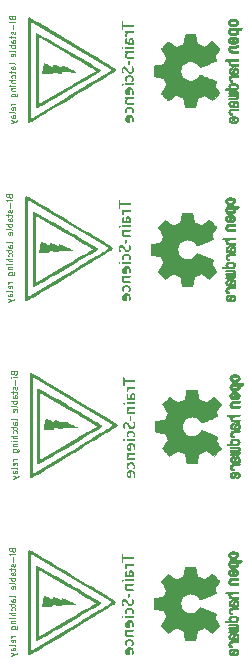
<source format=gbr>
%TF.GenerationSoftware,KiCad,Pcbnew,8.0.5*%
%TF.CreationDate,2025-06-13T11:28:52+02:00*%
%TF.ProjectId,insulFrogExtensionSMD,696e7375-6c46-4726-9f67-457874656e73,rev?*%
%TF.SameCoordinates,Original*%
%TF.FileFunction,Legend,Bot*%
%TF.FilePolarity,Positive*%
%FSLAX46Y46*%
G04 Gerber Fmt 4.6, Leading zero omitted, Abs format (unit mm)*
G04 Created by KiCad (PCBNEW 8.0.5) date 2025-06-13 11:28:52*
%MOMM*%
%LPD*%
G01*
G04 APERTURE LIST*
G04 Aperture macros list*
%AMRoundRect*
0 Rectangle with rounded corners*
0 $1 Rounding radius*
0 $2 $3 $4 $5 $6 $7 $8 $9 X,Y pos of 4 corners*
0 Add a 4 corners polygon primitive as box body*
4,1,4,$2,$3,$4,$5,$6,$7,$8,$9,$2,$3,0*
0 Add four circle primitives for the rounded corners*
1,1,$1+$1,$2,$3*
1,1,$1+$1,$4,$5*
1,1,$1+$1,$6,$7*
1,1,$1+$1,$8,$9*
0 Add four rect primitives between the rounded corners*
20,1,$1+$1,$2,$3,$4,$5,0*
20,1,$1+$1,$4,$5,$6,$7,0*
20,1,$1+$1,$6,$7,$8,$9,0*
20,1,$1+$1,$8,$9,$2,$3,0*%
G04 Aperture macros list end*
%ADD10C,0.075000*%
%ADD11C,0.010000*%
%ADD12C,0.000000*%
%ADD13O,3.600000X1.800000*%
%ADD14RoundRect,0.250000X1.550000X-0.650000X1.550000X0.650000X-1.550000X0.650000X-1.550000X-0.650000X0*%
%ADD15RoundRect,0.250000X-1.550000X0.650000X-1.550000X-0.650000X1.550000X-0.650000X1.550000X0.650000X0*%
%ADD16C,2.200000*%
G04 APERTURE END LIST*
D10*
X90605004Y-119207056D02*
X90628814Y-119278484D01*
X90628814Y-119278484D02*
X90652623Y-119302294D01*
X90652623Y-119302294D02*
X90700242Y-119326103D01*
X90700242Y-119326103D02*
X90771671Y-119326103D01*
X90771671Y-119326103D02*
X90819290Y-119302294D01*
X90819290Y-119302294D02*
X90843100Y-119278484D01*
X90843100Y-119278484D02*
X90866909Y-119230865D01*
X90866909Y-119230865D02*
X90866909Y-119040389D01*
X90866909Y-119040389D02*
X90366909Y-119040389D01*
X90366909Y-119040389D02*
X90366909Y-119207056D01*
X90366909Y-119207056D02*
X90390719Y-119254675D01*
X90390719Y-119254675D02*
X90414528Y-119278484D01*
X90414528Y-119278484D02*
X90462147Y-119302294D01*
X90462147Y-119302294D02*
X90509766Y-119302294D01*
X90509766Y-119302294D02*
X90557385Y-119278484D01*
X90557385Y-119278484D02*
X90581195Y-119254675D01*
X90581195Y-119254675D02*
X90605004Y-119207056D01*
X90605004Y-119207056D02*
X90605004Y-119040389D01*
X90866909Y-119540389D02*
X90533576Y-119540389D01*
X90366909Y-119540389D02*
X90390719Y-119516580D01*
X90390719Y-119516580D02*
X90414528Y-119540389D01*
X90414528Y-119540389D02*
X90390719Y-119564199D01*
X90390719Y-119564199D02*
X90366909Y-119540389D01*
X90366909Y-119540389D02*
X90414528Y-119540389D01*
X90676433Y-119778484D02*
X90676433Y-120159437D01*
X90843100Y-120373723D02*
X90866909Y-120421342D01*
X90866909Y-120421342D02*
X90866909Y-120516580D01*
X90866909Y-120516580D02*
X90843100Y-120564199D01*
X90843100Y-120564199D02*
X90795480Y-120588008D01*
X90795480Y-120588008D02*
X90771671Y-120588008D01*
X90771671Y-120588008D02*
X90724052Y-120564199D01*
X90724052Y-120564199D02*
X90700242Y-120516580D01*
X90700242Y-120516580D02*
X90700242Y-120445151D01*
X90700242Y-120445151D02*
X90676433Y-120397532D01*
X90676433Y-120397532D02*
X90628814Y-120373723D01*
X90628814Y-120373723D02*
X90605004Y-120373723D01*
X90605004Y-120373723D02*
X90557385Y-120397532D01*
X90557385Y-120397532D02*
X90533576Y-120445151D01*
X90533576Y-120445151D02*
X90533576Y-120516580D01*
X90533576Y-120516580D02*
X90557385Y-120564199D01*
X90533576Y-120730866D02*
X90533576Y-120921342D01*
X90366909Y-120802294D02*
X90795480Y-120802294D01*
X90795480Y-120802294D02*
X90843100Y-120826104D01*
X90843100Y-120826104D02*
X90866909Y-120873723D01*
X90866909Y-120873723D02*
X90866909Y-120921342D01*
X90866909Y-121302294D02*
X90605004Y-121302294D01*
X90605004Y-121302294D02*
X90557385Y-121278484D01*
X90557385Y-121278484D02*
X90533576Y-121230865D01*
X90533576Y-121230865D02*
X90533576Y-121135627D01*
X90533576Y-121135627D02*
X90557385Y-121088008D01*
X90843100Y-121302294D02*
X90866909Y-121254675D01*
X90866909Y-121254675D02*
X90866909Y-121135627D01*
X90866909Y-121135627D02*
X90843100Y-121088008D01*
X90843100Y-121088008D02*
X90795480Y-121064199D01*
X90795480Y-121064199D02*
X90747861Y-121064199D01*
X90747861Y-121064199D02*
X90700242Y-121088008D01*
X90700242Y-121088008D02*
X90676433Y-121135627D01*
X90676433Y-121135627D02*
X90676433Y-121254675D01*
X90676433Y-121254675D02*
X90652623Y-121302294D01*
X90866909Y-121540389D02*
X90366909Y-121540389D01*
X90557385Y-121540389D02*
X90533576Y-121588008D01*
X90533576Y-121588008D02*
X90533576Y-121683246D01*
X90533576Y-121683246D02*
X90557385Y-121730865D01*
X90557385Y-121730865D02*
X90581195Y-121754675D01*
X90581195Y-121754675D02*
X90628814Y-121778484D01*
X90628814Y-121778484D02*
X90771671Y-121778484D01*
X90771671Y-121778484D02*
X90819290Y-121754675D01*
X90819290Y-121754675D02*
X90843100Y-121730865D01*
X90843100Y-121730865D02*
X90866909Y-121683246D01*
X90866909Y-121683246D02*
X90866909Y-121588008D01*
X90866909Y-121588008D02*
X90843100Y-121540389D01*
X90866909Y-122064199D02*
X90843100Y-122016580D01*
X90843100Y-122016580D02*
X90795480Y-121992770D01*
X90795480Y-121992770D02*
X90366909Y-121992770D01*
X90843100Y-122445151D02*
X90866909Y-122397532D01*
X90866909Y-122397532D02*
X90866909Y-122302294D01*
X90866909Y-122302294D02*
X90843100Y-122254675D01*
X90843100Y-122254675D02*
X90795480Y-122230866D01*
X90795480Y-122230866D02*
X90605004Y-122230866D01*
X90605004Y-122230866D02*
X90557385Y-122254675D01*
X90557385Y-122254675D02*
X90533576Y-122302294D01*
X90533576Y-122302294D02*
X90533576Y-122397532D01*
X90533576Y-122397532D02*
X90557385Y-122445151D01*
X90557385Y-122445151D02*
X90605004Y-122468961D01*
X90605004Y-122468961D02*
X90652623Y-122468961D01*
X90652623Y-122468961D02*
X90700242Y-122230866D01*
X90866909Y-123135627D02*
X90843100Y-123088008D01*
X90843100Y-123088008D02*
X90795480Y-123064198D01*
X90795480Y-123064198D02*
X90366909Y-123064198D01*
X90866909Y-123540389D02*
X90605004Y-123540389D01*
X90605004Y-123540389D02*
X90557385Y-123516579D01*
X90557385Y-123516579D02*
X90533576Y-123468960D01*
X90533576Y-123468960D02*
X90533576Y-123373722D01*
X90533576Y-123373722D02*
X90557385Y-123326103D01*
X90843100Y-123540389D02*
X90866909Y-123492770D01*
X90866909Y-123492770D02*
X90866909Y-123373722D01*
X90866909Y-123373722D02*
X90843100Y-123326103D01*
X90843100Y-123326103D02*
X90795480Y-123302294D01*
X90795480Y-123302294D02*
X90747861Y-123302294D01*
X90747861Y-123302294D02*
X90700242Y-123326103D01*
X90700242Y-123326103D02*
X90676433Y-123373722D01*
X90676433Y-123373722D02*
X90676433Y-123492770D01*
X90676433Y-123492770D02*
X90652623Y-123540389D01*
X90533576Y-123707056D02*
X90533576Y-123897532D01*
X90366909Y-123778484D02*
X90795480Y-123778484D01*
X90795480Y-123778484D02*
X90843100Y-123802294D01*
X90843100Y-123802294D02*
X90866909Y-123849913D01*
X90866909Y-123849913D02*
X90866909Y-123897532D01*
X90843100Y-124278484D02*
X90866909Y-124230865D01*
X90866909Y-124230865D02*
X90866909Y-124135627D01*
X90866909Y-124135627D02*
X90843100Y-124088008D01*
X90843100Y-124088008D02*
X90819290Y-124064198D01*
X90819290Y-124064198D02*
X90771671Y-124040389D01*
X90771671Y-124040389D02*
X90628814Y-124040389D01*
X90628814Y-124040389D02*
X90581195Y-124064198D01*
X90581195Y-124064198D02*
X90557385Y-124088008D01*
X90557385Y-124088008D02*
X90533576Y-124135627D01*
X90533576Y-124135627D02*
X90533576Y-124230865D01*
X90533576Y-124230865D02*
X90557385Y-124278484D01*
X90866909Y-124492769D02*
X90366909Y-124492769D01*
X90866909Y-124707055D02*
X90605004Y-124707055D01*
X90605004Y-124707055D02*
X90557385Y-124683245D01*
X90557385Y-124683245D02*
X90533576Y-124635626D01*
X90533576Y-124635626D02*
X90533576Y-124564198D01*
X90533576Y-124564198D02*
X90557385Y-124516579D01*
X90557385Y-124516579D02*
X90581195Y-124492769D01*
X90866909Y-124945150D02*
X90533576Y-124945150D01*
X90366909Y-124945150D02*
X90390719Y-124921341D01*
X90390719Y-124921341D02*
X90414528Y-124945150D01*
X90414528Y-124945150D02*
X90390719Y-124968960D01*
X90390719Y-124968960D02*
X90366909Y-124945150D01*
X90366909Y-124945150D02*
X90414528Y-124945150D01*
X90533576Y-125183245D02*
X90866909Y-125183245D01*
X90581195Y-125183245D02*
X90557385Y-125207055D01*
X90557385Y-125207055D02*
X90533576Y-125254674D01*
X90533576Y-125254674D02*
X90533576Y-125326102D01*
X90533576Y-125326102D02*
X90557385Y-125373721D01*
X90557385Y-125373721D02*
X90605004Y-125397531D01*
X90605004Y-125397531D02*
X90866909Y-125397531D01*
X90533576Y-125849912D02*
X90938338Y-125849912D01*
X90938338Y-125849912D02*
X90985957Y-125826102D01*
X90985957Y-125826102D02*
X91009766Y-125802293D01*
X91009766Y-125802293D02*
X91033576Y-125754674D01*
X91033576Y-125754674D02*
X91033576Y-125683245D01*
X91033576Y-125683245D02*
X91009766Y-125635626D01*
X90843100Y-125849912D02*
X90866909Y-125802293D01*
X90866909Y-125802293D02*
X90866909Y-125707055D01*
X90866909Y-125707055D02*
X90843100Y-125659436D01*
X90843100Y-125659436D02*
X90819290Y-125635626D01*
X90819290Y-125635626D02*
X90771671Y-125611817D01*
X90771671Y-125611817D02*
X90628814Y-125611817D01*
X90628814Y-125611817D02*
X90581195Y-125635626D01*
X90581195Y-125635626D02*
X90557385Y-125659436D01*
X90557385Y-125659436D02*
X90533576Y-125707055D01*
X90533576Y-125707055D02*
X90533576Y-125802293D01*
X90533576Y-125802293D02*
X90557385Y-125849912D01*
X90866909Y-126468959D02*
X90533576Y-126468959D01*
X90628814Y-126468959D02*
X90581195Y-126492769D01*
X90581195Y-126492769D02*
X90557385Y-126516578D01*
X90557385Y-126516578D02*
X90533576Y-126564197D01*
X90533576Y-126564197D02*
X90533576Y-126611816D01*
X90843100Y-126968959D02*
X90866909Y-126921340D01*
X90866909Y-126921340D02*
X90866909Y-126826102D01*
X90866909Y-126826102D02*
X90843100Y-126778483D01*
X90843100Y-126778483D02*
X90795480Y-126754674D01*
X90795480Y-126754674D02*
X90605004Y-126754674D01*
X90605004Y-126754674D02*
X90557385Y-126778483D01*
X90557385Y-126778483D02*
X90533576Y-126826102D01*
X90533576Y-126826102D02*
X90533576Y-126921340D01*
X90533576Y-126921340D02*
X90557385Y-126968959D01*
X90557385Y-126968959D02*
X90605004Y-126992769D01*
X90605004Y-126992769D02*
X90652623Y-126992769D01*
X90652623Y-126992769D02*
X90700242Y-126754674D01*
X90866909Y-127278483D02*
X90843100Y-127230864D01*
X90843100Y-127230864D02*
X90795480Y-127207054D01*
X90795480Y-127207054D02*
X90366909Y-127207054D01*
X90866909Y-127683245D02*
X90605004Y-127683245D01*
X90605004Y-127683245D02*
X90557385Y-127659435D01*
X90557385Y-127659435D02*
X90533576Y-127611816D01*
X90533576Y-127611816D02*
X90533576Y-127516578D01*
X90533576Y-127516578D02*
X90557385Y-127468959D01*
X90843100Y-127683245D02*
X90866909Y-127635626D01*
X90866909Y-127635626D02*
X90866909Y-127516578D01*
X90866909Y-127516578D02*
X90843100Y-127468959D01*
X90843100Y-127468959D02*
X90795480Y-127445150D01*
X90795480Y-127445150D02*
X90747861Y-127445150D01*
X90747861Y-127445150D02*
X90700242Y-127468959D01*
X90700242Y-127468959D02*
X90676433Y-127516578D01*
X90676433Y-127516578D02*
X90676433Y-127635626D01*
X90676433Y-127635626D02*
X90652623Y-127683245D01*
X90533576Y-127873721D02*
X90866909Y-127992769D01*
X90533576Y-128111816D02*
X90866909Y-127992769D01*
X90866909Y-127992769D02*
X90985957Y-127945150D01*
X90985957Y-127945150D02*
X91009766Y-127921340D01*
X91009766Y-127921340D02*
X91033576Y-127873721D01*
X90732004Y-104221056D02*
X90755814Y-104292484D01*
X90755814Y-104292484D02*
X90779623Y-104316294D01*
X90779623Y-104316294D02*
X90827242Y-104340103D01*
X90827242Y-104340103D02*
X90898671Y-104340103D01*
X90898671Y-104340103D02*
X90946290Y-104316294D01*
X90946290Y-104316294D02*
X90970100Y-104292484D01*
X90970100Y-104292484D02*
X90993909Y-104244865D01*
X90993909Y-104244865D02*
X90993909Y-104054389D01*
X90993909Y-104054389D02*
X90493909Y-104054389D01*
X90493909Y-104054389D02*
X90493909Y-104221056D01*
X90493909Y-104221056D02*
X90517719Y-104268675D01*
X90517719Y-104268675D02*
X90541528Y-104292484D01*
X90541528Y-104292484D02*
X90589147Y-104316294D01*
X90589147Y-104316294D02*
X90636766Y-104316294D01*
X90636766Y-104316294D02*
X90684385Y-104292484D01*
X90684385Y-104292484D02*
X90708195Y-104268675D01*
X90708195Y-104268675D02*
X90732004Y-104221056D01*
X90732004Y-104221056D02*
X90732004Y-104054389D01*
X90993909Y-104554389D02*
X90660576Y-104554389D01*
X90493909Y-104554389D02*
X90517719Y-104530580D01*
X90517719Y-104530580D02*
X90541528Y-104554389D01*
X90541528Y-104554389D02*
X90517719Y-104578199D01*
X90517719Y-104578199D02*
X90493909Y-104554389D01*
X90493909Y-104554389D02*
X90541528Y-104554389D01*
X90803433Y-104792484D02*
X90803433Y-105173437D01*
X90970100Y-105387723D02*
X90993909Y-105435342D01*
X90993909Y-105435342D02*
X90993909Y-105530580D01*
X90993909Y-105530580D02*
X90970100Y-105578199D01*
X90970100Y-105578199D02*
X90922480Y-105602008D01*
X90922480Y-105602008D02*
X90898671Y-105602008D01*
X90898671Y-105602008D02*
X90851052Y-105578199D01*
X90851052Y-105578199D02*
X90827242Y-105530580D01*
X90827242Y-105530580D02*
X90827242Y-105459151D01*
X90827242Y-105459151D02*
X90803433Y-105411532D01*
X90803433Y-105411532D02*
X90755814Y-105387723D01*
X90755814Y-105387723D02*
X90732004Y-105387723D01*
X90732004Y-105387723D02*
X90684385Y-105411532D01*
X90684385Y-105411532D02*
X90660576Y-105459151D01*
X90660576Y-105459151D02*
X90660576Y-105530580D01*
X90660576Y-105530580D02*
X90684385Y-105578199D01*
X90660576Y-105744866D02*
X90660576Y-105935342D01*
X90493909Y-105816294D02*
X90922480Y-105816294D01*
X90922480Y-105816294D02*
X90970100Y-105840104D01*
X90970100Y-105840104D02*
X90993909Y-105887723D01*
X90993909Y-105887723D02*
X90993909Y-105935342D01*
X90993909Y-106316294D02*
X90732004Y-106316294D01*
X90732004Y-106316294D02*
X90684385Y-106292484D01*
X90684385Y-106292484D02*
X90660576Y-106244865D01*
X90660576Y-106244865D02*
X90660576Y-106149627D01*
X90660576Y-106149627D02*
X90684385Y-106102008D01*
X90970100Y-106316294D02*
X90993909Y-106268675D01*
X90993909Y-106268675D02*
X90993909Y-106149627D01*
X90993909Y-106149627D02*
X90970100Y-106102008D01*
X90970100Y-106102008D02*
X90922480Y-106078199D01*
X90922480Y-106078199D02*
X90874861Y-106078199D01*
X90874861Y-106078199D02*
X90827242Y-106102008D01*
X90827242Y-106102008D02*
X90803433Y-106149627D01*
X90803433Y-106149627D02*
X90803433Y-106268675D01*
X90803433Y-106268675D02*
X90779623Y-106316294D01*
X90993909Y-106554389D02*
X90493909Y-106554389D01*
X90684385Y-106554389D02*
X90660576Y-106602008D01*
X90660576Y-106602008D02*
X90660576Y-106697246D01*
X90660576Y-106697246D02*
X90684385Y-106744865D01*
X90684385Y-106744865D02*
X90708195Y-106768675D01*
X90708195Y-106768675D02*
X90755814Y-106792484D01*
X90755814Y-106792484D02*
X90898671Y-106792484D01*
X90898671Y-106792484D02*
X90946290Y-106768675D01*
X90946290Y-106768675D02*
X90970100Y-106744865D01*
X90970100Y-106744865D02*
X90993909Y-106697246D01*
X90993909Y-106697246D02*
X90993909Y-106602008D01*
X90993909Y-106602008D02*
X90970100Y-106554389D01*
X90993909Y-107078199D02*
X90970100Y-107030580D01*
X90970100Y-107030580D02*
X90922480Y-107006770D01*
X90922480Y-107006770D02*
X90493909Y-107006770D01*
X90970100Y-107459151D02*
X90993909Y-107411532D01*
X90993909Y-107411532D02*
X90993909Y-107316294D01*
X90993909Y-107316294D02*
X90970100Y-107268675D01*
X90970100Y-107268675D02*
X90922480Y-107244866D01*
X90922480Y-107244866D02*
X90732004Y-107244866D01*
X90732004Y-107244866D02*
X90684385Y-107268675D01*
X90684385Y-107268675D02*
X90660576Y-107316294D01*
X90660576Y-107316294D02*
X90660576Y-107411532D01*
X90660576Y-107411532D02*
X90684385Y-107459151D01*
X90684385Y-107459151D02*
X90732004Y-107482961D01*
X90732004Y-107482961D02*
X90779623Y-107482961D01*
X90779623Y-107482961D02*
X90827242Y-107244866D01*
X90993909Y-108149627D02*
X90970100Y-108102008D01*
X90970100Y-108102008D02*
X90922480Y-108078198D01*
X90922480Y-108078198D02*
X90493909Y-108078198D01*
X90993909Y-108554389D02*
X90732004Y-108554389D01*
X90732004Y-108554389D02*
X90684385Y-108530579D01*
X90684385Y-108530579D02*
X90660576Y-108482960D01*
X90660576Y-108482960D02*
X90660576Y-108387722D01*
X90660576Y-108387722D02*
X90684385Y-108340103D01*
X90970100Y-108554389D02*
X90993909Y-108506770D01*
X90993909Y-108506770D02*
X90993909Y-108387722D01*
X90993909Y-108387722D02*
X90970100Y-108340103D01*
X90970100Y-108340103D02*
X90922480Y-108316294D01*
X90922480Y-108316294D02*
X90874861Y-108316294D01*
X90874861Y-108316294D02*
X90827242Y-108340103D01*
X90827242Y-108340103D02*
X90803433Y-108387722D01*
X90803433Y-108387722D02*
X90803433Y-108506770D01*
X90803433Y-108506770D02*
X90779623Y-108554389D01*
X90660576Y-108721056D02*
X90660576Y-108911532D01*
X90493909Y-108792484D02*
X90922480Y-108792484D01*
X90922480Y-108792484D02*
X90970100Y-108816294D01*
X90970100Y-108816294D02*
X90993909Y-108863913D01*
X90993909Y-108863913D02*
X90993909Y-108911532D01*
X90970100Y-109292484D02*
X90993909Y-109244865D01*
X90993909Y-109244865D02*
X90993909Y-109149627D01*
X90993909Y-109149627D02*
X90970100Y-109102008D01*
X90970100Y-109102008D02*
X90946290Y-109078198D01*
X90946290Y-109078198D02*
X90898671Y-109054389D01*
X90898671Y-109054389D02*
X90755814Y-109054389D01*
X90755814Y-109054389D02*
X90708195Y-109078198D01*
X90708195Y-109078198D02*
X90684385Y-109102008D01*
X90684385Y-109102008D02*
X90660576Y-109149627D01*
X90660576Y-109149627D02*
X90660576Y-109244865D01*
X90660576Y-109244865D02*
X90684385Y-109292484D01*
X90993909Y-109506769D02*
X90493909Y-109506769D01*
X90993909Y-109721055D02*
X90732004Y-109721055D01*
X90732004Y-109721055D02*
X90684385Y-109697245D01*
X90684385Y-109697245D02*
X90660576Y-109649626D01*
X90660576Y-109649626D02*
X90660576Y-109578198D01*
X90660576Y-109578198D02*
X90684385Y-109530579D01*
X90684385Y-109530579D02*
X90708195Y-109506769D01*
X90993909Y-109959150D02*
X90660576Y-109959150D01*
X90493909Y-109959150D02*
X90517719Y-109935341D01*
X90517719Y-109935341D02*
X90541528Y-109959150D01*
X90541528Y-109959150D02*
X90517719Y-109982960D01*
X90517719Y-109982960D02*
X90493909Y-109959150D01*
X90493909Y-109959150D02*
X90541528Y-109959150D01*
X90660576Y-110197245D02*
X90993909Y-110197245D01*
X90708195Y-110197245D02*
X90684385Y-110221055D01*
X90684385Y-110221055D02*
X90660576Y-110268674D01*
X90660576Y-110268674D02*
X90660576Y-110340102D01*
X90660576Y-110340102D02*
X90684385Y-110387721D01*
X90684385Y-110387721D02*
X90732004Y-110411531D01*
X90732004Y-110411531D02*
X90993909Y-110411531D01*
X90660576Y-110863912D02*
X91065338Y-110863912D01*
X91065338Y-110863912D02*
X91112957Y-110840102D01*
X91112957Y-110840102D02*
X91136766Y-110816293D01*
X91136766Y-110816293D02*
X91160576Y-110768674D01*
X91160576Y-110768674D02*
X91160576Y-110697245D01*
X91160576Y-110697245D02*
X91136766Y-110649626D01*
X90970100Y-110863912D02*
X90993909Y-110816293D01*
X90993909Y-110816293D02*
X90993909Y-110721055D01*
X90993909Y-110721055D02*
X90970100Y-110673436D01*
X90970100Y-110673436D02*
X90946290Y-110649626D01*
X90946290Y-110649626D02*
X90898671Y-110625817D01*
X90898671Y-110625817D02*
X90755814Y-110625817D01*
X90755814Y-110625817D02*
X90708195Y-110649626D01*
X90708195Y-110649626D02*
X90684385Y-110673436D01*
X90684385Y-110673436D02*
X90660576Y-110721055D01*
X90660576Y-110721055D02*
X90660576Y-110816293D01*
X90660576Y-110816293D02*
X90684385Y-110863912D01*
X90993909Y-111482959D02*
X90660576Y-111482959D01*
X90755814Y-111482959D02*
X90708195Y-111506769D01*
X90708195Y-111506769D02*
X90684385Y-111530578D01*
X90684385Y-111530578D02*
X90660576Y-111578197D01*
X90660576Y-111578197D02*
X90660576Y-111625816D01*
X90970100Y-111982959D02*
X90993909Y-111935340D01*
X90993909Y-111935340D02*
X90993909Y-111840102D01*
X90993909Y-111840102D02*
X90970100Y-111792483D01*
X90970100Y-111792483D02*
X90922480Y-111768674D01*
X90922480Y-111768674D02*
X90732004Y-111768674D01*
X90732004Y-111768674D02*
X90684385Y-111792483D01*
X90684385Y-111792483D02*
X90660576Y-111840102D01*
X90660576Y-111840102D02*
X90660576Y-111935340D01*
X90660576Y-111935340D02*
X90684385Y-111982959D01*
X90684385Y-111982959D02*
X90732004Y-112006769D01*
X90732004Y-112006769D02*
X90779623Y-112006769D01*
X90779623Y-112006769D02*
X90827242Y-111768674D01*
X90993909Y-112292483D02*
X90970100Y-112244864D01*
X90970100Y-112244864D02*
X90922480Y-112221054D01*
X90922480Y-112221054D02*
X90493909Y-112221054D01*
X90993909Y-112697245D02*
X90732004Y-112697245D01*
X90732004Y-112697245D02*
X90684385Y-112673435D01*
X90684385Y-112673435D02*
X90660576Y-112625816D01*
X90660576Y-112625816D02*
X90660576Y-112530578D01*
X90660576Y-112530578D02*
X90684385Y-112482959D01*
X90970100Y-112697245D02*
X90993909Y-112649626D01*
X90993909Y-112649626D02*
X90993909Y-112530578D01*
X90993909Y-112530578D02*
X90970100Y-112482959D01*
X90970100Y-112482959D02*
X90922480Y-112459150D01*
X90922480Y-112459150D02*
X90874861Y-112459150D01*
X90874861Y-112459150D02*
X90827242Y-112482959D01*
X90827242Y-112482959D02*
X90803433Y-112530578D01*
X90803433Y-112530578D02*
X90803433Y-112649626D01*
X90803433Y-112649626D02*
X90779623Y-112697245D01*
X90660576Y-112887721D02*
X90993909Y-113006769D01*
X90660576Y-113125816D02*
X90993909Y-113006769D01*
X90993909Y-113006769D02*
X91112957Y-112959150D01*
X91112957Y-112959150D02*
X91136766Y-112935340D01*
X91136766Y-112935340D02*
X91160576Y-112887721D01*
X90351004Y-89235056D02*
X90374814Y-89306484D01*
X90374814Y-89306484D02*
X90398623Y-89330294D01*
X90398623Y-89330294D02*
X90446242Y-89354103D01*
X90446242Y-89354103D02*
X90517671Y-89354103D01*
X90517671Y-89354103D02*
X90565290Y-89330294D01*
X90565290Y-89330294D02*
X90589100Y-89306484D01*
X90589100Y-89306484D02*
X90612909Y-89258865D01*
X90612909Y-89258865D02*
X90612909Y-89068389D01*
X90612909Y-89068389D02*
X90112909Y-89068389D01*
X90112909Y-89068389D02*
X90112909Y-89235056D01*
X90112909Y-89235056D02*
X90136719Y-89282675D01*
X90136719Y-89282675D02*
X90160528Y-89306484D01*
X90160528Y-89306484D02*
X90208147Y-89330294D01*
X90208147Y-89330294D02*
X90255766Y-89330294D01*
X90255766Y-89330294D02*
X90303385Y-89306484D01*
X90303385Y-89306484D02*
X90327195Y-89282675D01*
X90327195Y-89282675D02*
X90351004Y-89235056D01*
X90351004Y-89235056D02*
X90351004Y-89068389D01*
X90612909Y-89568389D02*
X90279576Y-89568389D01*
X90112909Y-89568389D02*
X90136719Y-89544580D01*
X90136719Y-89544580D02*
X90160528Y-89568389D01*
X90160528Y-89568389D02*
X90136719Y-89592199D01*
X90136719Y-89592199D02*
X90112909Y-89568389D01*
X90112909Y-89568389D02*
X90160528Y-89568389D01*
X90422433Y-89806484D02*
X90422433Y-90187437D01*
X90589100Y-90401723D02*
X90612909Y-90449342D01*
X90612909Y-90449342D02*
X90612909Y-90544580D01*
X90612909Y-90544580D02*
X90589100Y-90592199D01*
X90589100Y-90592199D02*
X90541480Y-90616008D01*
X90541480Y-90616008D02*
X90517671Y-90616008D01*
X90517671Y-90616008D02*
X90470052Y-90592199D01*
X90470052Y-90592199D02*
X90446242Y-90544580D01*
X90446242Y-90544580D02*
X90446242Y-90473151D01*
X90446242Y-90473151D02*
X90422433Y-90425532D01*
X90422433Y-90425532D02*
X90374814Y-90401723D01*
X90374814Y-90401723D02*
X90351004Y-90401723D01*
X90351004Y-90401723D02*
X90303385Y-90425532D01*
X90303385Y-90425532D02*
X90279576Y-90473151D01*
X90279576Y-90473151D02*
X90279576Y-90544580D01*
X90279576Y-90544580D02*
X90303385Y-90592199D01*
X90279576Y-90758866D02*
X90279576Y-90949342D01*
X90112909Y-90830294D02*
X90541480Y-90830294D01*
X90541480Y-90830294D02*
X90589100Y-90854104D01*
X90589100Y-90854104D02*
X90612909Y-90901723D01*
X90612909Y-90901723D02*
X90612909Y-90949342D01*
X90612909Y-91330294D02*
X90351004Y-91330294D01*
X90351004Y-91330294D02*
X90303385Y-91306484D01*
X90303385Y-91306484D02*
X90279576Y-91258865D01*
X90279576Y-91258865D02*
X90279576Y-91163627D01*
X90279576Y-91163627D02*
X90303385Y-91116008D01*
X90589100Y-91330294D02*
X90612909Y-91282675D01*
X90612909Y-91282675D02*
X90612909Y-91163627D01*
X90612909Y-91163627D02*
X90589100Y-91116008D01*
X90589100Y-91116008D02*
X90541480Y-91092199D01*
X90541480Y-91092199D02*
X90493861Y-91092199D01*
X90493861Y-91092199D02*
X90446242Y-91116008D01*
X90446242Y-91116008D02*
X90422433Y-91163627D01*
X90422433Y-91163627D02*
X90422433Y-91282675D01*
X90422433Y-91282675D02*
X90398623Y-91330294D01*
X90612909Y-91568389D02*
X90112909Y-91568389D01*
X90303385Y-91568389D02*
X90279576Y-91616008D01*
X90279576Y-91616008D02*
X90279576Y-91711246D01*
X90279576Y-91711246D02*
X90303385Y-91758865D01*
X90303385Y-91758865D02*
X90327195Y-91782675D01*
X90327195Y-91782675D02*
X90374814Y-91806484D01*
X90374814Y-91806484D02*
X90517671Y-91806484D01*
X90517671Y-91806484D02*
X90565290Y-91782675D01*
X90565290Y-91782675D02*
X90589100Y-91758865D01*
X90589100Y-91758865D02*
X90612909Y-91711246D01*
X90612909Y-91711246D02*
X90612909Y-91616008D01*
X90612909Y-91616008D02*
X90589100Y-91568389D01*
X90612909Y-92092199D02*
X90589100Y-92044580D01*
X90589100Y-92044580D02*
X90541480Y-92020770D01*
X90541480Y-92020770D02*
X90112909Y-92020770D01*
X90589100Y-92473151D02*
X90612909Y-92425532D01*
X90612909Y-92425532D02*
X90612909Y-92330294D01*
X90612909Y-92330294D02*
X90589100Y-92282675D01*
X90589100Y-92282675D02*
X90541480Y-92258866D01*
X90541480Y-92258866D02*
X90351004Y-92258866D01*
X90351004Y-92258866D02*
X90303385Y-92282675D01*
X90303385Y-92282675D02*
X90279576Y-92330294D01*
X90279576Y-92330294D02*
X90279576Y-92425532D01*
X90279576Y-92425532D02*
X90303385Y-92473151D01*
X90303385Y-92473151D02*
X90351004Y-92496961D01*
X90351004Y-92496961D02*
X90398623Y-92496961D01*
X90398623Y-92496961D02*
X90446242Y-92258866D01*
X90612909Y-93163627D02*
X90589100Y-93116008D01*
X90589100Y-93116008D02*
X90541480Y-93092198D01*
X90541480Y-93092198D02*
X90112909Y-93092198D01*
X90612909Y-93568389D02*
X90351004Y-93568389D01*
X90351004Y-93568389D02*
X90303385Y-93544579D01*
X90303385Y-93544579D02*
X90279576Y-93496960D01*
X90279576Y-93496960D02*
X90279576Y-93401722D01*
X90279576Y-93401722D02*
X90303385Y-93354103D01*
X90589100Y-93568389D02*
X90612909Y-93520770D01*
X90612909Y-93520770D02*
X90612909Y-93401722D01*
X90612909Y-93401722D02*
X90589100Y-93354103D01*
X90589100Y-93354103D02*
X90541480Y-93330294D01*
X90541480Y-93330294D02*
X90493861Y-93330294D01*
X90493861Y-93330294D02*
X90446242Y-93354103D01*
X90446242Y-93354103D02*
X90422433Y-93401722D01*
X90422433Y-93401722D02*
X90422433Y-93520770D01*
X90422433Y-93520770D02*
X90398623Y-93568389D01*
X90279576Y-93735056D02*
X90279576Y-93925532D01*
X90112909Y-93806484D02*
X90541480Y-93806484D01*
X90541480Y-93806484D02*
X90589100Y-93830294D01*
X90589100Y-93830294D02*
X90612909Y-93877913D01*
X90612909Y-93877913D02*
X90612909Y-93925532D01*
X90589100Y-94306484D02*
X90612909Y-94258865D01*
X90612909Y-94258865D02*
X90612909Y-94163627D01*
X90612909Y-94163627D02*
X90589100Y-94116008D01*
X90589100Y-94116008D02*
X90565290Y-94092198D01*
X90565290Y-94092198D02*
X90517671Y-94068389D01*
X90517671Y-94068389D02*
X90374814Y-94068389D01*
X90374814Y-94068389D02*
X90327195Y-94092198D01*
X90327195Y-94092198D02*
X90303385Y-94116008D01*
X90303385Y-94116008D02*
X90279576Y-94163627D01*
X90279576Y-94163627D02*
X90279576Y-94258865D01*
X90279576Y-94258865D02*
X90303385Y-94306484D01*
X90612909Y-94520769D02*
X90112909Y-94520769D01*
X90612909Y-94735055D02*
X90351004Y-94735055D01*
X90351004Y-94735055D02*
X90303385Y-94711245D01*
X90303385Y-94711245D02*
X90279576Y-94663626D01*
X90279576Y-94663626D02*
X90279576Y-94592198D01*
X90279576Y-94592198D02*
X90303385Y-94544579D01*
X90303385Y-94544579D02*
X90327195Y-94520769D01*
X90612909Y-94973150D02*
X90279576Y-94973150D01*
X90112909Y-94973150D02*
X90136719Y-94949341D01*
X90136719Y-94949341D02*
X90160528Y-94973150D01*
X90160528Y-94973150D02*
X90136719Y-94996960D01*
X90136719Y-94996960D02*
X90112909Y-94973150D01*
X90112909Y-94973150D02*
X90160528Y-94973150D01*
X90279576Y-95211245D02*
X90612909Y-95211245D01*
X90327195Y-95211245D02*
X90303385Y-95235055D01*
X90303385Y-95235055D02*
X90279576Y-95282674D01*
X90279576Y-95282674D02*
X90279576Y-95354102D01*
X90279576Y-95354102D02*
X90303385Y-95401721D01*
X90303385Y-95401721D02*
X90351004Y-95425531D01*
X90351004Y-95425531D02*
X90612909Y-95425531D01*
X90279576Y-95877912D02*
X90684338Y-95877912D01*
X90684338Y-95877912D02*
X90731957Y-95854102D01*
X90731957Y-95854102D02*
X90755766Y-95830293D01*
X90755766Y-95830293D02*
X90779576Y-95782674D01*
X90779576Y-95782674D02*
X90779576Y-95711245D01*
X90779576Y-95711245D02*
X90755766Y-95663626D01*
X90589100Y-95877912D02*
X90612909Y-95830293D01*
X90612909Y-95830293D02*
X90612909Y-95735055D01*
X90612909Y-95735055D02*
X90589100Y-95687436D01*
X90589100Y-95687436D02*
X90565290Y-95663626D01*
X90565290Y-95663626D02*
X90517671Y-95639817D01*
X90517671Y-95639817D02*
X90374814Y-95639817D01*
X90374814Y-95639817D02*
X90327195Y-95663626D01*
X90327195Y-95663626D02*
X90303385Y-95687436D01*
X90303385Y-95687436D02*
X90279576Y-95735055D01*
X90279576Y-95735055D02*
X90279576Y-95830293D01*
X90279576Y-95830293D02*
X90303385Y-95877912D01*
X90612909Y-96496959D02*
X90279576Y-96496959D01*
X90374814Y-96496959D02*
X90327195Y-96520769D01*
X90327195Y-96520769D02*
X90303385Y-96544578D01*
X90303385Y-96544578D02*
X90279576Y-96592197D01*
X90279576Y-96592197D02*
X90279576Y-96639816D01*
X90589100Y-96996959D02*
X90612909Y-96949340D01*
X90612909Y-96949340D02*
X90612909Y-96854102D01*
X90612909Y-96854102D02*
X90589100Y-96806483D01*
X90589100Y-96806483D02*
X90541480Y-96782674D01*
X90541480Y-96782674D02*
X90351004Y-96782674D01*
X90351004Y-96782674D02*
X90303385Y-96806483D01*
X90303385Y-96806483D02*
X90279576Y-96854102D01*
X90279576Y-96854102D02*
X90279576Y-96949340D01*
X90279576Y-96949340D02*
X90303385Y-96996959D01*
X90303385Y-96996959D02*
X90351004Y-97020769D01*
X90351004Y-97020769D02*
X90398623Y-97020769D01*
X90398623Y-97020769D02*
X90446242Y-96782674D01*
X90612909Y-97306483D02*
X90589100Y-97258864D01*
X90589100Y-97258864D02*
X90541480Y-97235054D01*
X90541480Y-97235054D02*
X90112909Y-97235054D01*
X90612909Y-97711245D02*
X90351004Y-97711245D01*
X90351004Y-97711245D02*
X90303385Y-97687435D01*
X90303385Y-97687435D02*
X90279576Y-97639816D01*
X90279576Y-97639816D02*
X90279576Y-97544578D01*
X90279576Y-97544578D02*
X90303385Y-97496959D01*
X90589100Y-97711245D02*
X90612909Y-97663626D01*
X90612909Y-97663626D02*
X90612909Y-97544578D01*
X90612909Y-97544578D02*
X90589100Y-97496959D01*
X90589100Y-97496959D02*
X90541480Y-97473150D01*
X90541480Y-97473150D02*
X90493861Y-97473150D01*
X90493861Y-97473150D02*
X90446242Y-97496959D01*
X90446242Y-97496959D02*
X90422433Y-97544578D01*
X90422433Y-97544578D02*
X90422433Y-97663626D01*
X90422433Y-97663626D02*
X90398623Y-97711245D01*
X90279576Y-97901721D02*
X90612909Y-98020769D01*
X90279576Y-98139816D02*
X90612909Y-98020769D01*
X90612909Y-98020769D02*
X90731957Y-97973150D01*
X90731957Y-97973150D02*
X90755766Y-97949340D01*
X90755766Y-97949340D02*
X90779576Y-97901721D01*
X90605004Y-74122056D02*
X90628814Y-74193484D01*
X90628814Y-74193484D02*
X90652623Y-74217294D01*
X90652623Y-74217294D02*
X90700242Y-74241103D01*
X90700242Y-74241103D02*
X90771671Y-74241103D01*
X90771671Y-74241103D02*
X90819290Y-74217294D01*
X90819290Y-74217294D02*
X90843100Y-74193484D01*
X90843100Y-74193484D02*
X90866909Y-74145865D01*
X90866909Y-74145865D02*
X90866909Y-73955389D01*
X90866909Y-73955389D02*
X90366909Y-73955389D01*
X90366909Y-73955389D02*
X90366909Y-74122056D01*
X90366909Y-74122056D02*
X90390719Y-74169675D01*
X90390719Y-74169675D02*
X90414528Y-74193484D01*
X90414528Y-74193484D02*
X90462147Y-74217294D01*
X90462147Y-74217294D02*
X90509766Y-74217294D01*
X90509766Y-74217294D02*
X90557385Y-74193484D01*
X90557385Y-74193484D02*
X90581195Y-74169675D01*
X90581195Y-74169675D02*
X90605004Y-74122056D01*
X90605004Y-74122056D02*
X90605004Y-73955389D01*
X90866909Y-74455389D02*
X90533576Y-74455389D01*
X90366909Y-74455389D02*
X90390719Y-74431580D01*
X90390719Y-74431580D02*
X90414528Y-74455389D01*
X90414528Y-74455389D02*
X90390719Y-74479199D01*
X90390719Y-74479199D02*
X90366909Y-74455389D01*
X90366909Y-74455389D02*
X90414528Y-74455389D01*
X90676433Y-74693484D02*
X90676433Y-75074437D01*
X90843100Y-75288723D02*
X90866909Y-75336342D01*
X90866909Y-75336342D02*
X90866909Y-75431580D01*
X90866909Y-75431580D02*
X90843100Y-75479199D01*
X90843100Y-75479199D02*
X90795480Y-75503008D01*
X90795480Y-75503008D02*
X90771671Y-75503008D01*
X90771671Y-75503008D02*
X90724052Y-75479199D01*
X90724052Y-75479199D02*
X90700242Y-75431580D01*
X90700242Y-75431580D02*
X90700242Y-75360151D01*
X90700242Y-75360151D02*
X90676433Y-75312532D01*
X90676433Y-75312532D02*
X90628814Y-75288723D01*
X90628814Y-75288723D02*
X90605004Y-75288723D01*
X90605004Y-75288723D02*
X90557385Y-75312532D01*
X90557385Y-75312532D02*
X90533576Y-75360151D01*
X90533576Y-75360151D02*
X90533576Y-75431580D01*
X90533576Y-75431580D02*
X90557385Y-75479199D01*
X90533576Y-75645866D02*
X90533576Y-75836342D01*
X90366909Y-75717294D02*
X90795480Y-75717294D01*
X90795480Y-75717294D02*
X90843100Y-75741104D01*
X90843100Y-75741104D02*
X90866909Y-75788723D01*
X90866909Y-75788723D02*
X90866909Y-75836342D01*
X90866909Y-76217294D02*
X90605004Y-76217294D01*
X90605004Y-76217294D02*
X90557385Y-76193484D01*
X90557385Y-76193484D02*
X90533576Y-76145865D01*
X90533576Y-76145865D02*
X90533576Y-76050627D01*
X90533576Y-76050627D02*
X90557385Y-76003008D01*
X90843100Y-76217294D02*
X90866909Y-76169675D01*
X90866909Y-76169675D02*
X90866909Y-76050627D01*
X90866909Y-76050627D02*
X90843100Y-76003008D01*
X90843100Y-76003008D02*
X90795480Y-75979199D01*
X90795480Y-75979199D02*
X90747861Y-75979199D01*
X90747861Y-75979199D02*
X90700242Y-76003008D01*
X90700242Y-76003008D02*
X90676433Y-76050627D01*
X90676433Y-76050627D02*
X90676433Y-76169675D01*
X90676433Y-76169675D02*
X90652623Y-76217294D01*
X90866909Y-76455389D02*
X90366909Y-76455389D01*
X90557385Y-76455389D02*
X90533576Y-76503008D01*
X90533576Y-76503008D02*
X90533576Y-76598246D01*
X90533576Y-76598246D02*
X90557385Y-76645865D01*
X90557385Y-76645865D02*
X90581195Y-76669675D01*
X90581195Y-76669675D02*
X90628814Y-76693484D01*
X90628814Y-76693484D02*
X90771671Y-76693484D01*
X90771671Y-76693484D02*
X90819290Y-76669675D01*
X90819290Y-76669675D02*
X90843100Y-76645865D01*
X90843100Y-76645865D02*
X90866909Y-76598246D01*
X90866909Y-76598246D02*
X90866909Y-76503008D01*
X90866909Y-76503008D02*
X90843100Y-76455389D01*
X90866909Y-76979199D02*
X90843100Y-76931580D01*
X90843100Y-76931580D02*
X90795480Y-76907770D01*
X90795480Y-76907770D02*
X90366909Y-76907770D01*
X90843100Y-77360151D02*
X90866909Y-77312532D01*
X90866909Y-77312532D02*
X90866909Y-77217294D01*
X90866909Y-77217294D02*
X90843100Y-77169675D01*
X90843100Y-77169675D02*
X90795480Y-77145866D01*
X90795480Y-77145866D02*
X90605004Y-77145866D01*
X90605004Y-77145866D02*
X90557385Y-77169675D01*
X90557385Y-77169675D02*
X90533576Y-77217294D01*
X90533576Y-77217294D02*
X90533576Y-77312532D01*
X90533576Y-77312532D02*
X90557385Y-77360151D01*
X90557385Y-77360151D02*
X90605004Y-77383961D01*
X90605004Y-77383961D02*
X90652623Y-77383961D01*
X90652623Y-77383961D02*
X90700242Y-77145866D01*
X90866909Y-78050627D02*
X90843100Y-78003008D01*
X90843100Y-78003008D02*
X90795480Y-77979198D01*
X90795480Y-77979198D02*
X90366909Y-77979198D01*
X90866909Y-78455389D02*
X90605004Y-78455389D01*
X90605004Y-78455389D02*
X90557385Y-78431579D01*
X90557385Y-78431579D02*
X90533576Y-78383960D01*
X90533576Y-78383960D02*
X90533576Y-78288722D01*
X90533576Y-78288722D02*
X90557385Y-78241103D01*
X90843100Y-78455389D02*
X90866909Y-78407770D01*
X90866909Y-78407770D02*
X90866909Y-78288722D01*
X90866909Y-78288722D02*
X90843100Y-78241103D01*
X90843100Y-78241103D02*
X90795480Y-78217294D01*
X90795480Y-78217294D02*
X90747861Y-78217294D01*
X90747861Y-78217294D02*
X90700242Y-78241103D01*
X90700242Y-78241103D02*
X90676433Y-78288722D01*
X90676433Y-78288722D02*
X90676433Y-78407770D01*
X90676433Y-78407770D02*
X90652623Y-78455389D01*
X90533576Y-78622056D02*
X90533576Y-78812532D01*
X90366909Y-78693484D02*
X90795480Y-78693484D01*
X90795480Y-78693484D02*
X90843100Y-78717294D01*
X90843100Y-78717294D02*
X90866909Y-78764913D01*
X90866909Y-78764913D02*
X90866909Y-78812532D01*
X90843100Y-79193484D02*
X90866909Y-79145865D01*
X90866909Y-79145865D02*
X90866909Y-79050627D01*
X90866909Y-79050627D02*
X90843100Y-79003008D01*
X90843100Y-79003008D02*
X90819290Y-78979198D01*
X90819290Y-78979198D02*
X90771671Y-78955389D01*
X90771671Y-78955389D02*
X90628814Y-78955389D01*
X90628814Y-78955389D02*
X90581195Y-78979198D01*
X90581195Y-78979198D02*
X90557385Y-79003008D01*
X90557385Y-79003008D02*
X90533576Y-79050627D01*
X90533576Y-79050627D02*
X90533576Y-79145865D01*
X90533576Y-79145865D02*
X90557385Y-79193484D01*
X90866909Y-79407769D02*
X90366909Y-79407769D01*
X90866909Y-79622055D02*
X90605004Y-79622055D01*
X90605004Y-79622055D02*
X90557385Y-79598245D01*
X90557385Y-79598245D02*
X90533576Y-79550626D01*
X90533576Y-79550626D02*
X90533576Y-79479198D01*
X90533576Y-79479198D02*
X90557385Y-79431579D01*
X90557385Y-79431579D02*
X90581195Y-79407769D01*
X90866909Y-79860150D02*
X90533576Y-79860150D01*
X90366909Y-79860150D02*
X90390719Y-79836341D01*
X90390719Y-79836341D02*
X90414528Y-79860150D01*
X90414528Y-79860150D02*
X90390719Y-79883960D01*
X90390719Y-79883960D02*
X90366909Y-79860150D01*
X90366909Y-79860150D02*
X90414528Y-79860150D01*
X90533576Y-80098245D02*
X90866909Y-80098245D01*
X90581195Y-80098245D02*
X90557385Y-80122055D01*
X90557385Y-80122055D02*
X90533576Y-80169674D01*
X90533576Y-80169674D02*
X90533576Y-80241102D01*
X90533576Y-80241102D02*
X90557385Y-80288721D01*
X90557385Y-80288721D02*
X90605004Y-80312531D01*
X90605004Y-80312531D02*
X90866909Y-80312531D01*
X90533576Y-80764912D02*
X90938338Y-80764912D01*
X90938338Y-80764912D02*
X90985957Y-80741102D01*
X90985957Y-80741102D02*
X91009766Y-80717293D01*
X91009766Y-80717293D02*
X91033576Y-80669674D01*
X91033576Y-80669674D02*
X91033576Y-80598245D01*
X91033576Y-80598245D02*
X91009766Y-80550626D01*
X90843100Y-80764912D02*
X90866909Y-80717293D01*
X90866909Y-80717293D02*
X90866909Y-80622055D01*
X90866909Y-80622055D02*
X90843100Y-80574436D01*
X90843100Y-80574436D02*
X90819290Y-80550626D01*
X90819290Y-80550626D02*
X90771671Y-80526817D01*
X90771671Y-80526817D02*
X90628814Y-80526817D01*
X90628814Y-80526817D02*
X90581195Y-80550626D01*
X90581195Y-80550626D02*
X90557385Y-80574436D01*
X90557385Y-80574436D02*
X90533576Y-80622055D01*
X90533576Y-80622055D02*
X90533576Y-80717293D01*
X90533576Y-80717293D02*
X90557385Y-80764912D01*
X90866909Y-81383959D02*
X90533576Y-81383959D01*
X90628814Y-81383959D02*
X90581195Y-81407769D01*
X90581195Y-81407769D02*
X90557385Y-81431578D01*
X90557385Y-81431578D02*
X90533576Y-81479197D01*
X90533576Y-81479197D02*
X90533576Y-81526816D01*
X90843100Y-81883959D02*
X90866909Y-81836340D01*
X90866909Y-81836340D02*
X90866909Y-81741102D01*
X90866909Y-81741102D02*
X90843100Y-81693483D01*
X90843100Y-81693483D02*
X90795480Y-81669674D01*
X90795480Y-81669674D02*
X90605004Y-81669674D01*
X90605004Y-81669674D02*
X90557385Y-81693483D01*
X90557385Y-81693483D02*
X90533576Y-81741102D01*
X90533576Y-81741102D02*
X90533576Y-81836340D01*
X90533576Y-81836340D02*
X90557385Y-81883959D01*
X90557385Y-81883959D02*
X90605004Y-81907769D01*
X90605004Y-81907769D02*
X90652623Y-81907769D01*
X90652623Y-81907769D02*
X90700242Y-81669674D01*
X90866909Y-82193483D02*
X90843100Y-82145864D01*
X90843100Y-82145864D02*
X90795480Y-82122054D01*
X90795480Y-82122054D02*
X90366909Y-82122054D01*
X90866909Y-82598245D02*
X90605004Y-82598245D01*
X90605004Y-82598245D02*
X90557385Y-82574435D01*
X90557385Y-82574435D02*
X90533576Y-82526816D01*
X90533576Y-82526816D02*
X90533576Y-82431578D01*
X90533576Y-82431578D02*
X90557385Y-82383959D01*
X90843100Y-82598245D02*
X90866909Y-82550626D01*
X90866909Y-82550626D02*
X90866909Y-82431578D01*
X90866909Y-82431578D02*
X90843100Y-82383959D01*
X90843100Y-82383959D02*
X90795480Y-82360150D01*
X90795480Y-82360150D02*
X90747861Y-82360150D01*
X90747861Y-82360150D02*
X90700242Y-82383959D01*
X90700242Y-82383959D02*
X90676433Y-82431578D01*
X90676433Y-82431578D02*
X90676433Y-82550626D01*
X90676433Y-82550626D02*
X90652623Y-82598245D01*
X90533576Y-82788721D02*
X90866909Y-82907769D01*
X90533576Y-83026816D02*
X90866909Y-82907769D01*
X90866909Y-82907769D02*
X90985957Y-82860150D01*
X90985957Y-82860150D02*
X91009766Y-82836340D01*
X91009766Y-82836340D02*
X91033576Y-82788721D01*
D11*
%TO.C,REF\u002A\u002A*%
X109494805Y-126882997D02*
X109591308Y-126884140D01*
X109668323Y-126886081D01*
X109719319Y-126888635D01*
X109737769Y-126891619D01*
X109731667Y-126911038D01*
X109715095Y-126950234D01*
X109714558Y-126951411D01*
X109703903Y-126971765D01*
X109689282Y-126985454D01*
X109663673Y-126993801D01*
X109620054Y-126998126D01*
X109551403Y-126999752D01*
X109450698Y-127000000D01*
X109386813Y-127000500D01*
X109266751Y-127005836D01*
X109178809Y-127018055D01*
X109118375Y-127038448D01*
X109080836Y-127068305D01*
X109061581Y-127108918D01*
X109060239Y-127114552D01*
X109059191Y-127190622D01*
X109093271Y-127249948D01*
X109161598Y-127290923D01*
X109181351Y-127298230D01*
X109225066Y-127314886D01*
X109245155Y-127323321D01*
X109242387Y-127340644D01*
X109227365Y-127378475D01*
X109202556Y-127413760D01*
X109155670Y-127429846D01*
X109122087Y-127425048D01*
X109053967Y-127395569D01*
X108990134Y-127347902D01*
X108945988Y-127292161D01*
X108935782Y-127268807D01*
X108918718Y-127180381D01*
X108925476Y-127086499D01*
X108955440Y-127005833D01*
X108977954Y-126972286D01*
X109010212Y-126938313D01*
X109051246Y-126914081D01*
X109107108Y-126897999D01*
X109183851Y-126888479D01*
X109287525Y-126883932D01*
X109424184Y-126882769D01*
X109494805Y-126882997D01*
G36*
X109494805Y-126882997D02*
G01*
X109591308Y-126884140D01*
X109668323Y-126886081D01*
X109719319Y-126888635D01*
X109737769Y-126891619D01*
X109731667Y-126911038D01*
X109715095Y-126950234D01*
X109714558Y-126951411D01*
X109703903Y-126971765D01*
X109689282Y-126985454D01*
X109663673Y-126993801D01*
X109620054Y-126998126D01*
X109551403Y-126999752D01*
X109450698Y-127000000D01*
X109386813Y-127000500D01*
X109266751Y-127005836D01*
X109178809Y-127018055D01*
X109118375Y-127038448D01*
X109080836Y-127068305D01*
X109061581Y-127108918D01*
X109060239Y-127114552D01*
X109059191Y-127190622D01*
X109093271Y-127249948D01*
X109161598Y-127290923D01*
X109181351Y-127298230D01*
X109225066Y-127314886D01*
X109245155Y-127323321D01*
X109242387Y-127340644D01*
X109227365Y-127378475D01*
X109202556Y-127413760D01*
X109155670Y-127429846D01*
X109122087Y-127425048D01*
X109053967Y-127395569D01*
X108990134Y-127347902D01*
X108945988Y-127292161D01*
X108935782Y-127268807D01*
X108918718Y-127180381D01*
X108925476Y-127086499D01*
X108955440Y-127005833D01*
X108977954Y-126972286D01*
X109010212Y-126938313D01*
X109051246Y-126914081D01*
X109107108Y-126897999D01*
X109183851Y-126888479D01*
X109287525Y-126883932D01*
X109424184Y-126882769D01*
X109494805Y-126882997D01*
G37*
X109737738Y-121597697D02*
X109719787Y-121644754D01*
X109702511Y-121679985D01*
X109680242Y-121702983D01*
X109646165Y-121716345D01*
X109593463Y-121722672D01*
X109515323Y-121724563D01*
X109404928Y-121724615D01*
X109316935Y-121724883D01*
X109232502Y-121726479D01*
X109174834Y-121730288D01*
X109136988Y-121737180D01*
X109112024Y-121748025D01*
X109093000Y-121763692D01*
X109066153Y-121802208D01*
X109056034Y-121866909D01*
X109081606Y-121930919D01*
X109084880Y-121935144D01*
X109100007Y-121948311D01*
X109124268Y-121958025D01*
X109163650Y-121965097D01*
X109224141Y-121970344D01*
X109311729Y-121974579D01*
X109432402Y-121978615D01*
X109755515Y-121988385D01*
X109681065Y-122154461D01*
X109386062Y-122154461D01*
X109305919Y-122154117D01*
X109194431Y-122151153D01*
X109111421Y-122143649D01*
X109050199Y-122129810D01*
X109004075Y-122107845D01*
X108966358Y-122075961D01*
X108930358Y-122032367D01*
X108894089Y-121969664D01*
X108870412Y-121870883D01*
X108880684Y-121771628D01*
X108923569Y-121680371D01*
X108997729Y-121605584D01*
X109020944Y-121590083D01*
X109047256Y-121577226D01*
X109080420Y-121568107D01*
X109126881Y-121561898D01*
X109193082Y-121557767D01*
X109285468Y-121554884D01*
X109410485Y-121552421D01*
X109757278Y-121546303D01*
X109737738Y-121597697D01*
G36*
X109737738Y-121597697D02*
G01*
X109719787Y-121644754D01*
X109702511Y-121679985D01*
X109680242Y-121702983D01*
X109646165Y-121716345D01*
X109593463Y-121722672D01*
X109515323Y-121724563D01*
X109404928Y-121724615D01*
X109316935Y-121724883D01*
X109232502Y-121726479D01*
X109174834Y-121730288D01*
X109136988Y-121737180D01*
X109112024Y-121748025D01*
X109093000Y-121763692D01*
X109066153Y-121802208D01*
X109056034Y-121866909D01*
X109081606Y-121930919D01*
X109084880Y-121935144D01*
X109100007Y-121948311D01*
X109124268Y-121958025D01*
X109163650Y-121965097D01*
X109224141Y-121970344D01*
X109311729Y-121974579D01*
X109432402Y-121978615D01*
X109755515Y-121988385D01*
X109681065Y-122154461D01*
X109386062Y-122154461D01*
X109305919Y-122154117D01*
X109194431Y-122151153D01*
X109111421Y-122143649D01*
X109050199Y-122129810D01*
X109004075Y-122107845D01*
X108966358Y-122075961D01*
X108930358Y-122032367D01*
X108894089Y-121969664D01*
X108870412Y-121870883D01*
X108880684Y-121771628D01*
X108923569Y-121680371D01*
X108997729Y-121605584D01*
X109020944Y-121590083D01*
X109047256Y-121577226D01*
X109080420Y-121568107D01*
X109126881Y-121561898D01*
X109193082Y-121557767D01*
X109285468Y-121554884D01*
X109410485Y-121552421D01*
X109757278Y-121546303D01*
X109737738Y-121597697D01*
G37*
X109664296Y-124072239D02*
X109719507Y-124077395D01*
X109737769Y-124085842D01*
X109732301Y-124111406D01*
X109715733Y-124154834D01*
X109710888Y-124165060D01*
X109699920Y-124181033D01*
X109681890Y-124192046D01*
X109650396Y-124199250D01*
X109599036Y-124203792D01*
X109521410Y-124206820D01*
X109411115Y-124209484D01*
X109378875Y-124210215D01*
X109277050Y-124213035D01*
X109205788Y-124216696D01*
X109158332Y-124222306D01*
X109127925Y-124230971D01*
X109107810Y-124243798D01*
X109091229Y-124261895D01*
X109062161Y-124315475D01*
X109056564Y-124381388D01*
X109078807Y-124440365D01*
X109124859Y-124482797D01*
X109190692Y-124499077D01*
X109208587Y-124499530D01*
X109240982Y-124508422D01*
X109245925Y-124534675D01*
X109226633Y-124586081D01*
X109220446Y-124597987D01*
X109184058Y-124630165D01*
X109129954Y-124630802D01*
X109055128Y-124600144D01*
X109014350Y-124572022D01*
X108956421Y-124500117D01*
X108923670Y-124411362D01*
X108919212Y-124316458D01*
X108946167Y-124226108D01*
X108949581Y-124219940D01*
X108988692Y-124169553D01*
X109038975Y-124124502D01*
X109050339Y-124116645D01*
X109076860Y-124101624D01*
X109108336Y-124090893D01*
X109151591Y-124083514D01*
X109213449Y-124078548D01*
X109300733Y-124075058D01*
X109420269Y-124072107D01*
X109440478Y-124071689D01*
X109571499Y-124070346D01*
X109664296Y-124072239D01*
G36*
X109664296Y-124072239D02*
G01*
X109719507Y-124077395D01*
X109737769Y-124085842D01*
X109732301Y-124111406D01*
X109715733Y-124154834D01*
X109710888Y-124165060D01*
X109699920Y-124181033D01*
X109681890Y-124192046D01*
X109650396Y-124199250D01*
X109599036Y-124203792D01*
X109521410Y-124206820D01*
X109411115Y-124209484D01*
X109378875Y-124210215D01*
X109277050Y-124213035D01*
X109205788Y-124216696D01*
X109158332Y-124222306D01*
X109127925Y-124230971D01*
X109107810Y-124243798D01*
X109091229Y-124261895D01*
X109062161Y-124315475D01*
X109056564Y-124381388D01*
X109078807Y-124440365D01*
X109124859Y-124482797D01*
X109190692Y-124499077D01*
X109208587Y-124499530D01*
X109240982Y-124508422D01*
X109245925Y-124534675D01*
X109226633Y-124586081D01*
X109220446Y-124597987D01*
X109184058Y-124630165D01*
X109129954Y-124630802D01*
X109055128Y-124600144D01*
X109014350Y-124572022D01*
X108956421Y-124500117D01*
X108923670Y-124411362D01*
X108919212Y-124316458D01*
X108946167Y-124226108D01*
X108949581Y-124219940D01*
X108988692Y-124169553D01*
X109038975Y-124124502D01*
X109050339Y-124116645D01*
X109076860Y-124101624D01*
X109108336Y-124090893D01*
X109151591Y-124083514D01*
X109213449Y-124078548D01*
X109300733Y-124075058D01*
X109420269Y-124072107D01*
X109440478Y-124071689D01*
X109571499Y-124070346D01*
X109664296Y-124072239D01*
G37*
X109354094Y-122721340D02*
X109478805Y-122722042D01*
X109584557Y-122723117D01*
X109666322Y-122724500D01*
X109719069Y-122726126D01*
X109737769Y-122727930D01*
X109737706Y-122728636D01*
X109730912Y-122752613D01*
X109716320Y-122796315D01*
X109694870Y-122857846D01*
X109419617Y-122857846D01*
X109311466Y-122858237D01*
X109233026Y-122860054D01*
X109179647Y-122864233D01*
X109144256Y-122871714D01*
X109119779Y-122883433D01*
X109099144Y-122900329D01*
X109088170Y-122911848D01*
X109057775Y-122974136D01*
X109060466Y-123042789D01*
X109096406Y-123105702D01*
X109105325Y-123114861D01*
X109123844Y-123129529D01*
X109148326Y-123139567D01*
X109185393Y-123145849D01*
X109241667Y-123149252D01*
X109323771Y-123150651D01*
X109438329Y-123150923D01*
X109496430Y-123151053D01*
X109591993Y-123151901D01*
X109668526Y-123153406D01*
X109719345Y-123155415D01*
X109737769Y-123157777D01*
X109737706Y-123158482D01*
X109730912Y-123182459D01*
X109716320Y-123226161D01*
X109694870Y-123287692D01*
X109418358Y-123287662D01*
X109393742Y-123287616D01*
X109265419Y-123285030D01*
X109168384Y-123277087D01*
X109096057Y-123261845D01*
X109041855Y-123237364D01*
X108999198Y-123201702D01*
X108961505Y-123152918D01*
X108937910Y-123105339D01*
X108919672Y-123029268D01*
X108918636Y-122954444D01*
X108936378Y-122896923D01*
X108938829Y-122892598D01*
X108938566Y-122879262D01*
X108918039Y-122870149D01*
X108870980Y-122863572D01*
X108791120Y-122857846D01*
X108627236Y-122848077D01*
X108680806Y-122721077D01*
X109215455Y-122721077D01*
X109354094Y-122721340D01*
G36*
X109354094Y-122721340D02*
G01*
X109478805Y-122722042D01*
X109584557Y-122723117D01*
X109666322Y-122724500D01*
X109719069Y-122726126D01*
X109737769Y-122727930D01*
X109737706Y-122728636D01*
X109730912Y-122752613D01*
X109716320Y-122796315D01*
X109694870Y-122857846D01*
X109419617Y-122857846D01*
X109311466Y-122858237D01*
X109233026Y-122860054D01*
X109179647Y-122864233D01*
X109144256Y-122871714D01*
X109119779Y-122883433D01*
X109099144Y-122900329D01*
X109088170Y-122911848D01*
X109057775Y-122974136D01*
X109060466Y-123042789D01*
X109096406Y-123105702D01*
X109105325Y-123114861D01*
X109123844Y-123129529D01*
X109148326Y-123139567D01*
X109185393Y-123145849D01*
X109241667Y-123149252D01*
X109323771Y-123150651D01*
X109438329Y-123150923D01*
X109496430Y-123151053D01*
X109591993Y-123151901D01*
X109668526Y-123153406D01*
X109719345Y-123155415D01*
X109737769Y-123157777D01*
X109737706Y-123158482D01*
X109730912Y-123182459D01*
X109716320Y-123226161D01*
X109694870Y-123287692D01*
X109418358Y-123287662D01*
X109393742Y-123287616D01*
X109265419Y-123285030D01*
X109168384Y-123277087D01*
X109096057Y-123261845D01*
X109041855Y-123237364D01*
X108999198Y-123201702D01*
X108961505Y-123152918D01*
X108937910Y-123105339D01*
X108919672Y-123029268D01*
X108918636Y-122954444D01*
X108936378Y-122896923D01*
X108938829Y-122892598D01*
X108938566Y-122879262D01*
X108918039Y-122870149D01*
X108870980Y-122863572D01*
X108791120Y-122857846D01*
X108627236Y-122848077D01*
X108680806Y-122721077D01*
X109215455Y-122721077D01*
X109354094Y-122721340D01*
G37*
X109679363Y-125479215D02*
X109693228Y-125493338D01*
X109724046Y-125532464D01*
X109734028Y-125571922D01*
X109729433Y-125630638D01*
X109726462Y-125654544D01*
X109720176Y-125716199D01*
X109717672Y-125759308D01*
X109718055Y-125772095D01*
X109722200Y-125824554D01*
X109729433Y-125887978D01*
X109731918Y-125908270D01*
X109732895Y-125959390D01*
X109717462Y-125996793D01*
X109679363Y-126039401D01*
X109617533Y-126101231D01*
X109267343Y-126101231D01*
X109163857Y-126100749D01*
X109065192Y-126099247D01*
X108987068Y-126096911D01*
X108935662Y-126093929D01*
X108917154Y-126090491D01*
X108917204Y-126089770D01*
X108926413Y-126064797D01*
X108946707Y-126022601D01*
X108976261Y-125965451D01*
X109283746Y-125960072D01*
X109591231Y-125954692D01*
X109591231Y-125837461D01*
X109254192Y-125832115D01*
X109162574Y-125830421D01*
X109064649Y-125827995D01*
X108986906Y-125825366D01*
X108935642Y-125822754D01*
X108917154Y-125820377D01*
X108917219Y-125819694D01*
X108924020Y-125796004D01*
X108938604Y-125752454D01*
X108960054Y-125690923D01*
X109256104Y-125690624D01*
X109307532Y-125690324D01*
X109407466Y-125688246D01*
X109490925Y-125684530D01*
X109550377Y-125679570D01*
X109578287Y-125673760D01*
X109593214Y-125652976D01*
X109597825Y-125610560D01*
X109591231Y-125563923D01*
X109254192Y-125558577D01*
X109168546Y-125556664D01*
X109067172Y-125552697D01*
X108987655Y-125547509D01*
X108935736Y-125541501D01*
X108917154Y-125535073D01*
X108923034Y-125510002D01*
X108939829Y-125467150D01*
X108962503Y-125417385D01*
X109617533Y-125417385D01*
X109679363Y-125479215D01*
G36*
X109679363Y-125479215D02*
G01*
X109693228Y-125493338D01*
X109724046Y-125532464D01*
X109734028Y-125571922D01*
X109729433Y-125630638D01*
X109726462Y-125654544D01*
X109720176Y-125716199D01*
X109717672Y-125759308D01*
X109718055Y-125772095D01*
X109722200Y-125824554D01*
X109729433Y-125887978D01*
X109731918Y-125908270D01*
X109732895Y-125959390D01*
X109717462Y-125996793D01*
X109679363Y-126039401D01*
X109617533Y-126101231D01*
X109267343Y-126101231D01*
X109163857Y-126100749D01*
X109065192Y-126099247D01*
X108987068Y-126096911D01*
X108935662Y-126093929D01*
X108917154Y-126090491D01*
X108917204Y-126089770D01*
X108926413Y-126064797D01*
X108946707Y-126022601D01*
X108976261Y-125965451D01*
X109283746Y-125960072D01*
X109591231Y-125954692D01*
X109591231Y-125837461D01*
X109254192Y-125832115D01*
X109162574Y-125830421D01*
X109064649Y-125827995D01*
X108986906Y-125825366D01*
X108935642Y-125822754D01*
X108917154Y-125820377D01*
X108917219Y-125819694D01*
X108924020Y-125796004D01*
X108938604Y-125752454D01*
X108960054Y-125690923D01*
X109256104Y-125690624D01*
X109307532Y-125690324D01*
X109407466Y-125688246D01*
X109490925Y-125684530D01*
X109550377Y-125679570D01*
X109578287Y-125673760D01*
X109593214Y-125652976D01*
X109597825Y-125610560D01*
X109591231Y-125563923D01*
X109254192Y-125558577D01*
X109168546Y-125556664D01*
X109067172Y-125552697D01*
X108987655Y-125547509D01*
X108935736Y-125541501D01*
X108917154Y-125535073D01*
X108923034Y-125510002D01*
X108939829Y-125467150D01*
X108962503Y-125417385D01*
X109617533Y-125417385D01*
X109679363Y-125479215D01*
G37*
X109329105Y-119301865D02*
X109423584Y-119302924D01*
X109489414Y-119306564D01*
X109535394Y-119314108D01*
X109570321Y-119326878D01*
X109602995Y-119346197D01*
X109609775Y-119350950D01*
X109663231Y-119401241D01*
X109703547Y-119458543D01*
X109716629Y-119487968D01*
X109738450Y-119593701D01*
X109724336Y-119698266D01*
X109676105Y-119794632D01*
X109595579Y-119875765D01*
X109584791Y-119882615D01*
X109522153Y-119904903D01*
X109434935Y-119919921D01*
X109334210Y-119927208D01*
X109231052Y-119926301D01*
X109136533Y-119916738D01*
X109061727Y-119898057D01*
X109011905Y-119874049D01*
X108934409Y-119806464D01*
X108886256Y-119714886D01*
X108870727Y-119609720D01*
X109053923Y-119609720D01*
X109055432Y-119627984D01*
X109083107Y-119679152D01*
X109145172Y-119712965D01*
X109241037Y-119729204D01*
X109370114Y-119727651D01*
X109378420Y-119727026D01*
X109449643Y-119717923D01*
X109494809Y-119701712D01*
X109525752Y-119674340D01*
X109554737Y-119628447D01*
X109556261Y-119583058D01*
X109522846Y-119536308D01*
X109514053Y-119528176D01*
X109487741Y-119512246D01*
X109449520Y-119502841D01*
X109390349Y-119498368D01*
X109301182Y-119497231D01*
X109217664Y-119499178D01*
X109138095Y-119508895D01*
X109087808Y-119528953D01*
X109061513Y-119561760D01*
X109053923Y-119609720D01*
X108870727Y-119609720D01*
X108869703Y-119602787D01*
X108870599Y-119572849D01*
X108888929Y-119484685D01*
X108935104Y-119412267D01*
X109014648Y-119345808D01*
X109020548Y-119341853D01*
X109052288Y-119323960D01*
X109088163Y-119312322D01*
X109136906Y-119305629D01*
X109207249Y-119302574D01*
X109301182Y-119301894D01*
X109307923Y-119301846D01*
X109329105Y-119301865D01*
G36*
X109329105Y-119301865D02*
G01*
X109423584Y-119302924D01*
X109489414Y-119306564D01*
X109535394Y-119314108D01*
X109570321Y-119326878D01*
X109602995Y-119346197D01*
X109609775Y-119350950D01*
X109663231Y-119401241D01*
X109703547Y-119458543D01*
X109716629Y-119487968D01*
X109738450Y-119593701D01*
X109724336Y-119698266D01*
X109676105Y-119794632D01*
X109595579Y-119875765D01*
X109584791Y-119882615D01*
X109522153Y-119904903D01*
X109434935Y-119919921D01*
X109334210Y-119927208D01*
X109231052Y-119926301D01*
X109136533Y-119916738D01*
X109061727Y-119898057D01*
X109011905Y-119874049D01*
X108934409Y-119806464D01*
X108886256Y-119714886D01*
X108870727Y-119609720D01*
X109053923Y-119609720D01*
X109055432Y-119627984D01*
X109083107Y-119679152D01*
X109145172Y-119712965D01*
X109241037Y-119729204D01*
X109370114Y-119727651D01*
X109378420Y-119727026D01*
X109449643Y-119717923D01*
X109494809Y-119701712D01*
X109525752Y-119674340D01*
X109554737Y-119628447D01*
X109556261Y-119583058D01*
X109522846Y-119536308D01*
X109514053Y-119528176D01*
X109487741Y-119512246D01*
X109449520Y-119502841D01*
X109390349Y-119498368D01*
X109301182Y-119497231D01*
X109217664Y-119499178D01*
X109138095Y-119508895D01*
X109087808Y-119528953D01*
X109061513Y-119561760D01*
X109053923Y-119609720D01*
X108870727Y-119609720D01*
X108869703Y-119602787D01*
X108870599Y-119572849D01*
X108888929Y-119484685D01*
X108935104Y-119412267D01*
X109014648Y-119345808D01*
X109020548Y-119341853D01*
X109052288Y-119323960D01*
X109088163Y-119312322D01*
X109136906Y-119305629D01*
X109207249Y-119302574D01*
X109301182Y-119301894D01*
X109307923Y-119301846D01*
X109329105Y-119301865D01*
G37*
X109383449Y-127547587D02*
X109486047Y-127552359D01*
X109561126Y-127564850D01*
X109616748Y-127587879D01*
X109660975Y-127624268D01*
X109701869Y-127676838D01*
X109720466Y-127710286D01*
X109732991Y-127763902D01*
X109732003Y-127839220D01*
X109728035Y-127881328D01*
X109715920Y-127932121D01*
X109689585Y-127972720D01*
X109640514Y-128019951D01*
X109633346Y-128026262D01*
X109578189Y-128068723D01*
X109530150Y-128088982D01*
X109473184Y-128094154D01*
X109389471Y-128094154D01*
X109411552Y-128035654D01*
X109437364Y-127993006D01*
X109497928Y-127955936D01*
X109517320Y-127948197D01*
X109572235Y-127904926D01*
X109599879Y-127846024D01*
X109597393Y-127781889D01*
X109561923Y-127722923D01*
X109539805Y-127702658D01*
X109506436Y-127684280D01*
X109476117Y-127690029D01*
X109444913Y-127723113D01*
X109408887Y-127786739D01*
X109364103Y-127884115D01*
X109276445Y-128084385D01*
X109189607Y-128089699D01*
X109124663Y-128087353D01*
X109042590Y-128057814D01*
X108997361Y-128020528D01*
X108946838Y-127943224D01*
X108921316Y-127851522D01*
X108921490Y-127843360D01*
X109053721Y-127843360D01*
X109084339Y-127913960D01*
X109099648Y-127933526D01*
X109134296Y-127957217D01*
X109168538Y-127947312D01*
X109205096Y-127902244D01*
X109246692Y-127820443D01*
X109252718Y-127806908D01*
X109280753Y-127742182D01*
X109300472Y-127693753D01*
X109307923Y-127671249D01*
X109302438Y-127667839D01*
X109268948Y-127666471D01*
X109215116Y-127671349D01*
X109162473Y-127683636D01*
X109096151Y-127721959D01*
X109058780Y-127777280D01*
X109053721Y-127843360D01*
X108921490Y-127843360D01*
X108923336Y-127756726D01*
X108955440Y-127670141D01*
X108967767Y-127651080D01*
X109005912Y-127607360D01*
X109054167Y-127577460D01*
X109119710Y-127559032D01*
X109209720Y-127549730D01*
X109268948Y-127548501D01*
X109331376Y-127547206D01*
X109383449Y-127547587D01*
G36*
X109383449Y-127547587D02*
G01*
X109486047Y-127552359D01*
X109561126Y-127564850D01*
X109616748Y-127587879D01*
X109660975Y-127624268D01*
X109701869Y-127676838D01*
X109720466Y-127710286D01*
X109732991Y-127763902D01*
X109732003Y-127839220D01*
X109728035Y-127881328D01*
X109715920Y-127932121D01*
X109689585Y-127972720D01*
X109640514Y-128019951D01*
X109633346Y-128026262D01*
X109578189Y-128068723D01*
X109530150Y-128088982D01*
X109473184Y-128094154D01*
X109389471Y-128094154D01*
X109411552Y-128035654D01*
X109437364Y-127993006D01*
X109497928Y-127955936D01*
X109517320Y-127948197D01*
X109572235Y-127904926D01*
X109599879Y-127846024D01*
X109597393Y-127781889D01*
X109561923Y-127722923D01*
X109539805Y-127702658D01*
X109506436Y-127684280D01*
X109476117Y-127690029D01*
X109444913Y-127723113D01*
X109408887Y-127786739D01*
X109364103Y-127884115D01*
X109276445Y-128084385D01*
X109189607Y-128089699D01*
X109124663Y-128087353D01*
X109042590Y-128057814D01*
X108997361Y-128020528D01*
X108946838Y-127943224D01*
X108921316Y-127851522D01*
X108921490Y-127843360D01*
X109053721Y-127843360D01*
X109084339Y-127913960D01*
X109099648Y-127933526D01*
X109134296Y-127957217D01*
X109168538Y-127947312D01*
X109205096Y-127902244D01*
X109246692Y-127820443D01*
X109252718Y-127806908D01*
X109280753Y-127742182D01*
X109300472Y-127693753D01*
X109307923Y-127671249D01*
X109302438Y-127667839D01*
X109268948Y-127666471D01*
X109215116Y-127671349D01*
X109162473Y-127683636D01*
X109096151Y-127721959D01*
X109058780Y-127777280D01*
X109053721Y-127843360D01*
X108921490Y-127843360D01*
X108923336Y-127756726D01*
X108955440Y-127670141D01*
X108967767Y-127651080D01*
X109005912Y-127607360D01*
X109054167Y-127577460D01*
X109119710Y-127559032D01*
X109209720Y-127549730D01*
X109268948Y-127548501D01*
X109331376Y-127547206D01*
X109383449Y-127547587D01*
G37*
X109403652Y-124735161D02*
X109507507Y-124746190D01*
X109585333Y-124770186D01*
X109644760Y-124809957D01*
X109693418Y-124868312D01*
X109721546Y-124923900D01*
X109737199Y-125017249D01*
X109720084Y-125110470D01*
X109672388Y-125194728D01*
X109596294Y-125261182D01*
X109582262Y-125269207D01*
X109557679Y-125279804D01*
X109526309Y-125287665D01*
X109482769Y-125293193D01*
X109421678Y-125296794D01*
X109337655Y-125298872D01*
X109225320Y-125299833D01*
X109079289Y-125300081D01*
X108625963Y-125300154D01*
X108652564Y-125236654D01*
X108659845Y-125219864D01*
X108676287Y-125193141D01*
X108701187Y-125177844D01*
X108744732Y-125169437D01*
X108817106Y-125163385D01*
X108882089Y-125157856D01*
X108924750Y-125150550D01*
X108940670Y-125140082D01*
X108936400Y-125124308D01*
X108921397Y-125084110D01*
X108917678Y-125012272D01*
X108921089Y-124993301D01*
X109057057Y-124993301D01*
X109061575Y-125061600D01*
X109099144Y-125120902D01*
X109114040Y-125133667D01*
X109142089Y-125149236D01*
X109181258Y-125158238D01*
X109240858Y-125162383D01*
X109330200Y-125163385D01*
X109401316Y-125162923D01*
X109465641Y-125160001D01*
X109507166Y-125152779D01*
X109535067Y-125139439D01*
X109558517Y-125118164D01*
X109563025Y-125113179D01*
X109596295Y-125049137D01*
X109592890Y-124981375D01*
X109553042Y-124918266D01*
X109532398Y-124899474D01*
X109505029Y-124883746D01*
X109467192Y-124874961D01*
X109409355Y-124871141D01*
X109321986Y-124870308D01*
X109255319Y-124870719D01*
X109190245Y-124873566D01*
X109148251Y-124880744D01*
X109120063Y-124894111D01*
X109096406Y-124915528D01*
X109085753Y-124928110D01*
X109057057Y-124993301D01*
X108921089Y-124993301D01*
X108931572Y-124934990D01*
X108961505Y-124868312D01*
X108989211Y-124831629D01*
X109043269Y-124784528D01*
X109112577Y-124754362D01*
X109204765Y-124738322D01*
X109321986Y-124733809D01*
X109327462Y-124733599D01*
X109403652Y-124735161D01*
G36*
X109403652Y-124735161D02*
G01*
X109507507Y-124746190D01*
X109585333Y-124770186D01*
X109644760Y-124809957D01*
X109693418Y-124868312D01*
X109721546Y-124923900D01*
X109737199Y-125017249D01*
X109720084Y-125110470D01*
X109672388Y-125194728D01*
X109596294Y-125261182D01*
X109582262Y-125269207D01*
X109557679Y-125279804D01*
X109526309Y-125287665D01*
X109482769Y-125293193D01*
X109421678Y-125296794D01*
X109337655Y-125298872D01*
X109225320Y-125299833D01*
X109079289Y-125300081D01*
X108625963Y-125300154D01*
X108652564Y-125236654D01*
X108659845Y-125219864D01*
X108676287Y-125193141D01*
X108701187Y-125177844D01*
X108744732Y-125169437D01*
X108817106Y-125163385D01*
X108882089Y-125157856D01*
X108924750Y-125150550D01*
X108940670Y-125140082D01*
X108936400Y-125124308D01*
X108921397Y-125084110D01*
X108917678Y-125012272D01*
X108921089Y-124993301D01*
X109057057Y-124993301D01*
X109061575Y-125061600D01*
X109099144Y-125120902D01*
X109114040Y-125133667D01*
X109142089Y-125149236D01*
X109181258Y-125158238D01*
X109240858Y-125162383D01*
X109330200Y-125163385D01*
X109401316Y-125162923D01*
X109465641Y-125160001D01*
X109507166Y-125152779D01*
X109535067Y-125139439D01*
X109558517Y-125118164D01*
X109563025Y-125113179D01*
X109596295Y-125049137D01*
X109592890Y-124981375D01*
X109553042Y-124918266D01*
X109532398Y-124899474D01*
X109505029Y-124883746D01*
X109467192Y-124874961D01*
X109409355Y-124871141D01*
X109321986Y-124870308D01*
X109255319Y-124870719D01*
X109190245Y-124873566D01*
X109148251Y-124880744D01*
X109120063Y-124894111D01*
X109096406Y-124915528D01*
X109085753Y-124928110D01*
X109057057Y-124993301D01*
X108921089Y-124993301D01*
X108931572Y-124934990D01*
X108961505Y-124868312D01*
X108989211Y-124831629D01*
X109043269Y-124784528D01*
X109112577Y-124754362D01*
X109204765Y-124738322D01*
X109321986Y-124733809D01*
X109327462Y-124733599D01*
X109403652Y-124735161D01*
G37*
X109400643Y-120793426D02*
X109432021Y-120796934D01*
X109543705Y-120823073D01*
X109628642Y-120870306D01*
X109693741Y-120942138D01*
X109696428Y-120946198D01*
X109734634Y-121037513D01*
X109738034Y-121132856D01*
X109708939Y-121224726D01*
X109649660Y-121305621D01*
X109562510Y-121368038D01*
X109560409Y-121369086D01*
X109506289Y-121389827D01*
X109444781Y-121405020D01*
X109387039Y-121413079D01*
X109344215Y-121412418D01*
X109327462Y-121401452D01*
X109328480Y-121391710D01*
X109347009Y-121345123D01*
X109381081Y-121292318D01*
X109420522Y-121247397D01*
X109455155Y-121224465D01*
X109502133Y-121200627D01*
X109544862Y-121151770D01*
X109561923Y-121095037D01*
X109556990Y-121074242D01*
X109532157Y-121033196D01*
X109497685Y-120997443D01*
X109466411Y-120982154D01*
X109466295Y-120982158D01*
X109451933Y-120999505D01*
X109426025Y-121045753D01*
X109392210Y-121113933D01*
X109354129Y-121197077D01*
X109353927Y-121197534D01*
X109313709Y-121287862D01*
X109284733Y-121348408D01*
X109262474Y-121385112D01*
X109242407Y-121403914D01*
X109220009Y-121410754D01*
X109190756Y-121411571D01*
X109120654Y-121404378D01*
X109025412Y-121368816D01*
X108950567Y-121309286D01*
X108898745Y-121232254D01*
X108872573Y-121144185D01*
X108874071Y-121078177D01*
X109055856Y-121078177D01*
X109058406Y-121134819D01*
X109093120Y-121187416D01*
X109117107Y-121208090D01*
X109135363Y-121213000D01*
X109152777Y-121193089D01*
X109178872Y-121143479D01*
X109179610Y-121142024D01*
X109207483Y-121083494D01*
X109229719Y-121031132D01*
X109239126Y-120997914D01*
X109226552Y-120984590D01*
X109183468Y-120982154D01*
X109129847Y-120992276D01*
X109081119Y-121027369D01*
X109055856Y-121078177D01*
X108874071Y-121078177D01*
X108874676Y-121051546D01*
X108907681Y-120960802D01*
X108974215Y-120878421D01*
X109040055Y-120832778D01*
X109134036Y-120799992D01*
X109183468Y-120794661D01*
X109252536Y-120787213D01*
X109400643Y-120793426D01*
G36*
X109400643Y-120793426D02*
G01*
X109432021Y-120796934D01*
X109543705Y-120823073D01*
X109628642Y-120870306D01*
X109693741Y-120942138D01*
X109696428Y-120946198D01*
X109734634Y-121037513D01*
X109738034Y-121132856D01*
X109708939Y-121224726D01*
X109649660Y-121305621D01*
X109562510Y-121368038D01*
X109560409Y-121369086D01*
X109506289Y-121389827D01*
X109444781Y-121405020D01*
X109387039Y-121413079D01*
X109344215Y-121412418D01*
X109327462Y-121401452D01*
X109328480Y-121391710D01*
X109347009Y-121345123D01*
X109381081Y-121292318D01*
X109420522Y-121247397D01*
X109455155Y-121224465D01*
X109502133Y-121200627D01*
X109544862Y-121151770D01*
X109561923Y-121095037D01*
X109556990Y-121074242D01*
X109532157Y-121033196D01*
X109497685Y-120997443D01*
X109466411Y-120982154D01*
X109466295Y-120982158D01*
X109451933Y-120999505D01*
X109426025Y-121045753D01*
X109392210Y-121113933D01*
X109354129Y-121197077D01*
X109353927Y-121197534D01*
X109313709Y-121287862D01*
X109284733Y-121348408D01*
X109262474Y-121385112D01*
X109242407Y-121403914D01*
X109220009Y-121410754D01*
X109190756Y-121411571D01*
X109120654Y-121404378D01*
X109025412Y-121368816D01*
X108950567Y-121309286D01*
X108898745Y-121232254D01*
X108872573Y-121144185D01*
X108874071Y-121078177D01*
X109055856Y-121078177D01*
X109058406Y-121134819D01*
X109093120Y-121187416D01*
X109117107Y-121208090D01*
X109135363Y-121213000D01*
X109152777Y-121193089D01*
X109178872Y-121143479D01*
X109179610Y-121142024D01*
X109207483Y-121083494D01*
X109229719Y-121031132D01*
X109239126Y-120997914D01*
X109226552Y-120984590D01*
X109183468Y-120982154D01*
X109129847Y-120992276D01*
X109081119Y-121027369D01*
X109055856Y-121078177D01*
X108874071Y-121078177D01*
X108874676Y-121051546D01*
X108907681Y-120960802D01*
X108974215Y-120878421D01*
X109040055Y-120832778D01*
X109134036Y-120799992D01*
X109183468Y-120794661D01*
X109252536Y-120787213D01*
X109400643Y-120793426D01*
G37*
X109240518Y-123467809D02*
X109213837Y-123511300D01*
X109158446Y-123545574D01*
X109147024Y-123549093D01*
X109088838Y-123586972D01*
X109057407Y-123644064D01*
X109056058Y-123709617D01*
X109088116Y-123772883D01*
X109096383Y-123782328D01*
X109132311Y-123813913D01*
X109163635Y-123819129D01*
X109194391Y-123795235D01*
X109228617Y-123739490D01*
X109270350Y-123649154D01*
X109272993Y-123643044D01*
X109319755Y-123542759D01*
X109361181Y-123474265D01*
X109402542Y-123432101D01*
X109449111Y-123410807D01*
X109506160Y-123404923D01*
X109569408Y-123412634D01*
X109650364Y-123451570D01*
X109708522Y-123520068D01*
X109725983Y-123569612D01*
X109735537Y-123639531D01*
X109733496Y-123707425D01*
X109719082Y-123755907D01*
X109715493Y-123761057D01*
X109690416Y-123774733D01*
X109646218Y-123765243D01*
X109611527Y-123748754D01*
X109597084Y-123722313D01*
X109597803Y-123672166D01*
X109593660Y-123602547D01*
X109565054Y-123557057D01*
X109512104Y-123541692D01*
X109510582Y-123541706D01*
X109479845Y-123551017D01*
X109451643Y-123582689D01*
X109419136Y-123644269D01*
X109379998Y-123728014D01*
X109358706Y-123783482D01*
X109360079Y-123815503D01*
X109388203Y-123830466D01*
X109447170Y-123834758D01*
X109541068Y-123834769D01*
X109599031Y-123835248D01*
X109670612Y-123837444D01*
X109719606Y-123841014D01*
X109737769Y-123845509D01*
X109737646Y-123846710D01*
X109727802Y-123872681D01*
X109707028Y-123915695D01*
X109676287Y-123975141D01*
X109399298Y-123968077D01*
X109380928Y-123967586D01*
X109251992Y-123961975D01*
X109154814Y-123952062D01*
X109082925Y-123935825D01*
X109029852Y-123911241D01*
X108989127Y-123876285D01*
X108954279Y-123828936D01*
X108953733Y-123828060D01*
X108925303Y-123751501D01*
X108920500Y-123662956D01*
X108938228Y-123577542D01*
X108977389Y-123510378D01*
X109007902Y-123480831D01*
X109099110Y-123424052D01*
X109198548Y-123404923D01*
X109266960Y-123404923D01*
X109240518Y-123467809D01*
G36*
X109240518Y-123467809D02*
G01*
X109213837Y-123511300D01*
X109158446Y-123545574D01*
X109147024Y-123549093D01*
X109088838Y-123586972D01*
X109057407Y-123644064D01*
X109056058Y-123709617D01*
X109088116Y-123772883D01*
X109096383Y-123782328D01*
X109132311Y-123813913D01*
X109163635Y-123819129D01*
X109194391Y-123795235D01*
X109228617Y-123739490D01*
X109270350Y-123649154D01*
X109272993Y-123643044D01*
X109319755Y-123542759D01*
X109361181Y-123474265D01*
X109402542Y-123432101D01*
X109449111Y-123410807D01*
X109506160Y-123404923D01*
X109569408Y-123412634D01*
X109650364Y-123451570D01*
X109708522Y-123520068D01*
X109725983Y-123569612D01*
X109735537Y-123639531D01*
X109733496Y-123707425D01*
X109719082Y-123755907D01*
X109715493Y-123761057D01*
X109690416Y-123774733D01*
X109646218Y-123765243D01*
X109611527Y-123748754D01*
X109597084Y-123722313D01*
X109597803Y-123672166D01*
X109593660Y-123602547D01*
X109565054Y-123557057D01*
X109512104Y-123541692D01*
X109510582Y-123541706D01*
X109479845Y-123551017D01*
X109451643Y-123582689D01*
X109419136Y-123644269D01*
X109379998Y-123728014D01*
X109358706Y-123783482D01*
X109360079Y-123815503D01*
X109388203Y-123830466D01*
X109447170Y-123834758D01*
X109541068Y-123834769D01*
X109599031Y-123835248D01*
X109670612Y-123837444D01*
X109719606Y-123841014D01*
X109737769Y-123845509D01*
X109737646Y-123846710D01*
X109727802Y-123872681D01*
X109707028Y-123915695D01*
X109676287Y-123975141D01*
X109399298Y-123968077D01*
X109380928Y-123967586D01*
X109251992Y-123961975D01*
X109154814Y-123952062D01*
X109082925Y-123935825D01*
X109029852Y-123911241D01*
X108989127Y-123876285D01*
X108954279Y-123828936D01*
X108953733Y-123828060D01*
X108925303Y-123751501D01*
X108920500Y-123662956D01*
X108938228Y-123577542D01*
X108977389Y-123510378D01*
X109007902Y-123480831D01*
X109099110Y-123424052D01*
X109198548Y-123404923D01*
X109266960Y-123404923D01*
X109240518Y-123467809D01*
G37*
X109928804Y-120047723D02*
X109983522Y-120053302D01*
X110015761Y-120063433D01*
X110029422Y-120079174D01*
X110028403Y-120101583D01*
X110016603Y-120131720D01*
X109997920Y-120170645D01*
X109993933Y-120178962D01*
X109974419Y-120213598D01*
X109951202Y-120231686D01*
X109912492Y-120238608D01*
X109846497Y-120239744D01*
X109728000Y-120239795D01*
X109728000Y-120361859D01*
X109724712Y-120436945D01*
X109711377Y-120495985D01*
X109684423Y-120545014D01*
X109681788Y-120548670D01*
X109637286Y-120598419D01*
X109583523Y-120633041D01*
X109513154Y-120654877D01*
X109418830Y-120666263D01*
X109293206Y-120669538D01*
X109201536Y-120668813D01*
X109132098Y-120665510D01*
X109083945Y-120658172D01*
X109047866Y-120645345D01*
X109014648Y-120625577D01*
X108989261Y-120607431D01*
X108920727Y-120541539D01*
X108883505Y-120466886D01*
X108871722Y-120373096D01*
X108872544Y-120365584D01*
X109053923Y-120365584D01*
X109056050Y-120388683D01*
X109077147Y-120428650D01*
X109124161Y-120455074D01*
X109201175Y-120469670D01*
X109312271Y-120474154D01*
X109330131Y-120474120D01*
X109410748Y-120472265D01*
X109463447Y-120466307D01*
X109497668Y-120454494D01*
X109522846Y-120435077D01*
X109524049Y-120433867D01*
X109556628Y-120386142D01*
X109553417Y-120339890D01*
X109513965Y-120287650D01*
X109500482Y-120274872D01*
X109472837Y-120256051D01*
X109436880Y-120245438D01*
X109382364Y-120240748D01*
X109299042Y-120239692D01*
X109248598Y-120240606D01*
X109156857Y-120250523D01*
X109096752Y-120273158D01*
X109063900Y-120310762D01*
X109053923Y-120365584D01*
X108872544Y-120365584D01*
X108883467Y-120265760D01*
X108925595Y-120172969D01*
X108999898Y-120099579D01*
X109007764Y-120094046D01*
X109028668Y-120081143D01*
X109052555Y-120071258D01*
X109084582Y-120063907D01*
X109129905Y-120058606D01*
X109193679Y-120054873D01*
X109281060Y-120052222D01*
X109299042Y-120051904D01*
X109397205Y-120050172D01*
X109547269Y-120048237D01*
X109590802Y-120047700D01*
X109736344Y-120045981D01*
X109847711Y-120045635D01*
X109928804Y-120047723D01*
G36*
X109928804Y-120047723D02*
G01*
X109983522Y-120053302D01*
X110015761Y-120063433D01*
X110029422Y-120079174D01*
X110028403Y-120101583D01*
X110016603Y-120131720D01*
X109997920Y-120170645D01*
X109993933Y-120178962D01*
X109974419Y-120213598D01*
X109951202Y-120231686D01*
X109912492Y-120238608D01*
X109846497Y-120239744D01*
X109728000Y-120239795D01*
X109728000Y-120361859D01*
X109724712Y-120436945D01*
X109711377Y-120495985D01*
X109684423Y-120545014D01*
X109681788Y-120548670D01*
X109637286Y-120598419D01*
X109583523Y-120633041D01*
X109513154Y-120654877D01*
X109418830Y-120666263D01*
X109293206Y-120669538D01*
X109201536Y-120668813D01*
X109132098Y-120665510D01*
X109083945Y-120658172D01*
X109047866Y-120645345D01*
X109014648Y-120625577D01*
X108989261Y-120607431D01*
X108920727Y-120541539D01*
X108883505Y-120466886D01*
X108871722Y-120373096D01*
X108872544Y-120365584D01*
X109053923Y-120365584D01*
X109056050Y-120388683D01*
X109077147Y-120428650D01*
X109124161Y-120455074D01*
X109201175Y-120469670D01*
X109312271Y-120474154D01*
X109330131Y-120474120D01*
X109410748Y-120472265D01*
X109463447Y-120466307D01*
X109497668Y-120454494D01*
X109522846Y-120435077D01*
X109524049Y-120433867D01*
X109556628Y-120386142D01*
X109553417Y-120339890D01*
X109513965Y-120287650D01*
X109500482Y-120274872D01*
X109472837Y-120256051D01*
X109436880Y-120245438D01*
X109382364Y-120240748D01*
X109299042Y-120239692D01*
X109248598Y-120240606D01*
X109156857Y-120250523D01*
X109096752Y-120273158D01*
X109063900Y-120310762D01*
X109053923Y-120365584D01*
X108872544Y-120365584D01*
X108883467Y-120265760D01*
X108925595Y-120172969D01*
X108999898Y-120099579D01*
X109007764Y-120094046D01*
X109028668Y-120081143D01*
X109052555Y-120071258D01*
X109084582Y-120063907D01*
X109129905Y-120058606D01*
X109193679Y-120054873D01*
X109281060Y-120052222D01*
X109299042Y-120051904D01*
X109397205Y-120050172D01*
X109547269Y-120048237D01*
X109590802Y-120047700D01*
X109736344Y-120045981D01*
X109847711Y-120045635D01*
X109928804Y-120047723D01*
G37*
X109556670Y-126219690D02*
X109631868Y-126252429D01*
X109693131Y-126314159D01*
X109719210Y-126364142D01*
X109737470Y-126460697D01*
X109735007Y-126514353D01*
X109721687Y-126564024D01*
X109693739Y-126583081D01*
X109647710Y-126575955D01*
X109641624Y-126573882D01*
X109609349Y-126557444D01*
X109597133Y-126530074D01*
X109597950Y-126477932D01*
X109599061Y-126441116D01*
X109589528Y-126398039D01*
X109561026Y-126368525D01*
X109525935Y-126351714D01*
X109489175Y-126349839D01*
X109488961Y-126349926D01*
X109469098Y-126371721D01*
X109440192Y-126418368D01*
X109407886Y-126478722D01*
X109377823Y-126541640D01*
X109355646Y-126595977D01*
X109347000Y-126630590D01*
X109355467Y-126635740D01*
X109395309Y-126642222D01*
X109460371Y-126646661D01*
X109542385Y-126648308D01*
X109599153Y-126648691D01*
X109670648Y-126650495D01*
X109719610Y-126653442D01*
X109737769Y-126657157D01*
X109731667Y-126676576D01*
X109715095Y-126715773D01*
X109692420Y-126765538D01*
X109401509Y-126765538D01*
X109326940Y-126765220D01*
X109213701Y-126762211D01*
X109129692Y-126754546D01*
X109068520Y-126740438D01*
X109023795Y-126718101D01*
X108989124Y-126685747D01*
X108958117Y-126641590D01*
X108932528Y-126585333D01*
X108917154Y-126481460D01*
X108918911Y-126434064D01*
X108929547Y-126392193D01*
X108956062Y-126353209D01*
X109005420Y-126303035D01*
X109040279Y-126270768D01*
X109085534Y-126237156D01*
X109127951Y-126221997D01*
X109181768Y-126218461D01*
X109269850Y-126218461D01*
X109238787Y-126278530D01*
X109200936Y-126326133D01*
X109149950Y-126358739D01*
X109136088Y-126364339D01*
X109082358Y-126407008D01*
X109055417Y-126466293D01*
X109058039Y-126530939D01*
X109093000Y-126589692D01*
X109121394Y-126614550D01*
X109157718Y-126629030D01*
X109190046Y-126613530D01*
X109222565Y-126565333D01*
X109259461Y-126481726D01*
X109264557Y-126469038D01*
X109297907Y-126392922D01*
X109330793Y-126327604D01*
X109356769Y-126286047D01*
X109403167Y-126244424D01*
X109477211Y-126216753D01*
X109556670Y-126219690D01*
G36*
X109556670Y-126219690D02*
G01*
X109631868Y-126252429D01*
X109693131Y-126314159D01*
X109719210Y-126364142D01*
X109737470Y-126460697D01*
X109735007Y-126514353D01*
X109721687Y-126564024D01*
X109693739Y-126583081D01*
X109647710Y-126575955D01*
X109641624Y-126573882D01*
X109609349Y-126557444D01*
X109597133Y-126530074D01*
X109597950Y-126477932D01*
X109599061Y-126441116D01*
X109589528Y-126398039D01*
X109561026Y-126368525D01*
X109525935Y-126351714D01*
X109489175Y-126349839D01*
X109488961Y-126349926D01*
X109469098Y-126371721D01*
X109440192Y-126418368D01*
X109407886Y-126478722D01*
X109377823Y-126541640D01*
X109355646Y-126595977D01*
X109347000Y-126630590D01*
X109355467Y-126635740D01*
X109395309Y-126642222D01*
X109460371Y-126646661D01*
X109542385Y-126648308D01*
X109599153Y-126648691D01*
X109670648Y-126650495D01*
X109719610Y-126653442D01*
X109737769Y-126657157D01*
X109731667Y-126676576D01*
X109715095Y-126715773D01*
X109692420Y-126765538D01*
X109401509Y-126765538D01*
X109326940Y-126765220D01*
X109213701Y-126762211D01*
X109129692Y-126754546D01*
X109068520Y-126740438D01*
X109023795Y-126718101D01*
X108989124Y-126685747D01*
X108958117Y-126641590D01*
X108932528Y-126585333D01*
X108917154Y-126481460D01*
X108918911Y-126434064D01*
X108929547Y-126392193D01*
X108956062Y-126353209D01*
X109005420Y-126303035D01*
X109040279Y-126270768D01*
X109085534Y-126237156D01*
X109127951Y-126221997D01*
X109181768Y-126218461D01*
X109269850Y-126218461D01*
X109238787Y-126278530D01*
X109200936Y-126326133D01*
X109149950Y-126358739D01*
X109136088Y-126364339D01*
X109082358Y-126407008D01*
X109055417Y-126466293D01*
X109058039Y-126530939D01*
X109093000Y-126589692D01*
X109121394Y-126614550D01*
X109157718Y-126629030D01*
X109190046Y-126613530D01*
X109222565Y-126565333D01*
X109259461Y-126481726D01*
X109264557Y-126469038D01*
X109297907Y-126392922D01*
X109330793Y-126327604D01*
X109356769Y-126286047D01*
X109403167Y-126244424D01*
X109477211Y-126216753D01*
X109556670Y-126219690D01*
G37*
X106121091Y-120713500D02*
X106123518Y-120725908D01*
X106136088Y-120791801D01*
X106153170Y-120882916D01*
X106172829Y-120988896D01*
X106193132Y-121099385D01*
X106201299Y-121142895D01*
X106221167Y-121240118D01*
X106239954Y-121321142D01*
X106255859Y-121378523D01*
X106267079Y-121404813D01*
X106285411Y-121416727D01*
X106333916Y-121438417D01*
X106396692Y-121460605D01*
X106420200Y-121468415D01*
X106497366Y-121497165D01*
X106588694Y-121534248D01*
X106679093Y-121573625D01*
X106726310Y-121594685D01*
X106796837Y-121624689D01*
X106849655Y-121645308D01*
X106875912Y-121652974D01*
X106877894Y-121652548D01*
X106905751Y-121638007D01*
X106959510Y-121605217D01*
X107033963Y-121557507D01*
X107123897Y-121498202D01*
X107224104Y-121430631D01*
X107550416Y-121208287D01*
X107843016Y-121500399D01*
X107871171Y-121528651D01*
X107955449Y-121615039D01*
X108028128Y-121692244D01*
X108085112Y-121755742D01*
X108122307Y-121801010D01*
X108135616Y-121823526D01*
X108125490Y-121847977D01*
X108096421Y-121899181D01*
X108051896Y-121971253D01*
X107995411Y-122058540D01*
X107930462Y-122155388D01*
X107866314Y-122250514D01*
X107809827Y-122336331D01*
X107765184Y-122406348D01*
X107735855Y-122455124D01*
X107725308Y-122477217D01*
X107725404Y-122478512D01*
X107735802Y-122507861D01*
X107760012Y-122559907D01*
X107793249Y-122624292D01*
X107793613Y-122624968D01*
X107836441Y-122710479D01*
X107857365Y-122769074D01*
X107857423Y-122805429D01*
X107837654Y-122824225D01*
X107818195Y-122832181D01*
X107766080Y-122853653D01*
X107685964Y-122886727D01*
X107582107Y-122929644D01*
X107458767Y-122980644D01*
X107320201Y-123037967D01*
X107170670Y-123099854D01*
X107034636Y-123155948D01*
X106895050Y-123213023D01*
X106770315Y-123263521D01*
X106664672Y-123305746D01*
X106582365Y-123338005D01*
X106527635Y-123358603D01*
X106504726Y-123365846D01*
X106483718Y-123352014D01*
X106448642Y-123313588D01*
X106407887Y-123259193D01*
X106301267Y-123128605D01*
X106165025Y-123011740D01*
X106015118Y-122926220D01*
X105855971Y-122872569D01*
X105692012Y-122851316D01*
X105527667Y-122862986D01*
X105367361Y-122908106D01*
X105215520Y-122987203D01*
X105076572Y-123100803D01*
X105022460Y-123160035D01*
X104926782Y-123301946D01*
X104864405Y-123453794D01*
X104833844Y-123611139D01*
X104833615Y-123769544D01*
X104862232Y-123924571D01*
X104918210Y-124071780D01*
X105000064Y-124206734D01*
X105106309Y-124324995D01*
X105235459Y-124422123D01*
X105386031Y-124493682D01*
X105556539Y-124535231D01*
X105638722Y-124542857D01*
X105816775Y-124532366D01*
X105985704Y-124485118D01*
X106142522Y-124402511D01*
X106284245Y-124285941D01*
X106407887Y-124136807D01*
X106446982Y-124084439D01*
X106482443Y-124045168D01*
X106504692Y-124030154D01*
X106524088Y-124036141D01*
X106576059Y-124055568D01*
X106656002Y-124086806D01*
X106759673Y-124128161D01*
X106882832Y-124177939D01*
X107021234Y-124234447D01*
X107170637Y-124295991D01*
X107306020Y-124351992D01*
X107445852Y-124409816D01*
X107570872Y-124461500D01*
X107676822Y-124505282D01*
X107759441Y-124539403D01*
X107814472Y-124562102D01*
X107837654Y-124571620D01*
X107837928Y-124571731D01*
X107857503Y-124590772D01*
X107857279Y-124627306D01*
X107836210Y-124686046D01*
X107793249Y-124771708D01*
X107789631Y-124778451D01*
X107757087Y-124842062D01*
X107734050Y-124892293D01*
X107725308Y-124918782D01*
X107735639Y-124940494D01*
X107764788Y-124989016D01*
X107809287Y-125058837D01*
X107865668Y-125144516D01*
X107930462Y-125240612D01*
X107993984Y-125335294D01*
X108050705Y-125422868D01*
X108095547Y-125495358D01*
X108125016Y-125547111D01*
X108135616Y-125572474D01*
X108134270Y-125576794D01*
X108113056Y-125606908D01*
X108069237Y-125658360D01*
X108006909Y-125726625D01*
X107930170Y-125807180D01*
X107843116Y-125895500D01*
X107550617Y-126187512D01*
X106881525Y-125732640D01*
X106731916Y-125801792D01*
X106731473Y-125801997D01*
X106636101Y-125843523D01*
X106529896Y-125885956D01*
X106435769Y-125920142D01*
X106420588Y-125925316D01*
X106350109Y-125951399D01*
X106295342Y-125974919D01*
X106267079Y-125991323D01*
X106263088Y-125998004D01*
X106249697Y-126038108D01*
X106232373Y-126106205D01*
X106212917Y-126194855D01*
X106193132Y-126296615D01*
X106187551Y-126327096D01*
X106167233Y-126437372D01*
X106148095Y-126540269D01*
X106132070Y-126625431D01*
X106121091Y-126682500D01*
X106100845Y-126785077D01*
X105673701Y-126785077D01*
X105621180Y-126785054D01*
X105493047Y-126784621D01*
X105397420Y-126783341D01*
X105329411Y-126780832D01*
X105284133Y-126776714D01*
X105256697Y-126770605D01*
X105242218Y-126762122D01*
X105235807Y-126750885D01*
X105233209Y-126740006D01*
X105224022Y-126695653D01*
X105209991Y-126624894D01*
X105192486Y-126534926D01*
X105172874Y-126432944D01*
X105152525Y-126326143D01*
X105132807Y-126221719D01*
X105115089Y-126126868D01*
X105100738Y-126048786D01*
X105091124Y-125994668D01*
X105087616Y-125971709D01*
X105085497Y-125970158D01*
X105058006Y-125957675D01*
X105005406Y-125936073D01*
X104936192Y-125908877D01*
X104842937Y-125871134D01*
X104735159Y-125824672D01*
X104640172Y-125781122D01*
X104618851Y-125771142D01*
X104552086Y-125743138D01*
X104500590Y-125726359D01*
X104474095Y-125724146D01*
X104472218Y-125725287D01*
X104444565Y-125743416D01*
X104390849Y-125779356D01*
X104316303Y-125829582D01*
X104226162Y-125890570D01*
X104125657Y-125958795D01*
X104011470Y-126035670D01*
X103922770Y-126093337D01*
X103857721Y-126132574D01*
X103812295Y-126155650D01*
X103782463Y-126164834D01*
X103764195Y-126162396D01*
X103762825Y-126161576D01*
X103736205Y-126139523D01*
X103687697Y-126094564D01*
X103622108Y-126031327D01*
X103544247Y-125954441D01*
X103458922Y-125868535D01*
X103372334Y-125779421D01*
X103290947Y-125692128D01*
X103236035Y-125627982D01*
X103206190Y-125585321D01*
X103200004Y-125562479D01*
X103201394Y-125559495D01*
X103220127Y-125528064D01*
X103256733Y-125471003D01*
X103307697Y-125393657D01*
X103369504Y-125301374D01*
X103438639Y-125199498D01*
X103665420Y-124867407D01*
X103597353Y-124717434D01*
X103595381Y-124713077D01*
X103555491Y-124621000D01*
X103515818Y-124523317D01*
X103484674Y-124440461D01*
X103484545Y-124440095D01*
X103460456Y-124374315D01*
X103440110Y-124323677D01*
X103427901Y-124299116D01*
X103427458Y-124298718D01*
X103402456Y-124290381D01*
X103345598Y-124276659D01*
X103263014Y-124258877D01*
X103160831Y-124238359D01*
X103045178Y-124216429D01*
X103041033Y-124215664D01*
X102923019Y-124193771D01*
X102816151Y-124173719D01*
X102727252Y-124156808D01*
X102663145Y-124144333D01*
X102630654Y-124137594D01*
X102628853Y-124137163D01*
X102614944Y-124132727D01*
X102604489Y-124123737D01*
X102596996Y-124105263D01*
X102591972Y-124072372D01*
X102588922Y-124020132D01*
X102587355Y-123943612D01*
X102586776Y-123837878D01*
X102586692Y-123698000D01*
X102586693Y-123680425D01*
X102586807Y-123544629D01*
X102587472Y-123442424D01*
X102589182Y-123368878D01*
X102592429Y-123319058D01*
X102597706Y-123288033D01*
X102605507Y-123270871D01*
X102616325Y-123262639D01*
X102630654Y-123258406D01*
X102631168Y-123258284D01*
X102664851Y-123251328D01*
X102729917Y-123238680D01*
X102819542Y-123221640D01*
X102926904Y-123201504D01*
X103045178Y-123179571D01*
X103054856Y-123177782D01*
X103169650Y-123155917D01*
X103270480Y-123135570D01*
X103351217Y-123118066D01*
X103405734Y-123104729D01*
X103427901Y-123096884D01*
X103427936Y-123096842D01*
X103440200Y-123072116D01*
X103460576Y-123021369D01*
X103484674Y-122955538D01*
X103485983Y-122951831D01*
X103517791Y-122867669D01*
X103557685Y-122769770D01*
X103597353Y-122678565D01*
X103665420Y-122528593D01*
X103438639Y-122196501D01*
X103422688Y-122173111D01*
X103354890Y-122072920D01*
X103295208Y-121983520D01*
X103247156Y-121910255D01*
X103214250Y-121858473D01*
X103200004Y-121833520D01*
X103203270Y-121816423D01*
X103228571Y-121777605D01*
X103278675Y-121717615D01*
X103354989Y-121634790D01*
X103458922Y-121527465D01*
X103468382Y-121517861D01*
X103553145Y-121432698D01*
X103629937Y-121357051D01*
X103693947Y-121295551D01*
X103740361Y-121252827D01*
X103764369Y-121233511D01*
X103764485Y-121233448D01*
X103782763Y-121230994D01*
X103812411Y-121240044D01*
X103857486Y-121262881D01*
X103922044Y-121301787D01*
X104010140Y-121359046D01*
X104125830Y-121436941D01*
X104145357Y-121450215D01*
X104244278Y-121517348D01*
X104331848Y-121576590D01*
X104402831Y-121624412D01*
X104451991Y-121657285D01*
X104474095Y-121671682D01*
X104478777Y-121672768D01*
X104513710Y-121665956D01*
X104570753Y-121645550D01*
X104640172Y-121614877D01*
X104730959Y-121573192D01*
X104838686Y-121526648D01*
X104936192Y-121487123D01*
X104961430Y-121477324D01*
X105025870Y-121451660D01*
X105070763Y-121432807D01*
X105087616Y-121424290D01*
X105088875Y-121414889D01*
X105096159Y-121372637D01*
X105108739Y-121303479D01*
X105125246Y-121214613D01*
X105144312Y-121113232D01*
X105164569Y-121006533D01*
X105184647Y-120901712D01*
X105203179Y-120805964D01*
X105218795Y-120726484D01*
X105230127Y-120670470D01*
X105235807Y-120645115D01*
X105237408Y-120640912D01*
X105246045Y-120630666D01*
X105264433Y-120623043D01*
X105297460Y-120617662D01*
X105350013Y-120614141D01*
X105426979Y-120612099D01*
X105533246Y-120611153D01*
X105673701Y-120610923D01*
X106100845Y-120610923D01*
X106121091Y-120713500D01*
G36*
X106121091Y-120713500D02*
G01*
X106123518Y-120725908D01*
X106136088Y-120791801D01*
X106153170Y-120882916D01*
X106172829Y-120988896D01*
X106193132Y-121099385D01*
X106201299Y-121142895D01*
X106221167Y-121240118D01*
X106239954Y-121321142D01*
X106255859Y-121378523D01*
X106267079Y-121404813D01*
X106285411Y-121416727D01*
X106333916Y-121438417D01*
X106396692Y-121460605D01*
X106420200Y-121468415D01*
X106497366Y-121497165D01*
X106588694Y-121534248D01*
X106679093Y-121573625D01*
X106726310Y-121594685D01*
X106796837Y-121624689D01*
X106849655Y-121645308D01*
X106875912Y-121652974D01*
X106877894Y-121652548D01*
X106905751Y-121638007D01*
X106959510Y-121605217D01*
X107033963Y-121557507D01*
X107123897Y-121498202D01*
X107224104Y-121430631D01*
X107550416Y-121208287D01*
X107843016Y-121500399D01*
X107871171Y-121528651D01*
X107955449Y-121615039D01*
X108028128Y-121692244D01*
X108085112Y-121755742D01*
X108122307Y-121801010D01*
X108135616Y-121823526D01*
X108125490Y-121847977D01*
X108096421Y-121899181D01*
X108051896Y-121971253D01*
X107995411Y-122058540D01*
X107930462Y-122155388D01*
X107866314Y-122250514D01*
X107809827Y-122336331D01*
X107765184Y-122406348D01*
X107735855Y-122455124D01*
X107725308Y-122477217D01*
X107725404Y-122478512D01*
X107735802Y-122507861D01*
X107760012Y-122559907D01*
X107793249Y-122624292D01*
X107793613Y-122624968D01*
X107836441Y-122710479D01*
X107857365Y-122769074D01*
X107857423Y-122805429D01*
X107837654Y-122824225D01*
X107818195Y-122832181D01*
X107766080Y-122853653D01*
X107685964Y-122886727D01*
X107582107Y-122929644D01*
X107458767Y-122980644D01*
X107320201Y-123037967D01*
X107170670Y-123099854D01*
X107034636Y-123155948D01*
X106895050Y-123213023D01*
X106770315Y-123263521D01*
X106664672Y-123305746D01*
X106582365Y-123338005D01*
X106527635Y-123358603D01*
X106504726Y-123365846D01*
X106483718Y-123352014D01*
X106448642Y-123313588D01*
X106407887Y-123259193D01*
X106301267Y-123128605D01*
X106165025Y-123011740D01*
X106015118Y-122926220D01*
X105855971Y-122872569D01*
X105692012Y-122851316D01*
X105527667Y-122862986D01*
X105367361Y-122908106D01*
X105215520Y-122987203D01*
X105076572Y-123100803D01*
X105022460Y-123160035D01*
X104926782Y-123301946D01*
X104864405Y-123453794D01*
X104833844Y-123611139D01*
X104833615Y-123769544D01*
X104862232Y-123924571D01*
X104918210Y-124071780D01*
X105000064Y-124206734D01*
X105106309Y-124324995D01*
X105235459Y-124422123D01*
X105386031Y-124493682D01*
X105556539Y-124535231D01*
X105638722Y-124542857D01*
X105816775Y-124532366D01*
X105985704Y-124485118D01*
X106142522Y-124402511D01*
X106284245Y-124285941D01*
X106407887Y-124136807D01*
X106446982Y-124084439D01*
X106482443Y-124045168D01*
X106504692Y-124030154D01*
X106524088Y-124036141D01*
X106576059Y-124055568D01*
X106656002Y-124086806D01*
X106759673Y-124128161D01*
X106882832Y-124177939D01*
X107021234Y-124234447D01*
X107170637Y-124295991D01*
X107306020Y-124351992D01*
X107445852Y-124409816D01*
X107570872Y-124461500D01*
X107676822Y-124505282D01*
X107759441Y-124539403D01*
X107814472Y-124562102D01*
X107837654Y-124571620D01*
X107837928Y-124571731D01*
X107857503Y-124590772D01*
X107857279Y-124627306D01*
X107836210Y-124686046D01*
X107793249Y-124771708D01*
X107789631Y-124778451D01*
X107757087Y-124842062D01*
X107734050Y-124892293D01*
X107725308Y-124918782D01*
X107735639Y-124940494D01*
X107764788Y-124989016D01*
X107809287Y-125058837D01*
X107865668Y-125144516D01*
X107930462Y-125240612D01*
X107993984Y-125335294D01*
X108050705Y-125422868D01*
X108095547Y-125495358D01*
X108125016Y-125547111D01*
X108135616Y-125572474D01*
X108134270Y-125576794D01*
X108113056Y-125606908D01*
X108069237Y-125658360D01*
X108006909Y-125726625D01*
X107930170Y-125807180D01*
X107843116Y-125895500D01*
X107550617Y-126187512D01*
X106881525Y-125732640D01*
X106731916Y-125801792D01*
X106731473Y-125801997D01*
X106636101Y-125843523D01*
X106529896Y-125885956D01*
X106435769Y-125920142D01*
X106420588Y-125925316D01*
X106350109Y-125951399D01*
X106295342Y-125974919D01*
X106267079Y-125991323D01*
X106263088Y-125998004D01*
X106249697Y-126038108D01*
X106232373Y-126106205D01*
X106212917Y-126194855D01*
X106193132Y-126296615D01*
X106187551Y-126327096D01*
X106167233Y-126437372D01*
X106148095Y-126540269D01*
X106132070Y-126625431D01*
X106121091Y-126682500D01*
X106100845Y-126785077D01*
X105673701Y-126785077D01*
X105621180Y-126785054D01*
X105493047Y-126784621D01*
X105397420Y-126783341D01*
X105329411Y-126780832D01*
X105284133Y-126776714D01*
X105256697Y-126770605D01*
X105242218Y-126762122D01*
X105235807Y-126750885D01*
X105233209Y-126740006D01*
X105224022Y-126695653D01*
X105209991Y-126624894D01*
X105192486Y-126534926D01*
X105172874Y-126432944D01*
X105152525Y-126326143D01*
X105132807Y-126221719D01*
X105115089Y-126126868D01*
X105100738Y-126048786D01*
X105091124Y-125994668D01*
X105087616Y-125971709D01*
X105085497Y-125970158D01*
X105058006Y-125957675D01*
X105005406Y-125936073D01*
X104936192Y-125908877D01*
X104842937Y-125871134D01*
X104735159Y-125824672D01*
X104640172Y-125781122D01*
X104618851Y-125771142D01*
X104552086Y-125743138D01*
X104500590Y-125726359D01*
X104474095Y-125724146D01*
X104472218Y-125725287D01*
X104444565Y-125743416D01*
X104390849Y-125779356D01*
X104316303Y-125829582D01*
X104226162Y-125890570D01*
X104125657Y-125958795D01*
X104011470Y-126035670D01*
X103922770Y-126093337D01*
X103857721Y-126132574D01*
X103812295Y-126155650D01*
X103782463Y-126164834D01*
X103764195Y-126162396D01*
X103762825Y-126161576D01*
X103736205Y-126139523D01*
X103687697Y-126094564D01*
X103622108Y-126031327D01*
X103544247Y-125954441D01*
X103458922Y-125868535D01*
X103372334Y-125779421D01*
X103290947Y-125692128D01*
X103236035Y-125627982D01*
X103206190Y-125585321D01*
X103200004Y-125562479D01*
X103201394Y-125559495D01*
X103220127Y-125528064D01*
X103256733Y-125471003D01*
X103307697Y-125393657D01*
X103369504Y-125301374D01*
X103438639Y-125199498D01*
X103665420Y-124867407D01*
X103597353Y-124717434D01*
X103595381Y-124713077D01*
X103555491Y-124621000D01*
X103515818Y-124523317D01*
X103484674Y-124440461D01*
X103484545Y-124440095D01*
X103460456Y-124374315D01*
X103440110Y-124323677D01*
X103427901Y-124299116D01*
X103427458Y-124298718D01*
X103402456Y-124290381D01*
X103345598Y-124276659D01*
X103263014Y-124258877D01*
X103160831Y-124238359D01*
X103045178Y-124216429D01*
X103041033Y-124215664D01*
X102923019Y-124193771D01*
X102816151Y-124173719D01*
X102727252Y-124156808D01*
X102663145Y-124144333D01*
X102630654Y-124137594D01*
X102628853Y-124137163D01*
X102614944Y-124132727D01*
X102604489Y-124123737D01*
X102596996Y-124105263D01*
X102591972Y-124072372D01*
X102588922Y-124020132D01*
X102587355Y-123943612D01*
X102586776Y-123837878D01*
X102586692Y-123698000D01*
X102586693Y-123680425D01*
X102586807Y-123544629D01*
X102587472Y-123442424D01*
X102589182Y-123368878D01*
X102592429Y-123319058D01*
X102597706Y-123288033D01*
X102605507Y-123270871D01*
X102616325Y-123262639D01*
X102630654Y-123258406D01*
X102631168Y-123258284D01*
X102664851Y-123251328D01*
X102729917Y-123238680D01*
X102819542Y-123221640D01*
X102926904Y-123201504D01*
X103045178Y-123179571D01*
X103054856Y-123177782D01*
X103169650Y-123155917D01*
X103270480Y-123135570D01*
X103351217Y-123118066D01*
X103405734Y-123104729D01*
X103427901Y-123096884D01*
X103427936Y-123096842D01*
X103440200Y-123072116D01*
X103460576Y-123021369D01*
X103484674Y-122955538D01*
X103485983Y-122951831D01*
X103517791Y-122867669D01*
X103557685Y-122769770D01*
X103597353Y-122678565D01*
X103665420Y-122528593D01*
X103438639Y-122196501D01*
X103422688Y-122173111D01*
X103354890Y-122072920D01*
X103295208Y-121983520D01*
X103247156Y-121910255D01*
X103214250Y-121858473D01*
X103200004Y-121833520D01*
X103203270Y-121816423D01*
X103228571Y-121777605D01*
X103278675Y-121717615D01*
X103354989Y-121634790D01*
X103458922Y-121527465D01*
X103468382Y-121517861D01*
X103553145Y-121432698D01*
X103629937Y-121357051D01*
X103693947Y-121295551D01*
X103740361Y-121252827D01*
X103764369Y-121233511D01*
X103764485Y-121233448D01*
X103782763Y-121230994D01*
X103812411Y-121240044D01*
X103857486Y-121262881D01*
X103922044Y-121301787D01*
X104010140Y-121359046D01*
X104125830Y-121436941D01*
X104145357Y-121450215D01*
X104244278Y-121517348D01*
X104331848Y-121576590D01*
X104402831Y-121624412D01*
X104451991Y-121657285D01*
X104474095Y-121671682D01*
X104478777Y-121672768D01*
X104513710Y-121665956D01*
X104570753Y-121645550D01*
X104640172Y-121614877D01*
X104730959Y-121573192D01*
X104838686Y-121526648D01*
X104936192Y-121487123D01*
X104961430Y-121477324D01*
X105025870Y-121451660D01*
X105070763Y-121432807D01*
X105087616Y-121424290D01*
X105088875Y-121414889D01*
X105096159Y-121372637D01*
X105108739Y-121303479D01*
X105125246Y-121214613D01*
X105144312Y-121113232D01*
X105164569Y-121006533D01*
X105184647Y-120901712D01*
X105203179Y-120805964D01*
X105218795Y-120726484D01*
X105230127Y-120670470D01*
X105235807Y-120645115D01*
X105237408Y-120640912D01*
X105246045Y-120630666D01*
X105264433Y-120623043D01*
X105297460Y-120617662D01*
X105350013Y-120614141D01*
X105426979Y-120612099D01*
X105533246Y-120611153D01*
X105673701Y-120610923D01*
X106100845Y-120610923D01*
X106121091Y-120713500D01*
G37*
D12*
%TO.C,G\u002A\u002A\u002A*%
G36*
X100898200Y-121830826D02*
G01*
X100157769Y-121830826D01*
X100157769Y-121669863D01*
X100898200Y-121669863D01*
X100898200Y-121830826D01*
G37*
G36*
X100898200Y-124921321D02*
G01*
X100157769Y-124921321D01*
X100157769Y-124760357D01*
X100898200Y-124760357D01*
X100898200Y-124921321D01*
G37*
G36*
X100017959Y-121686960D02*
G01*
X100028999Y-121746206D01*
X100023300Y-121800503D01*
X99987248Y-121849043D01*
X99917528Y-121842930D01*
X99885565Y-121818949D01*
X99872714Y-121763189D01*
X99898361Y-121706943D01*
X99956565Y-121675672D01*
X99973786Y-121673792D01*
X100017959Y-121686960D01*
G37*
G36*
X100017959Y-124777454D02*
G01*
X100028999Y-124836700D01*
X100023300Y-124890998D01*
X99987248Y-124939537D01*
X99917528Y-124933424D01*
X99885565Y-124909443D01*
X99872714Y-124853683D01*
X99898361Y-124797438D01*
X99956565Y-124766167D01*
X99973786Y-124764286D01*
X100017959Y-124777454D01*
G37*
G36*
X100506965Y-122798117D02*
G01*
X100529353Y-122823621D01*
X100540841Y-122889732D01*
X100544081Y-123008219D01*
X100542672Y-123107649D01*
X100535260Y-123177547D01*
X100518166Y-123207049D01*
X100487744Y-123209155D01*
X100481014Y-123207287D01*
X100442266Y-123164717D01*
X100420600Y-123085263D01*
X100415599Y-122988825D01*
X100426845Y-122895303D01*
X100453919Y-122824597D01*
X100496406Y-122796606D01*
X100506965Y-122798117D01*
G37*
G36*
X99951105Y-119499077D02*
G01*
X99977408Y-119549474D01*
X99990522Y-119650064D01*
X100000334Y-119802690D01*
X100898200Y-119802690D01*
X100898200Y-119963653D01*
X99996806Y-119963653D01*
X99996806Y-120108520D01*
X99996782Y-120118927D01*
X99991683Y-120204549D01*
X99972657Y-120243908D01*
X99932421Y-120253387D01*
X99913024Y-120251924D01*
X99892129Y-120239418D01*
X99878945Y-120205082D01*
X99871709Y-120138278D01*
X99868660Y-120028368D01*
X99868036Y-119864714D01*
X99868161Y-119784750D01*
X99869892Y-119646072D01*
X99874863Y-119557099D01*
X99884589Y-119507665D01*
X99900588Y-119487601D01*
X99924373Y-119486740D01*
X99951105Y-119499077D01*
G37*
G36*
X100898200Y-120430446D02*
G01*
X100897549Y-120455846D01*
X100887539Y-120487037D01*
X100854440Y-120503462D01*
X100784488Y-120509849D01*
X100663919Y-120510928D01*
X100631100Y-120511180D01*
X100470385Y-120523900D01*
X100363818Y-120558305D01*
X100304752Y-120617830D01*
X100286540Y-120705909D01*
X100286013Y-120727717D01*
X100269633Y-120785127D01*
X100222155Y-120800662D01*
X100194259Y-120793621D01*
X100161074Y-120745033D01*
X100159196Y-120665524D01*
X100191095Y-120573197D01*
X100207977Y-120530634D01*
X100191095Y-120510928D01*
X100169174Y-120490940D01*
X100157769Y-120430446D01*
X100157769Y-120349965D01*
X100898200Y-120349965D01*
X100898200Y-120430446D01*
G37*
G36*
X100686703Y-126732760D02*
G01*
X100740957Y-126760270D01*
X100800323Y-126814435D01*
X100832169Y-126848524D01*
X100884144Y-126934930D01*
X100898200Y-127039993D01*
X100884981Y-127141265D01*
X100844764Y-127232669D01*
X100787108Y-127287623D01*
X100721773Y-127292178D01*
X100694932Y-127280547D01*
X100682129Y-127257116D01*
X100716759Y-127211841D01*
X100717642Y-127210857D01*
X100761772Y-127121161D01*
X100762246Y-127019639D01*
X100718841Y-126935661D01*
X100706043Y-126925095D01*
X100623032Y-126894074D01*
X100514878Y-126885495D01*
X100410078Y-126899357D01*
X100337129Y-126935661D01*
X100336260Y-126936538D01*
X100293442Y-127020943D01*
X100294500Y-127122501D01*
X100339211Y-127211841D01*
X100363557Y-127240199D01*
X100372981Y-127270895D01*
X100334197Y-127292178D01*
X100276548Y-127290791D01*
X100217368Y-127241105D01*
X100174371Y-127154146D01*
X100157769Y-127044264D01*
X100172527Y-126930557D01*
X100233042Y-126826926D01*
X100343108Y-126761239D01*
X100505733Y-126730787D01*
X100614215Y-126725277D01*
X100686703Y-126732760D01*
G37*
G36*
X100686703Y-124060770D02*
G01*
X100740957Y-124088280D01*
X100800323Y-124142446D01*
X100832169Y-124176534D01*
X100884144Y-124262940D01*
X100898200Y-124368003D01*
X100884981Y-124469275D01*
X100844764Y-124560679D01*
X100787108Y-124615633D01*
X100721773Y-124620188D01*
X100694932Y-124608558D01*
X100682129Y-124585126D01*
X100716759Y-124539851D01*
X100717642Y-124538868D01*
X100761772Y-124449171D01*
X100762246Y-124347649D01*
X100718841Y-124263671D01*
X100715116Y-124260192D01*
X100639813Y-124225932D01*
X100527985Y-124213082D01*
X100518249Y-124213171D01*
X100408454Y-124227974D01*
X100337129Y-124263671D01*
X100336260Y-124264548D01*
X100293442Y-124348954D01*
X100294500Y-124450511D01*
X100339211Y-124539851D01*
X100363557Y-124568209D01*
X100372981Y-124598905D01*
X100334197Y-124620188D01*
X100276548Y-124618801D01*
X100217368Y-124569115D01*
X100174371Y-124482156D01*
X100157769Y-124372274D01*
X100172527Y-124258567D01*
X100233042Y-124154936D01*
X100343108Y-124089249D01*
X100505733Y-124058798D01*
X100614215Y-124053287D01*
X100686703Y-124060770D01*
G37*
G36*
X100792052Y-123294370D02*
G01*
X100848086Y-123351044D01*
X100879597Y-123423638D01*
X100896193Y-123547005D01*
X100886535Y-123679557D01*
X100850471Y-123793495D01*
X100795535Y-123862082D01*
X100693564Y-123921825D01*
X100591135Y-123940490D01*
X100491193Y-123914714D01*
X100402305Y-123834108D01*
X100316699Y-123693972D01*
X100273443Y-123616456D01*
X100193245Y-123517034D01*
X100116183Y-123479960D01*
X100043550Y-123506126D01*
X100040703Y-123508675D01*
X100010818Y-123567134D01*
X99997888Y-123650637D01*
X100003439Y-123730611D01*
X100028999Y-123778482D01*
X100059789Y-123819334D01*
X100048914Y-123868182D01*
X99997939Y-123891156D01*
X99997335Y-123891154D01*
X99928240Y-123861476D01*
X99883771Y-123778450D01*
X99868036Y-123649711D01*
X99879551Y-123542455D01*
X99929279Y-123422950D01*
X100008715Y-123344375D01*
X100107357Y-123312297D01*
X100214707Y-123332285D01*
X100320264Y-123409905D01*
X100336568Y-123428088D01*
X100397866Y-123509908D01*
X100433566Y-123578917D01*
X100444271Y-123608849D01*
X100503964Y-123700818D01*
X100582595Y-123753341D01*
X100665370Y-123759853D01*
X100737493Y-123713788D01*
X100744264Y-123703829D01*
X100762002Y-123622991D01*
X100753359Y-123500936D01*
X100719064Y-123351929D01*
X100715068Y-123303892D01*
X100742510Y-123278688D01*
X100792052Y-123294370D01*
G37*
G36*
X100773657Y-120880003D02*
G01*
X100846932Y-120934948D01*
X100869617Y-120982663D01*
X100887821Y-121086945D01*
X100891021Y-121243680D01*
X100886149Y-121482512D01*
X100589661Y-121471561D01*
X100516881Y-121468250D01*
X100362138Y-121452811D01*
X100258404Y-121422703D01*
X100196130Y-121371475D01*
X100165768Y-121292680D01*
X100157769Y-121179868D01*
X100158364Y-121144977D01*
X100175257Y-121012367D01*
X100213209Y-120927277D01*
X100269250Y-120897240D01*
X100273278Y-120897425D01*
X100296184Y-120915254D01*
X100302973Y-120971069D01*
X100295480Y-121077462D01*
X100288689Y-121175753D01*
X100295964Y-121249550D01*
X100321951Y-121286221D01*
X100368663Y-121308829D01*
X100425832Y-121307270D01*
X100443486Y-121268601D01*
X100578870Y-121268601D01*
X100590273Y-121306887D01*
X100630009Y-121315744D01*
X100667033Y-121310337D01*
X100730799Y-121277113D01*
X100756034Y-121235093D01*
X100768708Y-121156413D01*
X100755887Y-121080789D01*
X100718977Y-121036822D01*
X100661434Y-121034629D01*
X100616669Y-121086387D01*
X100586989Y-121197800D01*
X100578870Y-121268601D01*
X100443486Y-121268601D01*
X100447683Y-121259407D01*
X100453723Y-121197152D01*
X100480717Y-121086947D01*
X100520608Y-120983085D01*
X100563690Y-120914422D01*
X100586887Y-120895590D01*
X100661434Y-120871421D01*
X100677537Y-120866200D01*
X100773657Y-120880003D01*
G37*
G36*
X100898200Y-122104464D02*
G01*
X100896724Y-122137791D01*
X100883601Y-122164645D01*
X100845642Y-122178689D01*
X100769664Y-122184073D01*
X100642485Y-122184946D01*
X100603304Y-122185042D01*
X100486262Y-122188230D01*
X100413461Y-122198709D01*
X100368920Y-122220217D01*
X100336654Y-122256494D01*
X100325399Y-122273851D01*
X100291399Y-122363380D01*
X100295444Y-122441275D01*
X100337462Y-122487331D01*
X100343840Y-122489288D01*
X100409366Y-122498219D01*
X100515739Y-122504499D01*
X100643292Y-122506872D01*
X100748007Y-122507326D01*
X100833522Y-122511432D01*
X100878257Y-122523359D01*
X100895415Y-122547277D01*
X100898200Y-122587354D01*
X100898194Y-122592524D01*
X100894987Y-122629024D01*
X100877328Y-122651284D01*
X100832734Y-122662826D01*
X100748722Y-122667170D01*
X100612808Y-122667835D01*
X100448568Y-122661925D01*
X100310150Y-122637865D01*
X100220519Y-122591361D01*
X100172213Y-122518257D01*
X100157769Y-122414396D01*
X100158050Y-122399952D01*
X100171219Y-122310795D01*
X100198010Y-122251745D01*
X100222107Y-122215832D01*
X100198010Y-122194335D01*
X100172507Y-122167250D01*
X100157769Y-122101781D01*
X100158988Y-122072057D01*
X100169787Y-122048608D01*
X100201124Y-122034379D01*
X100263962Y-122027067D01*
X100369262Y-122024370D01*
X100527985Y-122023982D01*
X100898200Y-122023982D01*
X100898200Y-122104464D01*
G37*
G36*
X100898200Y-125999774D02*
G01*
X100896724Y-126033101D01*
X100883601Y-126059955D01*
X100845642Y-126073999D01*
X100769664Y-126079383D01*
X100642485Y-126080256D01*
X100603304Y-126080352D01*
X100486262Y-126083541D01*
X100413461Y-126094019D01*
X100368920Y-126115528D01*
X100336654Y-126151804D01*
X100325399Y-126169162D01*
X100291399Y-126258690D01*
X100295444Y-126336586D01*
X100337462Y-126382642D01*
X100343840Y-126384599D01*
X100409366Y-126393530D01*
X100515739Y-126399810D01*
X100643292Y-126402183D01*
X100748007Y-126402637D01*
X100833522Y-126406742D01*
X100878257Y-126418670D01*
X100895415Y-126442587D01*
X100898200Y-126482664D01*
X100898194Y-126487834D01*
X100894987Y-126524334D01*
X100877328Y-126546595D01*
X100832734Y-126558137D01*
X100748722Y-126562480D01*
X100612808Y-126563146D01*
X100448568Y-126557236D01*
X100310150Y-126533175D01*
X100220519Y-126486671D01*
X100172213Y-126413567D01*
X100157769Y-126309707D01*
X100158050Y-126295263D01*
X100171219Y-126206105D01*
X100198010Y-126147056D01*
X100222107Y-126111142D01*
X100198010Y-126089646D01*
X100172507Y-126062561D01*
X100157769Y-125997092D01*
X100158988Y-125967368D01*
X100169787Y-125943918D01*
X100201124Y-125929689D01*
X100263962Y-125922378D01*
X100369262Y-125919680D01*
X100527985Y-125919293D01*
X100898200Y-125919293D01*
X100898200Y-125999774D01*
G37*
G36*
X100630586Y-125095139D02*
G01*
X100743779Y-125128456D01*
X100824705Y-125193586D01*
X100834820Y-125206536D01*
X100875354Y-125295069D01*
X100895154Y-125405304D01*
X100895338Y-125520384D01*
X100877024Y-125623454D01*
X100841331Y-125697657D01*
X100789376Y-125726137D01*
X100782067Y-125725535D01*
X100760300Y-125705504D01*
X100753706Y-125647653D01*
X100760295Y-125539189D01*
X100764072Y-125463620D01*
X100747168Y-125339552D01*
X100694960Y-125266914D01*
X100606167Y-125243247D01*
X100591882Y-125244020D01*
X100566313Y-125256746D01*
X100551892Y-125295198D01*
X100545517Y-125372253D01*
X100544081Y-125500788D01*
X100544081Y-125758330D01*
X100445027Y-125758330D01*
X100358471Y-125740702D01*
X100257669Y-125673540D01*
X100185419Y-125572086D01*
X100157769Y-125453377D01*
X100159661Y-125420307D01*
X100286540Y-125420307D01*
X100296712Y-125495044D01*
X100334477Y-125568550D01*
X100389557Y-125597366D01*
X100400152Y-125581595D01*
X100411076Y-125517283D01*
X100415311Y-125420307D01*
X100413017Y-125347466D01*
X100403662Y-125272363D01*
X100389557Y-125243247D01*
X100346073Y-125260731D01*
X100303306Y-125325639D01*
X100286540Y-125420307D01*
X100159661Y-125420307D01*
X100161482Y-125388478D01*
X100205192Y-125246716D01*
X100295233Y-125147928D01*
X100389557Y-125110373D01*
X100428000Y-125095067D01*
X100599890Y-125091087D01*
X100630586Y-125095139D01*
G37*
G36*
X100630586Y-127413010D02*
G01*
X100743779Y-127446327D01*
X100824705Y-127511457D01*
X100834820Y-127524407D01*
X100875354Y-127612940D01*
X100895154Y-127723174D01*
X100895338Y-127838255D01*
X100877024Y-127941324D01*
X100841331Y-128015527D01*
X100789376Y-128044008D01*
X100782067Y-128043405D01*
X100760300Y-128023375D01*
X100753706Y-127965524D01*
X100760295Y-127857060D01*
X100764072Y-127781491D01*
X100747168Y-127657423D01*
X100694960Y-127584785D01*
X100606167Y-127561118D01*
X100591882Y-127561890D01*
X100566313Y-127574617D01*
X100551892Y-127613069D01*
X100545517Y-127690123D01*
X100544081Y-127818659D01*
X100544081Y-128076200D01*
X100445027Y-128076200D01*
X100358471Y-128058573D01*
X100257669Y-127991411D01*
X100185419Y-127889957D01*
X100157769Y-127771248D01*
X100159661Y-127738178D01*
X100286540Y-127738178D01*
X100296712Y-127812915D01*
X100334477Y-127886421D01*
X100389557Y-127915237D01*
X100400152Y-127899466D01*
X100411076Y-127835154D01*
X100415311Y-127738178D01*
X100413017Y-127665337D01*
X100403662Y-127590233D01*
X100389557Y-127561118D01*
X100346073Y-127578602D01*
X100303306Y-127643509D01*
X100286540Y-127738178D01*
X100159661Y-127738178D01*
X100161482Y-127706349D01*
X100205192Y-127564587D01*
X100295233Y-127465799D01*
X100389557Y-127428244D01*
X100428000Y-127412938D01*
X100599890Y-127408957D01*
X100630586Y-127413010D01*
G37*
G36*
X93423058Y-123067514D02*
G01*
X93482127Y-123097579D01*
X93578113Y-123143696D01*
X93692502Y-123197112D01*
X93809987Y-123250832D01*
X93915260Y-123297863D01*
X93993014Y-123331211D01*
X94027939Y-123343881D01*
X94035074Y-123334620D01*
X94041166Y-123285649D01*
X94047492Y-123245824D01*
X94081407Y-123172835D01*
X94093772Y-123157006D01*
X94123801Y-123136458D01*
X94169076Y-123144083D01*
X94250418Y-123180868D01*
X94334681Y-123220607D01*
X94441347Y-123269222D01*
X94553885Y-123319399D01*
X94656197Y-123364034D01*
X94732185Y-123396024D01*
X94765752Y-123408266D01*
X94773883Y-123395913D01*
X94790882Y-123344043D01*
X94795961Y-123327288D01*
X94829444Y-123278409D01*
X94889132Y-123265138D01*
X94984145Y-123287517D01*
X95123598Y-123345588D01*
X95251375Y-123404276D01*
X95377942Y-123462041D01*
X95473739Y-123505385D01*
X95564386Y-123546181D01*
X95690417Y-123603111D01*
X95819810Y-123661719D01*
X95919317Y-123710053D01*
X96009226Y-123766612D01*
X96036590Y-123808043D01*
X96001388Y-123834399D01*
X95903598Y-123845732D01*
X95743196Y-123842094D01*
X95673403Y-123838114D01*
X95524500Y-123829820D01*
X95351671Y-123820361D01*
X95179771Y-123811104D01*
X94821418Y-123791995D01*
X94800238Y-123876383D01*
X94798961Y-123881328D01*
X94781997Y-123921496D01*
X94749791Y-123942797D01*
X94690527Y-123946081D01*
X94592393Y-123932196D01*
X94443574Y-123901990D01*
X94420954Y-123897173D01*
X94269284Y-123867042D01*
X94166164Y-123853167D01*
X94099271Y-123855846D01*
X94056286Y-123875374D01*
X94024888Y-123912047D01*
X94023021Y-123914889D01*
X94000265Y-123944824D01*
X93971066Y-123964793D01*
X93923841Y-123976420D01*
X93847007Y-123981330D01*
X93728980Y-123981147D01*
X93558178Y-123977494D01*
X93531545Y-123976815D01*
X93377056Y-123971323D01*
X93248829Y-123964207D01*
X93159569Y-123956312D01*
X93121982Y-123948482D01*
X93119110Y-123913087D01*
X93130055Y-123832416D01*
X93152861Y-123725233D01*
X93176620Y-123624650D01*
X93202490Y-123507502D01*
X93218793Y-123424363D01*
X93240750Y-123302764D01*
X93273223Y-123164670D01*
X93306145Y-123077417D01*
X93326406Y-123046230D01*
X93359893Y-123038404D01*
X93423058Y-123067514D01*
G37*
G36*
X92705171Y-120527360D02*
G01*
X92729537Y-120533675D01*
X92796231Y-120562747D01*
X92866134Y-120597736D01*
X92903184Y-120616281D01*
X93052073Y-120695213D01*
X93244575Y-120800480D01*
X93482366Y-120933019D01*
X93767123Y-121093766D01*
X94100524Y-121283657D01*
X94484245Y-121503629D01*
X94919962Y-121754618D01*
X95409354Y-122037561D01*
X95493120Y-122086068D01*
X95867143Y-122302757D01*
X96224831Y-122510145D01*
X96562244Y-122705940D01*
X96875441Y-122887847D01*
X97160482Y-123053574D01*
X97413428Y-123200827D01*
X97630339Y-123327312D01*
X97807274Y-123430738D01*
X97940294Y-123508809D01*
X98025458Y-123559233D01*
X98058827Y-123579717D01*
X98083333Y-123619172D01*
X98091019Y-123693031D01*
X98088271Y-123702314D01*
X98074318Y-123722337D01*
X98045943Y-123749371D01*
X97999973Y-123785362D01*
X97933233Y-123832261D01*
X97842552Y-123892014D01*
X97724755Y-123966572D01*
X97576670Y-124057881D01*
X97395124Y-124167891D01*
X97176942Y-124298550D01*
X96918953Y-124451807D01*
X96617982Y-124629610D01*
X96270857Y-124833907D01*
X95874404Y-125066647D01*
X95425450Y-125329778D01*
X94999970Y-125578703D01*
X94553321Y-125839187D01*
X94158872Y-126068211D01*
X93815011Y-126266687D01*
X93520128Y-126435526D01*
X93272610Y-126575641D01*
X93070845Y-126687941D01*
X92913220Y-126773339D01*
X92798125Y-126832748D01*
X92723948Y-126867077D01*
X92689075Y-126877239D01*
X92608593Y-126868976D01*
X92608593Y-123877691D01*
X92854341Y-123877691D01*
X92854879Y-124322153D01*
X92856016Y-124740110D01*
X92857751Y-125112623D01*
X92866134Y-126527247D01*
X95271177Y-125119346D01*
X95560713Y-124949797D01*
X95909092Y-124745632D01*
X96238265Y-124552552D01*
X96544190Y-124372935D01*
X96822826Y-124209161D01*
X97070130Y-124063609D01*
X97282061Y-123938658D01*
X97454577Y-123836687D01*
X97583637Y-123760076D01*
X97665197Y-123711203D01*
X97695218Y-123692449D01*
X97678326Y-123678891D01*
X97610149Y-123635111D01*
X97493481Y-123563504D01*
X97332287Y-123466414D01*
X97130530Y-123346186D01*
X96892174Y-123205164D01*
X96621185Y-123045692D01*
X96321526Y-122870115D01*
X95997162Y-122680778D01*
X95652056Y-122480024D01*
X95290175Y-122270197D01*
X92866134Y-120866943D01*
X92857751Y-122282471D01*
X92856322Y-122574666D01*
X92855062Y-122985008D01*
X92854402Y-123425663D01*
X92854341Y-123877691D01*
X92608593Y-123877691D01*
X92608593Y-120527024D01*
X92705171Y-120527360D01*
G37*
G36*
X92034961Y-119161412D02*
G01*
X92070947Y-119174039D01*
X92124955Y-119198434D01*
X92199635Y-119236136D01*
X92222282Y-119248279D01*
X92297634Y-119288681D01*
X92421603Y-119357609D01*
X92574190Y-119444456D01*
X92758043Y-119550761D01*
X92975812Y-119678060D01*
X93230146Y-119827893D01*
X93523693Y-120001796D01*
X93859103Y-120201308D01*
X94239024Y-120427965D01*
X94666106Y-120683307D01*
X95142996Y-120968870D01*
X95672344Y-121286192D01*
X95778324Y-121349751D01*
X96217804Y-121613348D01*
X96641988Y-121867819D01*
X97047547Y-122111166D01*
X97431155Y-122341389D01*
X97789484Y-122556491D01*
X98119208Y-122754473D01*
X98417000Y-122933338D01*
X98679531Y-123091086D01*
X98903476Y-123225720D01*
X99085508Y-123335242D01*
X99222298Y-123417652D01*
X99310521Y-123470953D01*
X99346849Y-123493146D01*
X99397194Y-123541763D01*
X99411234Y-123624952D01*
X99409830Y-123630692D01*
X99399488Y-123647730D01*
X99377107Y-123670950D01*
X99339991Y-123702038D01*
X99285444Y-123742683D01*
X99210771Y-123794573D01*
X99113274Y-123859394D01*
X98990259Y-123938836D01*
X98839029Y-124034586D01*
X98656888Y-124148332D01*
X98441141Y-124281761D01*
X98189091Y-124436561D01*
X97898044Y-124614421D01*
X97565302Y-124817028D01*
X97188170Y-125046069D01*
X96763951Y-125303234D01*
X96289951Y-125590208D01*
X95763473Y-125908681D01*
X95693373Y-125951068D01*
X95128468Y-126292331D01*
X94616665Y-126600899D01*
X94156404Y-126877692D01*
X93746125Y-127123631D01*
X93384265Y-127339634D01*
X93069265Y-127526623D01*
X92799564Y-127685517D01*
X92573600Y-127817236D01*
X92389813Y-127922701D01*
X92246643Y-128002831D01*
X92142528Y-128058546D01*
X92075908Y-128090766D01*
X92045222Y-128100412D01*
X91964740Y-128092297D01*
X91956658Y-123685759D01*
X92210581Y-123685759D01*
X92210824Y-124228432D01*
X92211474Y-124753870D01*
X92212532Y-125246356D01*
X92213997Y-125690174D01*
X92222282Y-127746733D01*
X95184660Y-125955763D01*
X95530436Y-125746716D01*
X95933804Y-125502844D01*
X96325256Y-125266173D01*
X96700472Y-125039313D01*
X97055135Y-124824875D01*
X97384926Y-124625470D01*
X97685527Y-124443710D01*
X97952620Y-124282205D01*
X98181887Y-124143566D01*
X98369010Y-124030405D01*
X98509669Y-123945331D01*
X98599549Y-123890957D01*
X99052058Y-123617120D01*
X92222282Y-119519376D01*
X92213997Y-121576495D01*
X92213685Y-121657038D01*
X92212298Y-122111490D01*
X92211318Y-122611572D01*
X92210746Y-123141567D01*
X92210581Y-123685759D01*
X91956658Y-123685759D01*
X91956579Y-123642856D01*
X91955499Y-123046282D01*
X91954537Y-122480674D01*
X91953786Y-121973229D01*
X91953284Y-121520764D01*
X91953070Y-121120095D01*
X91953182Y-120768038D01*
X91953657Y-120461408D01*
X91954534Y-120197020D01*
X91955852Y-119971692D01*
X91957648Y-119782238D01*
X91959961Y-119625475D01*
X91962828Y-119498218D01*
X91966288Y-119397283D01*
X91970379Y-119319486D01*
X91975140Y-119261643D01*
X91980608Y-119220570D01*
X91986821Y-119193082D01*
X91993819Y-119175995D01*
X92001638Y-119166125D01*
X92010317Y-119160288D01*
X92014349Y-119159016D01*
X92034961Y-119161412D01*
G37*
D11*
%TO.C,REF\u002A\u002A*%
X109621805Y-111896997D02*
X109718308Y-111898140D01*
X109795323Y-111900081D01*
X109846319Y-111902635D01*
X109864769Y-111905619D01*
X109858667Y-111925038D01*
X109842095Y-111964234D01*
X109841558Y-111965411D01*
X109830903Y-111985765D01*
X109816282Y-111999454D01*
X109790673Y-112007801D01*
X109747054Y-112012126D01*
X109678403Y-112013752D01*
X109577698Y-112014000D01*
X109513813Y-112014500D01*
X109393751Y-112019836D01*
X109305809Y-112032055D01*
X109245375Y-112052448D01*
X109207836Y-112082305D01*
X109188581Y-112122918D01*
X109187239Y-112128552D01*
X109186191Y-112204622D01*
X109220271Y-112263948D01*
X109288598Y-112304923D01*
X109308351Y-112312230D01*
X109352066Y-112328886D01*
X109372155Y-112337321D01*
X109369387Y-112354644D01*
X109354365Y-112392475D01*
X109329556Y-112427760D01*
X109282670Y-112443846D01*
X109249087Y-112439048D01*
X109180967Y-112409569D01*
X109117134Y-112361902D01*
X109072988Y-112306161D01*
X109062782Y-112282807D01*
X109045718Y-112194381D01*
X109052476Y-112100499D01*
X109082440Y-112019833D01*
X109104954Y-111986286D01*
X109137212Y-111952313D01*
X109178246Y-111928081D01*
X109234108Y-111911999D01*
X109310851Y-111902479D01*
X109414525Y-111897932D01*
X109551184Y-111896769D01*
X109621805Y-111896997D01*
G36*
X109621805Y-111896997D02*
G01*
X109718308Y-111898140D01*
X109795323Y-111900081D01*
X109846319Y-111902635D01*
X109864769Y-111905619D01*
X109858667Y-111925038D01*
X109842095Y-111964234D01*
X109841558Y-111965411D01*
X109830903Y-111985765D01*
X109816282Y-111999454D01*
X109790673Y-112007801D01*
X109747054Y-112012126D01*
X109678403Y-112013752D01*
X109577698Y-112014000D01*
X109513813Y-112014500D01*
X109393751Y-112019836D01*
X109305809Y-112032055D01*
X109245375Y-112052448D01*
X109207836Y-112082305D01*
X109188581Y-112122918D01*
X109187239Y-112128552D01*
X109186191Y-112204622D01*
X109220271Y-112263948D01*
X109288598Y-112304923D01*
X109308351Y-112312230D01*
X109352066Y-112328886D01*
X109372155Y-112337321D01*
X109369387Y-112354644D01*
X109354365Y-112392475D01*
X109329556Y-112427760D01*
X109282670Y-112443846D01*
X109249087Y-112439048D01*
X109180967Y-112409569D01*
X109117134Y-112361902D01*
X109072988Y-112306161D01*
X109062782Y-112282807D01*
X109045718Y-112194381D01*
X109052476Y-112100499D01*
X109082440Y-112019833D01*
X109104954Y-111986286D01*
X109137212Y-111952313D01*
X109178246Y-111928081D01*
X109234108Y-111911999D01*
X109310851Y-111902479D01*
X109414525Y-111897932D01*
X109551184Y-111896769D01*
X109621805Y-111896997D01*
G37*
X109864738Y-106611697D02*
X109846787Y-106658754D01*
X109829511Y-106693985D01*
X109807242Y-106716983D01*
X109773165Y-106730345D01*
X109720463Y-106736672D01*
X109642323Y-106738563D01*
X109531928Y-106738615D01*
X109443935Y-106738883D01*
X109359502Y-106740479D01*
X109301834Y-106744288D01*
X109263988Y-106751180D01*
X109239024Y-106762025D01*
X109220000Y-106777692D01*
X109193153Y-106816208D01*
X109183034Y-106880909D01*
X109208606Y-106944919D01*
X109211880Y-106949144D01*
X109227007Y-106962311D01*
X109251268Y-106972025D01*
X109290650Y-106979097D01*
X109351141Y-106984344D01*
X109438729Y-106988579D01*
X109559402Y-106992615D01*
X109882515Y-107002385D01*
X109808065Y-107168461D01*
X109513062Y-107168461D01*
X109432919Y-107168117D01*
X109321431Y-107165153D01*
X109238421Y-107157649D01*
X109177199Y-107143810D01*
X109131075Y-107121845D01*
X109093358Y-107089961D01*
X109057358Y-107046367D01*
X109021089Y-106983664D01*
X108997412Y-106884883D01*
X109007684Y-106785628D01*
X109050569Y-106694371D01*
X109124729Y-106619584D01*
X109147944Y-106604083D01*
X109174256Y-106591226D01*
X109207420Y-106582107D01*
X109253881Y-106575898D01*
X109320082Y-106571767D01*
X109412468Y-106568884D01*
X109537485Y-106566421D01*
X109884278Y-106560303D01*
X109864738Y-106611697D01*
G36*
X109864738Y-106611697D02*
G01*
X109846787Y-106658754D01*
X109829511Y-106693985D01*
X109807242Y-106716983D01*
X109773165Y-106730345D01*
X109720463Y-106736672D01*
X109642323Y-106738563D01*
X109531928Y-106738615D01*
X109443935Y-106738883D01*
X109359502Y-106740479D01*
X109301834Y-106744288D01*
X109263988Y-106751180D01*
X109239024Y-106762025D01*
X109220000Y-106777692D01*
X109193153Y-106816208D01*
X109183034Y-106880909D01*
X109208606Y-106944919D01*
X109211880Y-106949144D01*
X109227007Y-106962311D01*
X109251268Y-106972025D01*
X109290650Y-106979097D01*
X109351141Y-106984344D01*
X109438729Y-106988579D01*
X109559402Y-106992615D01*
X109882515Y-107002385D01*
X109808065Y-107168461D01*
X109513062Y-107168461D01*
X109432919Y-107168117D01*
X109321431Y-107165153D01*
X109238421Y-107157649D01*
X109177199Y-107143810D01*
X109131075Y-107121845D01*
X109093358Y-107089961D01*
X109057358Y-107046367D01*
X109021089Y-106983664D01*
X108997412Y-106884883D01*
X109007684Y-106785628D01*
X109050569Y-106694371D01*
X109124729Y-106619584D01*
X109147944Y-106604083D01*
X109174256Y-106591226D01*
X109207420Y-106582107D01*
X109253881Y-106575898D01*
X109320082Y-106571767D01*
X109412468Y-106568884D01*
X109537485Y-106566421D01*
X109884278Y-106560303D01*
X109864738Y-106611697D01*
G37*
X109791296Y-109086239D02*
X109846507Y-109091395D01*
X109864769Y-109099842D01*
X109859301Y-109125406D01*
X109842733Y-109168834D01*
X109837888Y-109179060D01*
X109826920Y-109195033D01*
X109808890Y-109206046D01*
X109777396Y-109213250D01*
X109726036Y-109217792D01*
X109648410Y-109220820D01*
X109538115Y-109223484D01*
X109505875Y-109224215D01*
X109404050Y-109227035D01*
X109332788Y-109230696D01*
X109285332Y-109236306D01*
X109254925Y-109244971D01*
X109234810Y-109257798D01*
X109218229Y-109275895D01*
X109189161Y-109329475D01*
X109183564Y-109395388D01*
X109205807Y-109454365D01*
X109251859Y-109496797D01*
X109317692Y-109513077D01*
X109335587Y-109513530D01*
X109367982Y-109522422D01*
X109372925Y-109548675D01*
X109353633Y-109600081D01*
X109347446Y-109611987D01*
X109311058Y-109644165D01*
X109256954Y-109644802D01*
X109182128Y-109614144D01*
X109141350Y-109586022D01*
X109083421Y-109514117D01*
X109050670Y-109425362D01*
X109046212Y-109330458D01*
X109073167Y-109240108D01*
X109076581Y-109233940D01*
X109115692Y-109183553D01*
X109165975Y-109138502D01*
X109177339Y-109130645D01*
X109203860Y-109115624D01*
X109235336Y-109104893D01*
X109278591Y-109097514D01*
X109340449Y-109092548D01*
X109427733Y-109089058D01*
X109547269Y-109086107D01*
X109567478Y-109085689D01*
X109698499Y-109084346D01*
X109791296Y-109086239D01*
G36*
X109791296Y-109086239D02*
G01*
X109846507Y-109091395D01*
X109864769Y-109099842D01*
X109859301Y-109125406D01*
X109842733Y-109168834D01*
X109837888Y-109179060D01*
X109826920Y-109195033D01*
X109808890Y-109206046D01*
X109777396Y-109213250D01*
X109726036Y-109217792D01*
X109648410Y-109220820D01*
X109538115Y-109223484D01*
X109505875Y-109224215D01*
X109404050Y-109227035D01*
X109332788Y-109230696D01*
X109285332Y-109236306D01*
X109254925Y-109244971D01*
X109234810Y-109257798D01*
X109218229Y-109275895D01*
X109189161Y-109329475D01*
X109183564Y-109395388D01*
X109205807Y-109454365D01*
X109251859Y-109496797D01*
X109317692Y-109513077D01*
X109335587Y-109513530D01*
X109367982Y-109522422D01*
X109372925Y-109548675D01*
X109353633Y-109600081D01*
X109347446Y-109611987D01*
X109311058Y-109644165D01*
X109256954Y-109644802D01*
X109182128Y-109614144D01*
X109141350Y-109586022D01*
X109083421Y-109514117D01*
X109050670Y-109425362D01*
X109046212Y-109330458D01*
X109073167Y-109240108D01*
X109076581Y-109233940D01*
X109115692Y-109183553D01*
X109165975Y-109138502D01*
X109177339Y-109130645D01*
X109203860Y-109115624D01*
X109235336Y-109104893D01*
X109278591Y-109097514D01*
X109340449Y-109092548D01*
X109427733Y-109089058D01*
X109547269Y-109086107D01*
X109567478Y-109085689D01*
X109698499Y-109084346D01*
X109791296Y-109086239D01*
G37*
X109481094Y-107735340D02*
X109605805Y-107736042D01*
X109711557Y-107737117D01*
X109793322Y-107738500D01*
X109846069Y-107740126D01*
X109864769Y-107741930D01*
X109864706Y-107742636D01*
X109857912Y-107766613D01*
X109843320Y-107810315D01*
X109821870Y-107871846D01*
X109546617Y-107871846D01*
X109438466Y-107872237D01*
X109360026Y-107874054D01*
X109306647Y-107878233D01*
X109271256Y-107885714D01*
X109246779Y-107897433D01*
X109226144Y-107914329D01*
X109215170Y-107925848D01*
X109184775Y-107988136D01*
X109187466Y-108056789D01*
X109223406Y-108119702D01*
X109232325Y-108128861D01*
X109250844Y-108143529D01*
X109275326Y-108153567D01*
X109312393Y-108159849D01*
X109368667Y-108163252D01*
X109450771Y-108164651D01*
X109565329Y-108164923D01*
X109623430Y-108165053D01*
X109718993Y-108165901D01*
X109795526Y-108167406D01*
X109846345Y-108169415D01*
X109864769Y-108171777D01*
X109864706Y-108172482D01*
X109857912Y-108196459D01*
X109843320Y-108240161D01*
X109821870Y-108301692D01*
X109545358Y-108301662D01*
X109520742Y-108301616D01*
X109392419Y-108299030D01*
X109295384Y-108291087D01*
X109223057Y-108275845D01*
X109168855Y-108251364D01*
X109126198Y-108215702D01*
X109088505Y-108166918D01*
X109064910Y-108119339D01*
X109046672Y-108043268D01*
X109045636Y-107968444D01*
X109063378Y-107910923D01*
X109065829Y-107906598D01*
X109065566Y-107893262D01*
X109045039Y-107884149D01*
X108997980Y-107877572D01*
X108918120Y-107871846D01*
X108754236Y-107862077D01*
X108807806Y-107735077D01*
X109342455Y-107735077D01*
X109481094Y-107735340D01*
G36*
X109481094Y-107735340D02*
G01*
X109605805Y-107736042D01*
X109711557Y-107737117D01*
X109793322Y-107738500D01*
X109846069Y-107740126D01*
X109864769Y-107741930D01*
X109864706Y-107742636D01*
X109857912Y-107766613D01*
X109843320Y-107810315D01*
X109821870Y-107871846D01*
X109546617Y-107871846D01*
X109438466Y-107872237D01*
X109360026Y-107874054D01*
X109306647Y-107878233D01*
X109271256Y-107885714D01*
X109246779Y-107897433D01*
X109226144Y-107914329D01*
X109215170Y-107925848D01*
X109184775Y-107988136D01*
X109187466Y-108056789D01*
X109223406Y-108119702D01*
X109232325Y-108128861D01*
X109250844Y-108143529D01*
X109275326Y-108153567D01*
X109312393Y-108159849D01*
X109368667Y-108163252D01*
X109450771Y-108164651D01*
X109565329Y-108164923D01*
X109623430Y-108165053D01*
X109718993Y-108165901D01*
X109795526Y-108167406D01*
X109846345Y-108169415D01*
X109864769Y-108171777D01*
X109864706Y-108172482D01*
X109857912Y-108196459D01*
X109843320Y-108240161D01*
X109821870Y-108301692D01*
X109545358Y-108301662D01*
X109520742Y-108301616D01*
X109392419Y-108299030D01*
X109295384Y-108291087D01*
X109223057Y-108275845D01*
X109168855Y-108251364D01*
X109126198Y-108215702D01*
X109088505Y-108166918D01*
X109064910Y-108119339D01*
X109046672Y-108043268D01*
X109045636Y-107968444D01*
X109063378Y-107910923D01*
X109065829Y-107906598D01*
X109065566Y-107893262D01*
X109045039Y-107884149D01*
X108997980Y-107877572D01*
X108918120Y-107871846D01*
X108754236Y-107862077D01*
X108807806Y-107735077D01*
X109342455Y-107735077D01*
X109481094Y-107735340D01*
G37*
X109806363Y-110493215D02*
X109820228Y-110507338D01*
X109851046Y-110546464D01*
X109861028Y-110585922D01*
X109856433Y-110644638D01*
X109853462Y-110668544D01*
X109847176Y-110730199D01*
X109844672Y-110773308D01*
X109845055Y-110786095D01*
X109849200Y-110838554D01*
X109856433Y-110901978D01*
X109858918Y-110922270D01*
X109859895Y-110973390D01*
X109844462Y-111010793D01*
X109806363Y-111053401D01*
X109744533Y-111115231D01*
X109394343Y-111115231D01*
X109290857Y-111114749D01*
X109192192Y-111113247D01*
X109114068Y-111110911D01*
X109062662Y-111107929D01*
X109044154Y-111104491D01*
X109044204Y-111103770D01*
X109053413Y-111078797D01*
X109073707Y-111036601D01*
X109103261Y-110979451D01*
X109410746Y-110974072D01*
X109718231Y-110968692D01*
X109718231Y-110851461D01*
X109381192Y-110846115D01*
X109289574Y-110844421D01*
X109191649Y-110841995D01*
X109113906Y-110839366D01*
X109062642Y-110836754D01*
X109044154Y-110834377D01*
X109044219Y-110833694D01*
X109051020Y-110810004D01*
X109065604Y-110766454D01*
X109087054Y-110704923D01*
X109383104Y-110704624D01*
X109434532Y-110704324D01*
X109534466Y-110702246D01*
X109617925Y-110698530D01*
X109677377Y-110693570D01*
X109705287Y-110687760D01*
X109720214Y-110666976D01*
X109724825Y-110624560D01*
X109718231Y-110577923D01*
X109381192Y-110572577D01*
X109295546Y-110570664D01*
X109194172Y-110566697D01*
X109114655Y-110561509D01*
X109062736Y-110555501D01*
X109044154Y-110549073D01*
X109050034Y-110524002D01*
X109066829Y-110481150D01*
X109089503Y-110431385D01*
X109744533Y-110431385D01*
X109806363Y-110493215D01*
G36*
X109806363Y-110493215D02*
G01*
X109820228Y-110507338D01*
X109851046Y-110546464D01*
X109861028Y-110585922D01*
X109856433Y-110644638D01*
X109853462Y-110668544D01*
X109847176Y-110730199D01*
X109844672Y-110773308D01*
X109845055Y-110786095D01*
X109849200Y-110838554D01*
X109856433Y-110901978D01*
X109858918Y-110922270D01*
X109859895Y-110973390D01*
X109844462Y-111010793D01*
X109806363Y-111053401D01*
X109744533Y-111115231D01*
X109394343Y-111115231D01*
X109290857Y-111114749D01*
X109192192Y-111113247D01*
X109114068Y-111110911D01*
X109062662Y-111107929D01*
X109044154Y-111104491D01*
X109044204Y-111103770D01*
X109053413Y-111078797D01*
X109073707Y-111036601D01*
X109103261Y-110979451D01*
X109410746Y-110974072D01*
X109718231Y-110968692D01*
X109718231Y-110851461D01*
X109381192Y-110846115D01*
X109289574Y-110844421D01*
X109191649Y-110841995D01*
X109113906Y-110839366D01*
X109062642Y-110836754D01*
X109044154Y-110834377D01*
X109044219Y-110833694D01*
X109051020Y-110810004D01*
X109065604Y-110766454D01*
X109087054Y-110704923D01*
X109383104Y-110704624D01*
X109434532Y-110704324D01*
X109534466Y-110702246D01*
X109617925Y-110698530D01*
X109677377Y-110693570D01*
X109705287Y-110687760D01*
X109720214Y-110666976D01*
X109724825Y-110624560D01*
X109718231Y-110577923D01*
X109381192Y-110572577D01*
X109295546Y-110570664D01*
X109194172Y-110566697D01*
X109114655Y-110561509D01*
X109062736Y-110555501D01*
X109044154Y-110549073D01*
X109050034Y-110524002D01*
X109066829Y-110481150D01*
X109089503Y-110431385D01*
X109744533Y-110431385D01*
X109806363Y-110493215D01*
G37*
X109456105Y-104315865D02*
X109550584Y-104316924D01*
X109616414Y-104320564D01*
X109662394Y-104328108D01*
X109697321Y-104340878D01*
X109729995Y-104360197D01*
X109736775Y-104364950D01*
X109790231Y-104415241D01*
X109830547Y-104472543D01*
X109843629Y-104501968D01*
X109865450Y-104607701D01*
X109851336Y-104712266D01*
X109803105Y-104808632D01*
X109722579Y-104889765D01*
X109711791Y-104896615D01*
X109649153Y-104918903D01*
X109561935Y-104933921D01*
X109461210Y-104941208D01*
X109358052Y-104940301D01*
X109263533Y-104930738D01*
X109188727Y-104912057D01*
X109138905Y-104888049D01*
X109061409Y-104820464D01*
X109013256Y-104728886D01*
X108997727Y-104623720D01*
X109180923Y-104623720D01*
X109182432Y-104641984D01*
X109210107Y-104693152D01*
X109272172Y-104726965D01*
X109368037Y-104743204D01*
X109497114Y-104741651D01*
X109505420Y-104741026D01*
X109576643Y-104731923D01*
X109621809Y-104715712D01*
X109652752Y-104688340D01*
X109681737Y-104642447D01*
X109683261Y-104597058D01*
X109649846Y-104550308D01*
X109641053Y-104542176D01*
X109614741Y-104526246D01*
X109576520Y-104516841D01*
X109517349Y-104512368D01*
X109428182Y-104511231D01*
X109344664Y-104513178D01*
X109265095Y-104522895D01*
X109214808Y-104542953D01*
X109188513Y-104575760D01*
X109180923Y-104623720D01*
X108997727Y-104623720D01*
X108996703Y-104616787D01*
X108997599Y-104586849D01*
X109015929Y-104498685D01*
X109062104Y-104426267D01*
X109141648Y-104359808D01*
X109147548Y-104355853D01*
X109179288Y-104337960D01*
X109215163Y-104326322D01*
X109263906Y-104319629D01*
X109334249Y-104316574D01*
X109428182Y-104315894D01*
X109434923Y-104315846D01*
X109456105Y-104315865D01*
G36*
X109456105Y-104315865D02*
G01*
X109550584Y-104316924D01*
X109616414Y-104320564D01*
X109662394Y-104328108D01*
X109697321Y-104340878D01*
X109729995Y-104360197D01*
X109736775Y-104364950D01*
X109790231Y-104415241D01*
X109830547Y-104472543D01*
X109843629Y-104501968D01*
X109865450Y-104607701D01*
X109851336Y-104712266D01*
X109803105Y-104808632D01*
X109722579Y-104889765D01*
X109711791Y-104896615D01*
X109649153Y-104918903D01*
X109561935Y-104933921D01*
X109461210Y-104941208D01*
X109358052Y-104940301D01*
X109263533Y-104930738D01*
X109188727Y-104912057D01*
X109138905Y-104888049D01*
X109061409Y-104820464D01*
X109013256Y-104728886D01*
X108997727Y-104623720D01*
X109180923Y-104623720D01*
X109182432Y-104641984D01*
X109210107Y-104693152D01*
X109272172Y-104726965D01*
X109368037Y-104743204D01*
X109497114Y-104741651D01*
X109505420Y-104741026D01*
X109576643Y-104731923D01*
X109621809Y-104715712D01*
X109652752Y-104688340D01*
X109681737Y-104642447D01*
X109683261Y-104597058D01*
X109649846Y-104550308D01*
X109641053Y-104542176D01*
X109614741Y-104526246D01*
X109576520Y-104516841D01*
X109517349Y-104512368D01*
X109428182Y-104511231D01*
X109344664Y-104513178D01*
X109265095Y-104522895D01*
X109214808Y-104542953D01*
X109188513Y-104575760D01*
X109180923Y-104623720D01*
X108997727Y-104623720D01*
X108996703Y-104616787D01*
X108997599Y-104586849D01*
X109015929Y-104498685D01*
X109062104Y-104426267D01*
X109141648Y-104359808D01*
X109147548Y-104355853D01*
X109179288Y-104337960D01*
X109215163Y-104326322D01*
X109263906Y-104319629D01*
X109334249Y-104316574D01*
X109428182Y-104315894D01*
X109434923Y-104315846D01*
X109456105Y-104315865D01*
G37*
X109510449Y-112561587D02*
X109613047Y-112566359D01*
X109688126Y-112578850D01*
X109743748Y-112601879D01*
X109787975Y-112638268D01*
X109828869Y-112690838D01*
X109847466Y-112724286D01*
X109859991Y-112777902D01*
X109859003Y-112853220D01*
X109855035Y-112895328D01*
X109842920Y-112946121D01*
X109816585Y-112986720D01*
X109767514Y-113033951D01*
X109760346Y-113040262D01*
X109705189Y-113082723D01*
X109657150Y-113102982D01*
X109600184Y-113108154D01*
X109516471Y-113108154D01*
X109538552Y-113049654D01*
X109564364Y-113007006D01*
X109624928Y-112969936D01*
X109644320Y-112962197D01*
X109699235Y-112918926D01*
X109726879Y-112860024D01*
X109724393Y-112795889D01*
X109688923Y-112736923D01*
X109666805Y-112716658D01*
X109633436Y-112698280D01*
X109603117Y-112704029D01*
X109571913Y-112737113D01*
X109535887Y-112800739D01*
X109491103Y-112898115D01*
X109403445Y-113098385D01*
X109316607Y-113103699D01*
X109251663Y-113101353D01*
X109169590Y-113071814D01*
X109124361Y-113034528D01*
X109073838Y-112957224D01*
X109048316Y-112865522D01*
X109048490Y-112857360D01*
X109180721Y-112857360D01*
X109211339Y-112927960D01*
X109226648Y-112947526D01*
X109261296Y-112971217D01*
X109295538Y-112961312D01*
X109332096Y-112916244D01*
X109373692Y-112834443D01*
X109379718Y-112820908D01*
X109407753Y-112756182D01*
X109427472Y-112707753D01*
X109434923Y-112685249D01*
X109429438Y-112681839D01*
X109395948Y-112680471D01*
X109342116Y-112685349D01*
X109289473Y-112697636D01*
X109223151Y-112735959D01*
X109185780Y-112791280D01*
X109180721Y-112857360D01*
X109048490Y-112857360D01*
X109050336Y-112770726D01*
X109082440Y-112684141D01*
X109094767Y-112665080D01*
X109132912Y-112621360D01*
X109181167Y-112591460D01*
X109246710Y-112573032D01*
X109336720Y-112563730D01*
X109395948Y-112562501D01*
X109458376Y-112561206D01*
X109510449Y-112561587D01*
G36*
X109510449Y-112561587D02*
G01*
X109613047Y-112566359D01*
X109688126Y-112578850D01*
X109743748Y-112601879D01*
X109787975Y-112638268D01*
X109828869Y-112690838D01*
X109847466Y-112724286D01*
X109859991Y-112777902D01*
X109859003Y-112853220D01*
X109855035Y-112895328D01*
X109842920Y-112946121D01*
X109816585Y-112986720D01*
X109767514Y-113033951D01*
X109760346Y-113040262D01*
X109705189Y-113082723D01*
X109657150Y-113102982D01*
X109600184Y-113108154D01*
X109516471Y-113108154D01*
X109538552Y-113049654D01*
X109564364Y-113007006D01*
X109624928Y-112969936D01*
X109644320Y-112962197D01*
X109699235Y-112918926D01*
X109726879Y-112860024D01*
X109724393Y-112795889D01*
X109688923Y-112736923D01*
X109666805Y-112716658D01*
X109633436Y-112698280D01*
X109603117Y-112704029D01*
X109571913Y-112737113D01*
X109535887Y-112800739D01*
X109491103Y-112898115D01*
X109403445Y-113098385D01*
X109316607Y-113103699D01*
X109251663Y-113101353D01*
X109169590Y-113071814D01*
X109124361Y-113034528D01*
X109073838Y-112957224D01*
X109048316Y-112865522D01*
X109048490Y-112857360D01*
X109180721Y-112857360D01*
X109211339Y-112927960D01*
X109226648Y-112947526D01*
X109261296Y-112971217D01*
X109295538Y-112961312D01*
X109332096Y-112916244D01*
X109373692Y-112834443D01*
X109379718Y-112820908D01*
X109407753Y-112756182D01*
X109427472Y-112707753D01*
X109434923Y-112685249D01*
X109429438Y-112681839D01*
X109395948Y-112680471D01*
X109342116Y-112685349D01*
X109289473Y-112697636D01*
X109223151Y-112735959D01*
X109185780Y-112791280D01*
X109180721Y-112857360D01*
X109048490Y-112857360D01*
X109050336Y-112770726D01*
X109082440Y-112684141D01*
X109094767Y-112665080D01*
X109132912Y-112621360D01*
X109181167Y-112591460D01*
X109246710Y-112573032D01*
X109336720Y-112563730D01*
X109395948Y-112562501D01*
X109458376Y-112561206D01*
X109510449Y-112561587D01*
G37*
X109530652Y-109749161D02*
X109634507Y-109760190D01*
X109712333Y-109784186D01*
X109771760Y-109823957D01*
X109820418Y-109882312D01*
X109848546Y-109937900D01*
X109864199Y-110031249D01*
X109847084Y-110124470D01*
X109799388Y-110208728D01*
X109723294Y-110275182D01*
X109709262Y-110283207D01*
X109684679Y-110293804D01*
X109653309Y-110301665D01*
X109609769Y-110307193D01*
X109548678Y-110310794D01*
X109464655Y-110312872D01*
X109352320Y-110313833D01*
X109206289Y-110314081D01*
X108752963Y-110314154D01*
X108779564Y-110250654D01*
X108786845Y-110233864D01*
X108803287Y-110207141D01*
X108828187Y-110191844D01*
X108871732Y-110183437D01*
X108944106Y-110177385D01*
X109009089Y-110171856D01*
X109051750Y-110164550D01*
X109067670Y-110154082D01*
X109063400Y-110138308D01*
X109048397Y-110098110D01*
X109044678Y-110026272D01*
X109048089Y-110007301D01*
X109184057Y-110007301D01*
X109188575Y-110075600D01*
X109226144Y-110134902D01*
X109241040Y-110147667D01*
X109269089Y-110163236D01*
X109308258Y-110172238D01*
X109367858Y-110176383D01*
X109457200Y-110177385D01*
X109528316Y-110176923D01*
X109592641Y-110174001D01*
X109634166Y-110166779D01*
X109662067Y-110153439D01*
X109685517Y-110132164D01*
X109690025Y-110127179D01*
X109723295Y-110063137D01*
X109719890Y-109995375D01*
X109680042Y-109932266D01*
X109659398Y-109913474D01*
X109632029Y-109897746D01*
X109594192Y-109888961D01*
X109536355Y-109885141D01*
X109448986Y-109884308D01*
X109382319Y-109884719D01*
X109317245Y-109887566D01*
X109275251Y-109894744D01*
X109247063Y-109908111D01*
X109223406Y-109929528D01*
X109212753Y-109942110D01*
X109184057Y-110007301D01*
X109048089Y-110007301D01*
X109058572Y-109948990D01*
X109088505Y-109882312D01*
X109116211Y-109845629D01*
X109170269Y-109798528D01*
X109239577Y-109768362D01*
X109331765Y-109752322D01*
X109448986Y-109747809D01*
X109454462Y-109747599D01*
X109530652Y-109749161D01*
G36*
X109530652Y-109749161D02*
G01*
X109634507Y-109760190D01*
X109712333Y-109784186D01*
X109771760Y-109823957D01*
X109820418Y-109882312D01*
X109848546Y-109937900D01*
X109864199Y-110031249D01*
X109847084Y-110124470D01*
X109799388Y-110208728D01*
X109723294Y-110275182D01*
X109709262Y-110283207D01*
X109684679Y-110293804D01*
X109653309Y-110301665D01*
X109609769Y-110307193D01*
X109548678Y-110310794D01*
X109464655Y-110312872D01*
X109352320Y-110313833D01*
X109206289Y-110314081D01*
X108752963Y-110314154D01*
X108779564Y-110250654D01*
X108786845Y-110233864D01*
X108803287Y-110207141D01*
X108828187Y-110191844D01*
X108871732Y-110183437D01*
X108944106Y-110177385D01*
X109009089Y-110171856D01*
X109051750Y-110164550D01*
X109067670Y-110154082D01*
X109063400Y-110138308D01*
X109048397Y-110098110D01*
X109044678Y-110026272D01*
X109048089Y-110007301D01*
X109184057Y-110007301D01*
X109188575Y-110075600D01*
X109226144Y-110134902D01*
X109241040Y-110147667D01*
X109269089Y-110163236D01*
X109308258Y-110172238D01*
X109367858Y-110176383D01*
X109457200Y-110177385D01*
X109528316Y-110176923D01*
X109592641Y-110174001D01*
X109634166Y-110166779D01*
X109662067Y-110153439D01*
X109685517Y-110132164D01*
X109690025Y-110127179D01*
X109723295Y-110063137D01*
X109719890Y-109995375D01*
X109680042Y-109932266D01*
X109659398Y-109913474D01*
X109632029Y-109897746D01*
X109594192Y-109888961D01*
X109536355Y-109885141D01*
X109448986Y-109884308D01*
X109382319Y-109884719D01*
X109317245Y-109887566D01*
X109275251Y-109894744D01*
X109247063Y-109908111D01*
X109223406Y-109929528D01*
X109212753Y-109942110D01*
X109184057Y-110007301D01*
X109048089Y-110007301D01*
X109058572Y-109948990D01*
X109088505Y-109882312D01*
X109116211Y-109845629D01*
X109170269Y-109798528D01*
X109239577Y-109768362D01*
X109331765Y-109752322D01*
X109448986Y-109747809D01*
X109454462Y-109747599D01*
X109530652Y-109749161D01*
G37*
X109527643Y-105807426D02*
X109559021Y-105810934D01*
X109670705Y-105837073D01*
X109755642Y-105884306D01*
X109820741Y-105956138D01*
X109823428Y-105960198D01*
X109861634Y-106051513D01*
X109865034Y-106146856D01*
X109835939Y-106238726D01*
X109776660Y-106319621D01*
X109689510Y-106382038D01*
X109687409Y-106383086D01*
X109633289Y-106403827D01*
X109571781Y-106419020D01*
X109514039Y-106427079D01*
X109471215Y-106426418D01*
X109454462Y-106415452D01*
X109455480Y-106405710D01*
X109474009Y-106359123D01*
X109508081Y-106306318D01*
X109547522Y-106261397D01*
X109582155Y-106238465D01*
X109629133Y-106214627D01*
X109671862Y-106165770D01*
X109688923Y-106109037D01*
X109683990Y-106088242D01*
X109659157Y-106047196D01*
X109624685Y-106011443D01*
X109593411Y-105996154D01*
X109593295Y-105996158D01*
X109578933Y-106013505D01*
X109553025Y-106059753D01*
X109519210Y-106127933D01*
X109481129Y-106211077D01*
X109480927Y-106211534D01*
X109440709Y-106301862D01*
X109411733Y-106362408D01*
X109389474Y-106399112D01*
X109369407Y-106417914D01*
X109347009Y-106424754D01*
X109317756Y-106425571D01*
X109247654Y-106418378D01*
X109152412Y-106382816D01*
X109077567Y-106323286D01*
X109025745Y-106246254D01*
X108999573Y-106158185D01*
X109001071Y-106092177D01*
X109182856Y-106092177D01*
X109185406Y-106148819D01*
X109220120Y-106201416D01*
X109244107Y-106222090D01*
X109262363Y-106227000D01*
X109279777Y-106207089D01*
X109305872Y-106157479D01*
X109306610Y-106156024D01*
X109334483Y-106097494D01*
X109356719Y-106045132D01*
X109366126Y-106011914D01*
X109353552Y-105998590D01*
X109310468Y-105996154D01*
X109256847Y-106006276D01*
X109208119Y-106041369D01*
X109182856Y-106092177D01*
X109001071Y-106092177D01*
X109001676Y-106065546D01*
X109034681Y-105974802D01*
X109101215Y-105892421D01*
X109167055Y-105846778D01*
X109261036Y-105813992D01*
X109310468Y-105808661D01*
X109379536Y-105801213D01*
X109527643Y-105807426D01*
G36*
X109527643Y-105807426D02*
G01*
X109559021Y-105810934D01*
X109670705Y-105837073D01*
X109755642Y-105884306D01*
X109820741Y-105956138D01*
X109823428Y-105960198D01*
X109861634Y-106051513D01*
X109865034Y-106146856D01*
X109835939Y-106238726D01*
X109776660Y-106319621D01*
X109689510Y-106382038D01*
X109687409Y-106383086D01*
X109633289Y-106403827D01*
X109571781Y-106419020D01*
X109514039Y-106427079D01*
X109471215Y-106426418D01*
X109454462Y-106415452D01*
X109455480Y-106405710D01*
X109474009Y-106359123D01*
X109508081Y-106306318D01*
X109547522Y-106261397D01*
X109582155Y-106238465D01*
X109629133Y-106214627D01*
X109671862Y-106165770D01*
X109688923Y-106109037D01*
X109683990Y-106088242D01*
X109659157Y-106047196D01*
X109624685Y-106011443D01*
X109593411Y-105996154D01*
X109593295Y-105996158D01*
X109578933Y-106013505D01*
X109553025Y-106059753D01*
X109519210Y-106127933D01*
X109481129Y-106211077D01*
X109480927Y-106211534D01*
X109440709Y-106301862D01*
X109411733Y-106362408D01*
X109389474Y-106399112D01*
X109369407Y-106417914D01*
X109347009Y-106424754D01*
X109317756Y-106425571D01*
X109247654Y-106418378D01*
X109152412Y-106382816D01*
X109077567Y-106323286D01*
X109025745Y-106246254D01*
X108999573Y-106158185D01*
X109001071Y-106092177D01*
X109182856Y-106092177D01*
X109185406Y-106148819D01*
X109220120Y-106201416D01*
X109244107Y-106222090D01*
X109262363Y-106227000D01*
X109279777Y-106207089D01*
X109305872Y-106157479D01*
X109306610Y-106156024D01*
X109334483Y-106097494D01*
X109356719Y-106045132D01*
X109366126Y-106011914D01*
X109353552Y-105998590D01*
X109310468Y-105996154D01*
X109256847Y-106006276D01*
X109208119Y-106041369D01*
X109182856Y-106092177D01*
X109001071Y-106092177D01*
X109001676Y-106065546D01*
X109034681Y-105974802D01*
X109101215Y-105892421D01*
X109167055Y-105846778D01*
X109261036Y-105813992D01*
X109310468Y-105808661D01*
X109379536Y-105801213D01*
X109527643Y-105807426D01*
G37*
X109367518Y-108481809D02*
X109340837Y-108525300D01*
X109285446Y-108559574D01*
X109274024Y-108563093D01*
X109215838Y-108600972D01*
X109184407Y-108658064D01*
X109183058Y-108723617D01*
X109215116Y-108786883D01*
X109223383Y-108796328D01*
X109259311Y-108827913D01*
X109290635Y-108833129D01*
X109321391Y-108809235D01*
X109355617Y-108753490D01*
X109397350Y-108663154D01*
X109399993Y-108657044D01*
X109446755Y-108556759D01*
X109488181Y-108488265D01*
X109529542Y-108446101D01*
X109576111Y-108424807D01*
X109633160Y-108418923D01*
X109696408Y-108426634D01*
X109777364Y-108465570D01*
X109835522Y-108534068D01*
X109852983Y-108583612D01*
X109862537Y-108653531D01*
X109860496Y-108721425D01*
X109846082Y-108769907D01*
X109842493Y-108775057D01*
X109817416Y-108788733D01*
X109773218Y-108779243D01*
X109738527Y-108762754D01*
X109724084Y-108736313D01*
X109724803Y-108686166D01*
X109720660Y-108616547D01*
X109692054Y-108571057D01*
X109639104Y-108555692D01*
X109637582Y-108555706D01*
X109606845Y-108565017D01*
X109578643Y-108596689D01*
X109546136Y-108658269D01*
X109506998Y-108742014D01*
X109485706Y-108797482D01*
X109487079Y-108829503D01*
X109515203Y-108844466D01*
X109574170Y-108848758D01*
X109668068Y-108848769D01*
X109726031Y-108849248D01*
X109797612Y-108851444D01*
X109846606Y-108855014D01*
X109864769Y-108859509D01*
X109864646Y-108860710D01*
X109854802Y-108886681D01*
X109834028Y-108929695D01*
X109803287Y-108989141D01*
X109526298Y-108982077D01*
X109507928Y-108981586D01*
X109378992Y-108975975D01*
X109281814Y-108966062D01*
X109209925Y-108949825D01*
X109156852Y-108925241D01*
X109116127Y-108890285D01*
X109081279Y-108842936D01*
X109080733Y-108842060D01*
X109052303Y-108765501D01*
X109047500Y-108676956D01*
X109065228Y-108591542D01*
X109104389Y-108524378D01*
X109134902Y-108494831D01*
X109226110Y-108438052D01*
X109325548Y-108418923D01*
X109393960Y-108418923D01*
X109367518Y-108481809D01*
G36*
X109367518Y-108481809D02*
G01*
X109340837Y-108525300D01*
X109285446Y-108559574D01*
X109274024Y-108563093D01*
X109215838Y-108600972D01*
X109184407Y-108658064D01*
X109183058Y-108723617D01*
X109215116Y-108786883D01*
X109223383Y-108796328D01*
X109259311Y-108827913D01*
X109290635Y-108833129D01*
X109321391Y-108809235D01*
X109355617Y-108753490D01*
X109397350Y-108663154D01*
X109399993Y-108657044D01*
X109446755Y-108556759D01*
X109488181Y-108488265D01*
X109529542Y-108446101D01*
X109576111Y-108424807D01*
X109633160Y-108418923D01*
X109696408Y-108426634D01*
X109777364Y-108465570D01*
X109835522Y-108534068D01*
X109852983Y-108583612D01*
X109862537Y-108653531D01*
X109860496Y-108721425D01*
X109846082Y-108769907D01*
X109842493Y-108775057D01*
X109817416Y-108788733D01*
X109773218Y-108779243D01*
X109738527Y-108762754D01*
X109724084Y-108736313D01*
X109724803Y-108686166D01*
X109720660Y-108616547D01*
X109692054Y-108571057D01*
X109639104Y-108555692D01*
X109637582Y-108555706D01*
X109606845Y-108565017D01*
X109578643Y-108596689D01*
X109546136Y-108658269D01*
X109506998Y-108742014D01*
X109485706Y-108797482D01*
X109487079Y-108829503D01*
X109515203Y-108844466D01*
X109574170Y-108848758D01*
X109668068Y-108848769D01*
X109726031Y-108849248D01*
X109797612Y-108851444D01*
X109846606Y-108855014D01*
X109864769Y-108859509D01*
X109864646Y-108860710D01*
X109854802Y-108886681D01*
X109834028Y-108929695D01*
X109803287Y-108989141D01*
X109526298Y-108982077D01*
X109507928Y-108981586D01*
X109378992Y-108975975D01*
X109281814Y-108966062D01*
X109209925Y-108949825D01*
X109156852Y-108925241D01*
X109116127Y-108890285D01*
X109081279Y-108842936D01*
X109080733Y-108842060D01*
X109052303Y-108765501D01*
X109047500Y-108676956D01*
X109065228Y-108591542D01*
X109104389Y-108524378D01*
X109134902Y-108494831D01*
X109226110Y-108438052D01*
X109325548Y-108418923D01*
X109393960Y-108418923D01*
X109367518Y-108481809D01*
G37*
X110055804Y-105061723D02*
X110110522Y-105067302D01*
X110142761Y-105077433D01*
X110156422Y-105093174D01*
X110155403Y-105115583D01*
X110143603Y-105145720D01*
X110124920Y-105184645D01*
X110120933Y-105192962D01*
X110101419Y-105227598D01*
X110078202Y-105245686D01*
X110039492Y-105252608D01*
X109973497Y-105253744D01*
X109855000Y-105253795D01*
X109855000Y-105375859D01*
X109851712Y-105450945D01*
X109838377Y-105509985D01*
X109811423Y-105559014D01*
X109808788Y-105562670D01*
X109764286Y-105612419D01*
X109710523Y-105647041D01*
X109640154Y-105668877D01*
X109545830Y-105680263D01*
X109420206Y-105683538D01*
X109328536Y-105682813D01*
X109259098Y-105679510D01*
X109210945Y-105672172D01*
X109174866Y-105659345D01*
X109141648Y-105639577D01*
X109116261Y-105621431D01*
X109047727Y-105555539D01*
X109010505Y-105480886D01*
X108998722Y-105387096D01*
X108999544Y-105379584D01*
X109180923Y-105379584D01*
X109183050Y-105402683D01*
X109204147Y-105442650D01*
X109251161Y-105469074D01*
X109328175Y-105483670D01*
X109439271Y-105488154D01*
X109457131Y-105488120D01*
X109537748Y-105486265D01*
X109590447Y-105480307D01*
X109624668Y-105468494D01*
X109649846Y-105449077D01*
X109651049Y-105447867D01*
X109683628Y-105400142D01*
X109680417Y-105353890D01*
X109640965Y-105301650D01*
X109627482Y-105288872D01*
X109599837Y-105270051D01*
X109563880Y-105259438D01*
X109509364Y-105254748D01*
X109426042Y-105253692D01*
X109375598Y-105254606D01*
X109283857Y-105264523D01*
X109223752Y-105287158D01*
X109190900Y-105324762D01*
X109180923Y-105379584D01*
X108999544Y-105379584D01*
X109010467Y-105279760D01*
X109052595Y-105186969D01*
X109126898Y-105113579D01*
X109134764Y-105108046D01*
X109155668Y-105095143D01*
X109179555Y-105085258D01*
X109211582Y-105077907D01*
X109256905Y-105072606D01*
X109320679Y-105068873D01*
X109408060Y-105066222D01*
X109426042Y-105065904D01*
X109524205Y-105064172D01*
X109674269Y-105062237D01*
X109717802Y-105061700D01*
X109863344Y-105059981D01*
X109974711Y-105059635D01*
X110055804Y-105061723D01*
G36*
X110055804Y-105061723D02*
G01*
X110110522Y-105067302D01*
X110142761Y-105077433D01*
X110156422Y-105093174D01*
X110155403Y-105115583D01*
X110143603Y-105145720D01*
X110124920Y-105184645D01*
X110120933Y-105192962D01*
X110101419Y-105227598D01*
X110078202Y-105245686D01*
X110039492Y-105252608D01*
X109973497Y-105253744D01*
X109855000Y-105253795D01*
X109855000Y-105375859D01*
X109851712Y-105450945D01*
X109838377Y-105509985D01*
X109811423Y-105559014D01*
X109808788Y-105562670D01*
X109764286Y-105612419D01*
X109710523Y-105647041D01*
X109640154Y-105668877D01*
X109545830Y-105680263D01*
X109420206Y-105683538D01*
X109328536Y-105682813D01*
X109259098Y-105679510D01*
X109210945Y-105672172D01*
X109174866Y-105659345D01*
X109141648Y-105639577D01*
X109116261Y-105621431D01*
X109047727Y-105555539D01*
X109010505Y-105480886D01*
X108998722Y-105387096D01*
X108999544Y-105379584D01*
X109180923Y-105379584D01*
X109183050Y-105402683D01*
X109204147Y-105442650D01*
X109251161Y-105469074D01*
X109328175Y-105483670D01*
X109439271Y-105488154D01*
X109457131Y-105488120D01*
X109537748Y-105486265D01*
X109590447Y-105480307D01*
X109624668Y-105468494D01*
X109649846Y-105449077D01*
X109651049Y-105447867D01*
X109683628Y-105400142D01*
X109680417Y-105353890D01*
X109640965Y-105301650D01*
X109627482Y-105288872D01*
X109599837Y-105270051D01*
X109563880Y-105259438D01*
X109509364Y-105254748D01*
X109426042Y-105253692D01*
X109375598Y-105254606D01*
X109283857Y-105264523D01*
X109223752Y-105287158D01*
X109190900Y-105324762D01*
X109180923Y-105379584D01*
X108999544Y-105379584D01*
X109010467Y-105279760D01*
X109052595Y-105186969D01*
X109126898Y-105113579D01*
X109134764Y-105108046D01*
X109155668Y-105095143D01*
X109179555Y-105085258D01*
X109211582Y-105077907D01*
X109256905Y-105072606D01*
X109320679Y-105068873D01*
X109408060Y-105066222D01*
X109426042Y-105065904D01*
X109524205Y-105064172D01*
X109674269Y-105062237D01*
X109717802Y-105061700D01*
X109863344Y-105059981D01*
X109974711Y-105059635D01*
X110055804Y-105061723D01*
G37*
X109683670Y-111233690D02*
X109758868Y-111266429D01*
X109820131Y-111328159D01*
X109846210Y-111378142D01*
X109864470Y-111474697D01*
X109862007Y-111528353D01*
X109848687Y-111578024D01*
X109820739Y-111597081D01*
X109774710Y-111589955D01*
X109768624Y-111587882D01*
X109736349Y-111571444D01*
X109724133Y-111544074D01*
X109724950Y-111491932D01*
X109726061Y-111455116D01*
X109716528Y-111412039D01*
X109688026Y-111382525D01*
X109652935Y-111365714D01*
X109616175Y-111363839D01*
X109615961Y-111363926D01*
X109596098Y-111385721D01*
X109567192Y-111432368D01*
X109534886Y-111492722D01*
X109504823Y-111555640D01*
X109482646Y-111609977D01*
X109474000Y-111644590D01*
X109482467Y-111649740D01*
X109522309Y-111656222D01*
X109587371Y-111660661D01*
X109669385Y-111662308D01*
X109726153Y-111662691D01*
X109797648Y-111664495D01*
X109846610Y-111667442D01*
X109864769Y-111671157D01*
X109858667Y-111690576D01*
X109842095Y-111729773D01*
X109819420Y-111779538D01*
X109528509Y-111779538D01*
X109453940Y-111779220D01*
X109340701Y-111776211D01*
X109256692Y-111768546D01*
X109195520Y-111754438D01*
X109150795Y-111732101D01*
X109116124Y-111699747D01*
X109085117Y-111655590D01*
X109059528Y-111599333D01*
X109044154Y-111495460D01*
X109045911Y-111448064D01*
X109056547Y-111406193D01*
X109083062Y-111367209D01*
X109132420Y-111317035D01*
X109167279Y-111284768D01*
X109212534Y-111251156D01*
X109254951Y-111235997D01*
X109308768Y-111232461D01*
X109396850Y-111232461D01*
X109365787Y-111292530D01*
X109327936Y-111340133D01*
X109276950Y-111372739D01*
X109263088Y-111378339D01*
X109209358Y-111421008D01*
X109182417Y-111480293D01*
X109185039Y-111544939D01*
X109220000Y-111603692D01*
X109248394Y-111628550D01*
X109284718Y-111643030D01*
X109317046Y-111627530D01*
X109349565Y-111579333D01*
X109386461Y-111495726D01*
X109391557Y-111483038D01*
X109424907Y-111406922D01*
X109457793Y-111341604D01*
X109483769Y-111300047D01*
X109530167Y-111258424D01*
X109604211Y-111230753D01*
X109683670Y-111233690D01*
G36*
X109683670Y-111233690D02*
G01*
X109758868Y-111266429D01*
X109820131Y-111328159D01*
X109846210Y-111378142D01*
X109864470Y-111474697D01*
X109862007Y-111528353D01*
X109848687Y-111578024D01*
X109820739Y-111597081D01*
X109774710Y-111589955D01*
X109768624Y-111587882D01*
X109736349Y-111571444D01*
X109724133Y-111544074D01*
X109724950Y-111491932D01*
X109726061Y-111455116D01*
X109716528Y-111412039D01*
X109688026Y-111382525D01*
X109652935Y-111365714D01*
X109616175Y-111363839D01*
X109615961Y-111363926D01*
X109596098Y-111385721D01*
X109567192Y-111432368D01*
X109534886Y-111492722D01*
X109504823Y-111555640D01*
X109482646Y-111609977D01*
X109474000Y-111644590D01*
X109482467Y-111649740D01*
X109522309Y-111656222D01*
X109587371Y-111660661D01*
X109669385Y-111662308D01*
X109726153Y-111662691D01*
X109797648Y-111664495D01*
X109846610Y-111667442D01*
X109864769Y-111671157D01*
X109858667Y-111690576D01*
X109842095Y-111729773D01*
X109819420Y-111779538D01*
X109528509Y-111779538D01*
X109453940Y-111779220D01*
X109340701Y-111776211D01*
X109256692Y-111768546D01*
X109195520Y-111754438D01*
X109150795Y-111732101D01*
X109116124Y-111699747D01*
X109085117Y-111655590D01*
X109059528Y-111599333D01*
X109044154Y-111495460D01*
X109045911Y-111448064D01*
X109056547Y-111406193D01*
X109083062Y-111367209D01*
X109132420Y-111317035D01*
X109167279Y-111284768D01*
X109212534Y-111251156D01*
X109254951Y-111235997D01*
X109308768Y-111232461D01*
X109396850Y-111232461D01*
X109365787Y-111292530D01*
X109327936Y-111340133D01*
X109276950Y-111372739D01*
X109263088Y-111378339D01*
X109209358Y-111421008D01*
X109182417Y-111480293D01*
X109185039Y-111544939D01*
X109220000Y-111603692D01*
X109248394Y-111628550D01*
X109284718Y-111643030D01*
X109317046Y-111627530D01*
X109349565Y-111579333D01*
X109386461Y-111495726D01*
X109391557Y-111483038D01*
X109424907Y-111406922D01*
X109457793Y-111341604D01*
X109483769Y-111300047D01*
X109530167Y-111258424D01*
X109604211Y-111230753D01*
X109683670Y-111233690D01*
G37*
X106248091Y-105727500D02*
X106250518Y-105739908D01*
X106263088Y-105805801D01*
X106280170Y-105896916D01*
X106299829Y-106002896D01*
X106320132Y-106113385D01*
X106328299Y-106156895D01*
X106348167Y-106254118D01*
X106366954Y-106335142D01*
X106382859Y-106392523D01*
X106394079Y-106418813D01*
X106412411Y-106430727D01*
X106460916Y-106452417D01*
X106523692Y-106474605D01*
X106547200Y-106482415D01*
X106624366Y-106511165D01*
X106715694Y-106548248D01*
X106806093Y-106587625D01*
X106853310Y-106608685D01*
X106923837Y-106638689D01*
X106976655Y-106659308D01*
X107002912Y-106666974D01*
X107004894Y-106666548D01*
X107032751Y-106652007D01*
X107086510Y-106619217D01*
X107160963Y-106571507D01*
X107250897Y-106512202D01*
X107351104Y-106444631D01*
X107677416Y-106222287D01*
X107970016Y-106514399D01*
X107998171Y-106542651D01*
X108082449Y-106629039D01*
X108155128Y-106706244D01*
X108212112Y-106769742D01*
X108249307Y-106815010D01*
X108262616Y-106837526D01*
X108252490Y-106861977D01*
X108223421Y-106913181D01*
X108178896Y-106985253D01*
X108122411Y-107072540D01*
X108057462Y-107169388D01*
X107993314Y-107264514D01*
X107936827Y-107350331D01*
X107892184Y-107420348D01*
X107862855Y-107469124D01*
X107852308Y-107491217D01*
X107852404Y-107492512D01*
X107862802Y-107521861D01*
X107887012Y-107573907D01*
X107920249Y-107638292D01*
X107920613Y-107638968D01*
X107963441Y-107724479D01*
X107984365Y-107783074D01*
X107984423Y-107819429D01*
X107964654Y-107838225D01*
X107945195Y-107846181D01*
X107893080Y-107867653D01*
X107812964Y-107900727D01*
X107709107Y-107943644D01*
X107585767Y-107994644D01*
X107447201Y-108051967D01*
X107297670Y-108113854D01*
X107161636Y-108169948D01*
X107022050Y-108227023D01*
X106897315Y-108277521D01*
X106791672Y-108319746D01*
X106709365Y-108352005D01*
X106654635Y-108372603D01*
X106631726Y-108379846D01*
X106610718Y-108366014D01*
X106575642Y-108327588D01*
X106534887Y-108273193D01*
X106428267Y-108142605D01*
X106292025Y-108025740D01*
X106142118Y-107940220D01*
X105982971Y-107886569D01*
X105819012Y-107865316D01*
X105654667Y-107876986D01*
X105494361Y-107922106D01*
X105342520Y-108001203D01*
X105203572Y-108114803D01*
X105149460Y-108174035D01*
X105053782Y-108315946D01*
X104991405Y-108467794D01*
X104960844Y-108625139D01*
X104960615Y-108783544D01*
X104989232Y-108938571D01*
X105045210Y-109085780D01*
X105127064Y-109220734D01*
X105233309Y-109338995D01*
X105362459Y-109436123D01*
X105513031Y-109507682D01*
X105683539Y-109549231D01*
X105765722Y-109556857D01*
X105943775Y-109546366D01*
X106112704Y-109499118D01*
X106269522Y-109416511D01*
X106411245Y-109299941D01*
X106534887Y-109150807D01*
X106573982Y-109098439D01*
X106609443Y-109059168D01*
X106631692Y-109044154D01*
X106651088Y-109050141D01*
X106703059Y-109069568D01*
X106783002Y-109100806D01*
X106886673Y-109142161D01*
X107009832Y-109191939D01*
X107148234Y-109248447D01*
X107297637Y-109309991D01*
X107433020Y-109365992D01*
X107572852Y-109423816D01*
X107697872Y-109475500D01*
X107803822Y-109519282D01*
X107886441Y-109553403D01*
X107941472Y-109576102D01*
X107964654Y-109585620D01*
X107964928Y-109585731D01*
X107984503Y-109604772D01*
X107984279Y-109641306D01*
X107963210Y-109700046D01*
X107920249Y-109785708D01*
X107916631Y-109792451D01*
X107884087Y-109856062D01*
X107861050Y-109906293D01*
X107852308Y-109932782D01*
X107862639Y-109954494D01*
X107891788Y-110003016D01*
X107936287Y-110072837D01*
X107992668Y-110158516D01*
X108057462Y-110254612D01*
X108120984Y-110349294D01*
X108177705Y-110436868D01*
X108222547Y-110509358D01*
X108252016Y-110561111D01*
X108262616Y-110586474D01*
X108261270Y-110590794D01*
X108240056Y-110620908D01*
X108196237Y-110672360D01*
X108133909Y-110740625D01*
X108057170Y-110821180D01*
X107970116Y-110909500D01*
X107677617Y-111201512D01*
X107008525Y-110746640D01*
X106858916Y-110815792D01*
X106858473Y-110815997D01*
X106763101Y-110857523D01*
X106656896Y-110899956D01*
X106562769Y-110934142D01*
X106547588Y-110939316D01*
X106477109Y-110965399D01*
X106422342Y-110988919D01*
X106394079Y-111005323D01*
X106390088Y-111012004D01*
X106376697Y-111052108D01*
X106359373Y-111120205D01*
X106339917Y-111208855D01*
X106320132Y-111310615D01*
X106314551Y-111341096D01*
X106294233Y-111451372D01*
X106275095Y-111554269D01*
X106259070Y-111639431D01*
X106248091Y-111696500D01*
X106227845Y-111799077D01*
X105800701Y-111799077D01*
X105748180Y-111799054D01*
X105620047Y-111798621D01*
X105524420Y-111797341D01*
X105456411Y-111794832D01*
X105411133Y-111790714D01*
X105383697Y-111784605D01*
X105369218Y-111776122D01*
X105362807Y-111764885D01*
X105360209Y-111754006D01*
X105351022Y-111709653D01*
X105336991Y-111638894D01*
X105319486Y-111548926D01*
X105299874Y-111446944D01*
X105279525Y-111340143D01*
X105259807Y-111235719D01*
X105242089Y-111140868D01*
X105227738Y-111062786D01*
X105218124Y-111008668D01*
X105214616Y-110985709D01*
X105212497Y-110984158D01*
X105185006Y-110971675D01*
X105132406Y-110950073D01*
X105063192Y-110922877D01*
X104969937Y-110885134D01*
X104862159Y-110838672D01*
X104767172Y-110795122D01*
X104745851Y-110785142D01*
X104679086Y-110757138D01*
X104627590Y-110740359D01*
X104601095Y-110738146D01*
X104599218Y-110739287D01*
X104571565Y-110757416D01*
X104517849Y-110793356D01*
X104443303Y-110843582D01*
X104353162Y-110904570D01*
X104252657Y-110972795D01*
X104138470Y-111049670D01*
X104049770Y-111107337D01*
X103984721Y-111146574D01*
X103939295Y-111169650D01*
X103909463Y-111178834D01*
X103891195Y-111176396D01*
X103889825Y-111175576D01*
X103863205Y-111153523D01*
X103814697Y-111108564D01*
X103749108Y-111045327D01*
X103671247Y-110968441D01*
X103585922Y-110882535D01*
X103499334Y-110793421D01*
X103417947Y-110706128D01*
X103363035Y-110641982D01*
X103333190Y-110599321D01*
X103327004Y-110576479D01*
X103328394Y-110573495D01*
X103347127Y-110542064D01*
X103383733Y-110485003D01*
X103434697Y-110407657D01*
X103496504Y-110315374D01*
X103565639Y-110213498D01*
X103792420Y-109881407D01*
X103724353Y-109731434D01*
X103722381Y-109727077D01*
X103682491Y-109635000D01*
X103642818Y-109537317D01*
X103611674Y-109454461D01*
X103611545Y-109454095D01*
X103587456Y-109388315D01*
X103567110Y-109337677D01*
X103554901Y-109313116D01*
X103554458Y-109312718D01*
X103529456Y-109304381D01*
X103472598Y-109290659D01*
X103390014Y-109272877D01*
X103287831Y-109252359D01*
X103172178Y-109230429D01*
X103168033Y-109229664D01*
X103050019Y-109207771D01*
X102943151Y-109187719D01*
X102854252Y-109170808D01*
X102790145Y-109158333D01*
X102757654Y-109151594D01*
X102755853Y-109151163D01*
X102741944Y-109146727D01*
X102731489Y-109137737D01*
X102723996Y-109119263D01*
X102718972Y-109086372D01*
X102715922Y-109034132D01*
X102714355Y-108957612D01*
X102713776Y-108851878D01*
X102713692Y-108712000D01*
X102713693Y-108694425D01*
X102713807Y-108558629D01*
X102714472Y-108456424D01*
X102716182Y-108382878D01*
X102719429Y-108333058D01*
X102724706Y-108302033D01*
X102732507Y-108284871D01*
X102743325Y-108276639D01*
X102757654Y-108272406D01*
X102758168Y-108272284D01*
X102791851Y-108265328D01*
X102856917Y-108252680D01*
X102946542Y-108235640D01*
X103053904Y-108215504D01*
X103172178Y-108193571D01*
X103181856Y-108191782D01*
X103296650Y-108169917D01*
X103397480Y-108149570D01*
X103478217Y-108132066D01*
X103532734Y-108118729D01*
X103554901Y-108110884D01*
X103554936Y-108110842D01*
X103567200Y-108086116D01*
X103587576Y-108035369D01*
X103611674Y-107969538D01*
X103612983Y-107965831D01*
X103644791Y-107881669D01*
X103684685Y-107783770D01*
X103724353Y-107692565D01*
X103792420Y-107542593D01*
X103565639Y-107210501D01*
X103549688Y-107187111D01*
X103481890Y-107086920D01*
X103422208Y-106997520D01*
X103374156Y-106924255D01*
X103341250Y-106872473D01*
X103327004Y-106847520D01*
X103330270Y-106830423D01*
X103355571Y-106791605D01*
X103405675Y-106731615D01*
X103481989Y-106648790D01*
X103585922Y-106541465D01*
X103595382Y-106531861D01*
X103680145Y-106446698D01*
X103756937Y-106371051D01*
X103820947Y-106309551D01*
X103867361Y-106266827D01*
X103891369Y-106247511D01*
X103891485Y-106247448D01*
X103909763Y-106244994D01*
X103939411Y-106254044D01*
X103984486Y-106276881D01*
X104049044Y-106315787D01*
X104137140Y-106373046D01*
X104252830Y-106450941D01*
X104272357Y-106464215D01*
X104371278Y-106531348D01*
X104458848Y-106590590D01*
X104529831Y-106638412D01*
X104578991Y-106671285D01*
X104601095Y-106685682D01*
X104605777Y-106686768D01*
X104640710Y-106679956D01*
X104697753Y-106659550D01*
X104767172Y-106628877D01*
X104857959Y-106587192D01*
X104965686Y-106540648D01*
X105063192Y-106501123D01*
X105088430Y-106491324D01*
X105152870Y-106465660D01*
X105197763Y-106446807D01*
X105214616Y-106438290D01*
X105215875Y-106428889D01*
X105223159Y-106386637D01*
X105235739Y-106317479D01*
X105252246Y-106228613D01*
X105271312Y-106127232D01*
X105291569Y-106020533D01*
X105311647Y-105915712D01*
X105330179Y-105819964D01*
X105345795Y-105740484D01*
X105357127Y-105684470D01*
X105362807Y-105659115D01*
X105364408Y-105654912D01*
X105373045Y-105644666D01*
X105391433Y-105637043D01*
X105424460Y-105631662D01*
X105477013Y-105628141D01*
X105553979Y-105626099D01*
X105660246Y-105625153D01*
X105800701Y-105624923D01*
X106227845Y-105624923D01*
X106248091Y-105727500D01*
G36*
X106248091Y-105727500D02*
G01*
X106250518Y-105739908D01*
X106263088Y-105805801D01*
X106280170Y-105896916D01*
X106299829Y-106002896D01*
X106320132Y-106113385D01*
X106328299Y-106156895D01*
X106348167Y-106254118D01*
X106366954Y-106335142D01*
X106382859Y-106392523D01*
X106394079Y-106418813D01*
X106412411Y-106430727D01*
X106460916Y-106452417D01*
X106523692Y-106474605D01*
X106547200Y-106482415D01*
X106624366Y-106511165D01*
X106715694Y-106548248D01*
X106806093Y-106587625D01*
X106853310Y-106608685D01*
X106923837Y-106638689D01*
X106976655Y-106659308D01*
X107002912Y-106666974D01*
X107004894Y-106666548D01*
X107032751Y-106652007D01*
X107086510Y-106619217D01*
X107160963Y-106571507D01*
X107250897Y-106512202D01*
X107351104Y-106444631D01*
X107677416Y-106222287D01*
X107970016Y-106514399D01*
X107998171Y-106542651D01*
X108082449Y-106629039D01*
X108155128Y-106706244D01*
X108212112Y-106769742D01*
X108249307Y-106815010D01*
X108262616Y-106837526D01*
X108252490Y-106861977D01*
X108223421Y-106913181D01*
X108178896Y-106985253D01*
X108122411Y-107072540D01*
X108057462Y-107169388D01*
X107993314Y-107264514D01*
X107936827Y-107350331D01*
X107892184Y-107420348D01*
X107862855Y-107469124D01*
X107852308Y-107491217D01*
X107852404Y-107492512D01*
X107862802Y-107521861D01*
X107887012Y-107573907D01*
X107920249Y-107638292D01*
X107920613Y-107638968D01*
X107963441Y-107724479D01*
X107984365Y-107783074D01*
X107984423Y-107819429D01*
X107964654Y-107838225D01*
X107945195Y-107846181D01*
X107893080Y-107867653D01*
X107812964Y-107900727D01*
X107709107Y-107943644D01*
X107585767Y-107994644D01*
X107447201Y-108051967D01*
X107297670Y-108113854D01*
X107161636Y-108169948D01*
X107022050Y-108227023D01*
X106897315Y-108277521D01*
X106791672Y-108319746D01*
X106709365Y-108352005D01*
X106654635Y-108372603D01*
X106631726Y-108379846D01*
X106610718Y-108366014D01*
X106575642Y-108327588D01*
X106534887Y-108273193D01*
X106428267Y-108142605D01*
X106292025Y-108025740D01*
X106142118Y-107940220D01*
X105982971Y-107886569D01*
X105819012Y-107865316D01*
X105654667Y-107876986D01*
X105494361Y-107922106D01*
X105342520Y-108001203D01*
X105203572Y-108114803D01*
X105149460Y-108174035D01*
X105053782Y-108315946D01*
X104991405Y-108467794D01*
X104960844Y-108625139D01*
X104960615Y-108783544D01*
X104989232Y-108938571D01*
X105045210Y-109085780D01*
X105127064Y-109220734D01*
X105233309Y-109338995D01*
X105362459Y-109436123D01*
X105513031Y-109507682D01*
X105683539Y-109549231D01*
X105765722Y-109556857D01*
X105943775Y-109546366D01*
X106112704Y-109499118D01*
X106269522Y-109416511D01*
X106411245Y-109299941D01*
X106534887Y-109150807D01*
X106573982Y-109098439D01*
X106609443Y-109059168D01*
X106631692Y-109044154D01*
X106651088Y-109050141D01*
X106703059Y-109069568D01*
X106783002Y-109100806D01*
X106886673Y-109142161D01*
X107009832Y-109191939D01*
X107148234Y-109248447D01*
X107297637Y-109309991D01*
X107433020Y-109365992D01*
X107572852Y-109423816D01*
X107697872Y-109475500D01*
X107803822Y-109519282D01*
X107886441Y-109553403D01*
X107941472Y-109576102D01*
X107964654Y-109585620D01*
X107964928Y-109585731D01*
X107984503Y-109604772D01*
X107984279Y-109641306D01*
X107963210Y-109700046D01*
X107920249Y-109785708D01*
X107916631Y-109792451D01*
X107884087Y-109856062D01*
X107861050Y-109906293D01*
X107852308Y-109932782D01*
X107862639Y-109954494D01*
X107891788Y-110003016D01*
X107936287Y-110072837D01*
X107992668Y-110158516D01*
X108057462Y-110254612D01*
X108120984Y-110349294D01*
X108177705Y-110436868D01*
X108222547Y-110509358D01*
X108252016Y-110561111D01*
X108262616Y-110586474D01*
X108261270Y-110590794D01*
X108240056Y-110620908D01*
X108196237Y-110672360D01*
X108133909Y-110740625D01*
X108057170Y-110821180D01*
X107970116Y-110909500D01*
X107677617Y-111201512D01*
X107008525Y-110746640D01*
X106858916Y-110815792D01*
X106858473Y-110815997D01*
X106763101Y-110857523D01*
X106656896Y-110899956D01*
X106562769Y-110934142D01*
X106547588Y-110939316D01*
X106477109Y-110965399D01*
X106422342Y-110988919D01*
X106394079Y-111005323D01*
X106390088Y-111012004D01*
X106376697Y-111052108D01*
X106359373Y-111120205D01*
X106339917Y-111208855D01*
X106320132Y-111310615D01*
X106314551Y-111341096D01*
X106294233Y-111451372D01*
X106275095Y-111554269D01*
X106259070Y-111639431D01*
X106248091Y-111696500D01*
X106227845Y-111799077D01*
X105800701Y-111799077D01*
X105748180Y-111799054D01*
X105620047Y-111798621D01*
X105524420Y-111797341D01*
X105456411Y-111794832D01*
X105411133Y-111790714D01*
X105383697Y-111784605D01*
X105369218Y-111776122D01*
X105362807Y-111764885D01*
X105360209Y-111754006D01*
X105351022Y-111709653D01*
X105336991Y-111638894D01*
X105319486Y-111548926D01*
X105299874Y-111446944D01*
X105279525Y-111340143D01*
X105259807Y-111235719D01*
X105242089Y-111140868D01*
X105227738Y-111062786D01*
X105218124Y-111008668D01*
X105214616Y-110985709D01*
X105212497Y-110984158D01*
X105185006Y-110971675D01*
X105132406Y-110950073D01*
X105063192Y-110922877D01*
X104969937Y-110885134D01*
X104862159Y-110838672D01*
X104767172Y-110795122D01*
X104745851Y-110785142D01*
X104679086Y-110757138D01*
X104627590Y-110740359D01*
X104601095Y-110738146D01*
X104599218Y-110739287D01*
X104571565Y-110757416D01*
X104517849Y-110793356D01*
X104443303Y-110843582D01*
X104353162Y-110904570D01*
X104252657Y-110972795D01*
X104138470Y-111049670D01*
X104049770Y-111107337D01*
X103984721Y-111146574D01*
X103939295Y-111169650D01*
X103909463Y-111178834D01*
X103891195Y-111176396D01*
X103889825Y-111175576D01*
X103863205Y-111153523D01*
X103814697Y-111108564D01*
X103749108Y-111045327D01*
X103671247Y-110968441D01*
X103585922Y-110882535D01*
X103499334Y-110793421D01*
X103417947Y-110706128D01*
X103363035Y-110641982D01*
X103333190Y-110599321D01*
X103327004Y-110576479D01*
X103328394Y-110573495D01*
X103347127Y-110542064D01*
X103383733Y-110485003D01*
X103434697Y-110407657D01*
X103496504Y-110315374D01*
X103565639Y-110213498D01*
X103792420Y-109881407D01*
X103724353Y-109731434D01*
X103722381Y-109727077D01*
X103682491Y-109635000D01*
X103642818Y-109537317D01*
X103611674Y-109454461D01*
X103611545Y-109454095D01*
X103587456Y-109388315D01*
X103567110Y-109337677D01*
X103554901Y-109313116D01*
X103554458Y-109312718D01*
X103529456Y-109304381D01*
X103472598Y-109290659D01*
X103390014Y-109272877D01*
X103287831Y-109252359D01*
X103172178Y-109230429D01*
X103168033Y-109229664D01*
X103050019Y-109207771D01*
X102943151Y-109187719D01*
X102854252Y-109170808D01*
X102790145Y-109158333D01*
X102757654Y-109151594D01*
X102755853Y-109151163D01*
X102741944Y-109146727D01*
X102731489Y-109137737D01*
X102723996Y-109119263D01*
X102718972Y-109086372D01*
X102715922Y-109034132D01*
X102714355Y-108957612D01*
X102713776Y-108851878D01*
X102713692Y-108712000D01*
X102713693Y-108694425D01*
X102713807Y-108558629D01*
X102714472Y-108456424D01*
X102716182Y-108382878D01*
X102719429Y-108333058D01*
X102724706Y-108302033D01*
X102732507Y-108284871D01*
X102743325Y-108276639D01*
X102757654Y-108272406D01*
X102758168Y-108272284D01*
X102791851Y-108265328D01*
X102856917Y-108252680D01*
X102946542Y-108235640D01*
X103053904Y-108215504D01*
X103172178Y-108193571D01*
X103181856Y-108191782D01*
X103296650Y-108169917D01*
X103397480Y-108149570D01*
X103478217Y-108132066D01*
X103532734Y-108118729D01*
X103554901Y-108110884D01*
X103554936Y-108110842D01*
X103567200Y-108086116D01*
X103587576Y-108035369D01*
X103611674Y-107969538D01*
X103612983Y-107965831D01*
X103644791Y-107881669D01*
X103684685Y-107783770D01*
X103724353Y-107692565D01*
X103792420Y-107542593D01*
X103565639Y-107210501D01*
X103549688Y-107187111D01*
X103481890Y-107086920D01*
X103422208Y-106997520D01*
X103374156Y-106924255D01*
X103341250Y-106872473D01*
X103327004Y-106847520D01*
X103330270Y-106830423D01*
X103355571Y-106791605D01*
X103405675Y-106731615D01*
X103481989Y-106648790D01*
X103585922Y-106541465D01*
X103595382Y-106531861D01*
X103680145Y-106446698D01*
X103756937Y-106371051D01*
X103820947Y-106309551D01*
X103867361Y-106266827D01*
X103891369Y-106247511D01*
X103891485Y-106247448D01*
X103909763Y-106244994D01*
X103939411Y-106254044D01*
X103984486Y-106276881D01*
X104049044Y-106315787D01*
X104137140Y-106373046D01*
X104252830Y-106450941D01*
X104272357Y-106464215D01*
X104371278Y-106531348D01*
X104458848Y-106590590D01*
X104529831Y-106638412D01*
X104578991Y-106671285D01*
X104601095Y-106685682D01*
X104605777Y-106686768D01*
X104640710Y-106679956D01*
X104697753Y-106659550D01*
X104767172Y-106628877D01*
X104857959Y-106587192D01*
X104965686Y-106540648D01*
X105063192Y-106501123D01*
X105088430Y-106491324D01*
X105152870Y-106465660D01*
X105197763Y-106446807D01*
X105214616Y-106438290D01*
X105215875Y-106428889D01*
X105223159Y-106386637D01*
X105235739Y-106317479D01*
X105252246Y-106228613D01*
X105271312Y-106127232D01*
X105291569Y-106020533D01*
X105311647Y-105915712D01*
X105330179Y-105819964D01*
X105345795Y-105740484D01*
X105357127Y-105684470D01*
X105362807Y-105659115D01*
X105364408Y-105654912D01*
X105373045Y-105644666D01*
X105391433Y-105637043D01*
X105424460Y-105631662D01*
X105477013Y-105628141D01*
X105553979Y-105626099D01*
X105660246Y-105625153D01*
X105800701Y-105624923D01*
X106227845Y-105624923D01*
X106248091Y-105727500D01*
G37*
D12*
%TO.C,G\u002A\u002A\u002A*%
G36*
X101025200Y-106844826D02*
G01*
X100284769Y-106844826D01*
X100284769Y-106683863D01*
X101025200Y-106683863D01*
X101025200Y-106844826D01*
G37*
G36*
X101025200Y-109935321D02*
G01*
X100284769Y-109935321D01*
X100284769Y-109774357D01*
X101025200Y-109774357D01*
X101025200Y-109935321D01*
G37*
G36*
X100144959Y-106700960D02*
G01*
X100155999Y-106760206D01*
X100150300Y-106814503D01*
X100114248Y-106863043D01*
X100044528Y-106856930D01*
X100012565Y-106832949D01*
X99999714Y-106777189D01*
X100025361Y-106720943D01*
X100083565Y-106689672D01*
X100100786Y-106687792D01*
X100144959Y-106700960D01*
G37*
G36*
X100144959Y-109791454D02*
G01*
X100155999Y-109850700D01*
X100150300Y-109904998D01*
X100114248Y-109953537D01*
X100044528Y-109947424D01*
X100012565Y-109923443D01*
X99999714Y-109867683D01*
X100025361Y-109811438D01*
X100083565Y-109780167D01*
X100100786Y-109778286D01*
X100144959Y-109791454D01*
G37*
G36*
X100633965Y-107812117D02*
G01*
X100656353Y-107837621D01*
X100667841Y-107903732D01*
X100671081Y-108022219D01*
X100669672Y-108121649D01*
X100662260Y-108191547D01*
X100645166Y-108221049D01*
X100614744Y-108223155D01*
X100608014Y-108221287D01*
X100569266Y-108178717D01*
X100547600Y-108099263D01*
X100542599Y-108002825D01*
X100553845Y-107909303D01*
X100580919Y-107838597D01*
X100623406Y-107810606D01*
X100633965Y-107812117D01*
G37*
G36*
X100078105Y-104513077D02*
G01*
X100104408Y-104563474D01*
X100117522Y-104664064D01*
X100127334Y-104816690D01*
X101025200Y-104816690D01*
X101025200Y-104977653D01*
X100123806Y-104977653D01*
X100123806Y-105122520D01*
X100123782Y-105132927D01*
X100118683Y-105218549D01*
X100099657Y-105257908D01*
X100059421Y-105267387D01*
X100040024Y-105265924D01*
X100019129Y-105253418D01*
X100005945Y-105219082D01*
X99998709Y-105152278D01*
X99995660Y-105042368D01*
X99995036Y-104878714D01*
X99995161Y-104798750D01*
X99996892Y-104660072D01*
X100001863Y-104571099D01*
X100011589Y-104521665D01*
X100027588Y-104501601D01*
X100051373Y-104500740D01*
X100078105Y-104513077D01*
G37*
G36*
X101025200Y-105444446D02*
G01*
X101024549Y-105469846D01*
X101014539Y-105501037D01*
X100981440Y-105517462D01*
X100911488Y-105523849D01*
X100790919Y-105524928D01*
X100758100Y-105525180D01*
X100597385Y-105537900D01*
X100490818Y-105572305D01*
X100431752Y-105631830D01*
X100413540Y-105719909D01*
X100413013Y-105741717D01*
X100396633Y-105799127D01*
X100349155Y-105814662D01*
X100321259Y-105807621D01*
X100288074Y-105759033D01*
X100286196Y-105679524D01*
X100318095Y-105587197D01*
X100334977Y-105544634D01*
X100318095Y-105524928D01*
X100296174Y-105504940D01*
X100284769Y-105444446D01*
X100284769Y-105363965D01*
X101025200Y-105363965D01*
X101025200Y-105444446D01*
G37*
G36*
X100813703Y-111746760D02*
G01*
X100867957Y-111774270D01*
X100927323Y-111828435D01*
X100959169Y-111862524D01*
X101011144Y-111948930D01*
X101025200Y-112053993D01*
X101011981Y-112155265D01*
X100971764Y-112246669D01*
X100914108Y-112301623D01*
X100848773Y-112306178D01*
X100821932Y-112294547D01*
X100809129Y-112271116D01*
X100843759Y-112225841D01*
X100844642Y-112224857D01*
X100888772Y-112135161D01*
X100889246Y-112033639D01*
X100845841Y-111949661D01*
X100833043Y-111939095D01*
X100750032Y-111908074D01*
X100641878Y-111899495D01*
X100537078Y-111913357D01*
X100464129Y-111949661D01*
X100463260Y-111950538D01*
X100420442Y-112034943D01*
X100421500Y-112136501D01*
X100466211Y-112225841D01*
X100490557Y-112254199D01*
X100499981Y-112284895D01*
X100461197Y-112306178D01*
X100403548Y-112304791D01*
X100344368Y-112255105D01*
X100301371Y-112168146D01*
X100284769Y-112058264D01*
X100299527Y-111944557D01*
X100360042Y-111840926D01*
X100470108Y-111775239D01*
X100632733Y-111744787D01*
X100741215Y-111739277D01*
X100813703Y-111746760D01*
G37*
G36*
X100813703Y-109074770D02*
G01*
X100867957Y-109102280D01*
X100927323Y-109156446D01*
X100959169Y-109190534D01*
X101011144Y-109276940D01*
X101025200Y-109382003D01*
X101011981Y-109483275D01*
X100971764Y-109574679D01*
X100914108Y-109629633D01*
X100848773Y-109634188D01*
X100821932Y-109622558D01*
X100809129Y-109599126D01*
X100843759Y-109553851D01*
X100844642Y-109552868D01*
X100888772Y-109463171D01*
X100889246Y-109361649D01*
X100845841Y-109277671D01*
X100842116Y-109274192D01*
X100766813Y-109239932D01*
X100654985Y-109227082D01*
X100645249Y-109227171D01*
X100535454Y-109241974D01*
X100464129Y-109277671D01*
X100463260Y-109278548D01*
X100420442Y-109362954D01*
X100421500Y-109464511D01*
X100466211Y-109553851D01*
X100490557Y-109582209D01*
X100499981Y-109612905D01*
X100461197Y-109634188D01*
X100403548Y-109632801D01*
X100344368Y-109583115D01*
X100301371Y-109496156D01*
X100284769Y-109386274D01*
X100299527Y-109272567D01*
X100360042Y-109168936D01*
X100470108Y-109103249D01*
X100632733Y-109072798D01*
X100741215Y-109067287D01*
X100813703Y-109074770D01*
G37*
G36*
X100919052Y-108308370D02*
G01*
X100975086Y-108365044D01*
X101006597Y-108437638D01*
X101023193Y-108561005D01*
X101013535Y-108693557D01*
X100977471Y-108807495D01*
X100922535Y-108876082D01*
X100820564Y-108935825D01*
X100718135Y-108954490D01*
X100618193Y-108928714D01*
X100529305Y-108848108D01*
X100443699Y-108707972D01*
X100400443Y-108630456D01*
X100320245Y-108531034D01*
X100243183Y-108493960D01*
X100170550Y-108520126D01*
X100167703Y-108522675D01*
X100137818Y-108581134D01*
X100124888Y-108664637D01*
X100130439Y-108744611D01*
X100155999Y-108792482D01*
X100186789Y-108833334D01*
X100175914Y-108882182D01*
X100124939Y-108905156D01*
X100124335Y-108905154D01*
X100055240Y-108875476D01*
X100010771Y-108792450D01*
X99995036Y-108663711D01*
X100006551Y-108556455D01*
X100056279Y-108436950D01*
X100135715Y-108358375D01*
X100234357Y-108326297D01*
X100341707Y-108346285D01*
X100447264Y-108423905D01*
X100463568Y-108442088D01*
X100524866Y-108523908D01*
X100560566Y-108592917D01*
X100571271Y-108622849D01*
X100630964Y-108714818D01*
X100709595Y-108767341D01*
X100792370Y-108773853D01*
X100864493Y-108727788D01*
X100871264Y-108717829D01*
X100889002Y-108636991D01*
X100880359Y-108514936D01*
X100846064Y-108365929D01*
X100842068Y-108317892D01*
X100869510Y-108292688D01*
X100919052Y-108308370D01*
G37*
G36*
X100900657Y-105894003D02*
G01*
X100973932Y-105948948D01*
X100996617Y-105996663D01*
X101014821Y-106100945D01*
X101018021Y-106257680D01*
X101013149Y-106496512D01*
X100716661Y-106485561D01*
X100643881Y-106482250D01*
X100489138Y-106466811D01*
X100385404Y-106436703D01*
X100323130Y-106385475D01*
X100292768Y-106306680D01*
X100284769Y-106193868D01*
X100285364Y-106158977D01*
X100302257Y-106026367D01*
X100340209Y-105941277D01*
X100396250Y-105911240D01*
X100400278Y-105911425D01*
X100423184Y-105929254D01*
X100429973Y-105985069D01*
X100422480Y-106091462D01*
X100415689Y-106189753D01*
X100422964Y-106263550D01*
X100448951Y-106300221D01*
X100495663Y-106322829D01*
X100552832Y-106321270D01*
X100570486Y-106282601D01*
X100705870Y-106282601D01*
X100717273Y-106320887D01*
X100757009Y-106329744D01*
X100794033Y-106324337D01*
X100857799Y-106291113D01*
X100883034Y-106249093D01*
X100895708Y-106170413D01*
X100882887Y-106094789D01*
X100845977Y-106050822D01*
X100788434Y-106048629D01*
X100743669Y-106100387D01*
X100713989Y-106211800D01*
X100705870Y-106282601D01*
X100570486Y-106282601D01*
X100574683Y-106273407D01*
X100580723Y-106211152D01*
X100607717Y-106100947D01*
X100647608Y-105997085D01*
X100690690Y-105928422D01*
X100713887Y-105909590D01*
X100788434Y-105885421D01*
X100804537Y-105880200D01*
X100900657Y-105894003D01*
G37*
G36*
X101025200Y-107118464D02*
G01*
X101023724Y-107151791D01*
X101010601Y-107178645D01*
X100972642Y-107192689D01*
X100896664Y-107198073D01*
X100769485Y-107198946D01*
X100730304Y-107199042D01*
X100613262Y-107202230D01*
X100540461Y-107212709D01*
X100495920Y-107234217D01*
X100463654Y-107270494D01*
X100452399Y-107287851D01*
X100418399Y-107377380D01*
X100422444Y-107455275D01*
X100464462Y-107501331D01*
X100470840Y-107503288D01*
X100536366Y-107512219D01*
X100642739Y-107518499D01*
X100770292Y-107520872D01*
X100875007Y-107521326D01*
X100960522Y-107525432D01*
X101005257Y-107537359D01*
X101022415Y-107561277D01*
X101025200Y-107601354D01*
X101025194Y-107606524D01*
X101021987Y-107643024D01*
X101004328Y-107665284D01*
X100959734Y-107676826D01*
X100875722Y-107681170D01*
X100739808Y-107681835D01*
X100575568Y-107675925D01*
X100437150Y-107651865D01*
X100347519Y-107605361D01*
X100299213Y-107532257D01*
X100284769Y-107428396D01*
X100285050Y-107413952D01*
X100298219Y-107324795D01*
X100325010Y-107265745D01*
X100349107Y-107229832D01*
X100325010Y-107208335D01*
X100299507Y-107181250D01*
X100284769Y-107115781D01*
X100285988Y-107086057D01*
X100296787Y-107062608D01*
X100328124Y-107048379D01*
X100390962Y-107041067D01*
X100496262Y-107038370D01*
X100654985Y-107037982D01*
X101025200Y-107037982D01*
X101025200Y-107118464D01*
G37*
G36*
X101025200Y-111013774D02*
G01*
X101023724Y-111047101D01*
X101010601Y-111073955D01*
X100972642Y-111087999D01*
X100896664Y-111093383D01*
X100769485Y-111094256D01*
X100730304Y-111094352D01*
X100613262Y-111097541D01*
X100540461Y-111108019D01*
X100495920Y-111129528D01*
X100463654Y-111165804D01*
X100452399Y-111183162D01*
X100418399Y-111272690D01*
X100422444Y-111350586D01*
X100464462Y-111396642D01*
X100470840Y-111398599D01*
X100536366Y-111407530D01*
X100642739Y-111413810D01*
X100770292Y-111416183D01*
X100875007Y-111416637D01*
X100960522Y-111420742D01*
X101005257Y-111432670D01*
X101022415Y-111456587D01*
X101025200Y-111496664D01*
X101025194Y-111501834D01*
X101021987Y-111538334D01*
X101004328Y-111560595D01*
X100959734Y-111572137D01*
X100875722Y-111576480D01*
X100739808Y-111577146D01*
X100575568Y-111571236D01*
X100437150Y-111547175D01*
X100347519Y-111500671D01*
X100299213Y-111427567D01*
X100284769Y-111323707D01*
X100285050Y-111309263D01*
X100298219Y-111220105D01*
X100325010Y-111161056D01*
X100349107Y-111125142D01*
X100325010Y-111103646D01*
X100299507Y-111076561D01*
X100284769Y-111011092D01*
X100285988Y-110981368D01*
X100296787Y-110957918D01*
X100328124Y-110943689D01*
X100390962Y-110936378D01*
X100496262Y-110933680D01*
X100654985Y-110933293D01*
X101025200Y-110933293D01*
X101025200Y-111013774D01*
G37*
G36*
X100757586Y-110109139D02*
G01*
X100870779Y-110142456D01*
X100951705Y-110207586D01*
X100961820Y-110220536D01*
X101002354Y-110309069D01*
X101022154Y-110419304D01*
X101022338Y-110534384D01*
X101004024Y-110637454D01*
X100968331Y-110711657D01*
X100916376Y-110740137D01*
X100909067Y-110739535D01*
X100887300Y-110719504D01*
X100880706Y-110661653D01*
X100887295Y-110553189D01*
X100891072Y-110477620D01*
X100874168Y-110353552D01*
X100821960Y-110280914D01*
X100733167Y-110257247D01*
X100718882Y-110258020D01*
X100693313Y-110270746D01*
X100678892Y-110309198D01*
X100672517Y-110386253D01*
X100671081Y-110514788D01*
X100671081Y-110772330D01*
X100572027Y-110772330D01*
X100485471Y-110754702D01*
X100384669Y-110687540D01*
X100312419Y-110586086D01*
X100284769Y-110467377D01*
X100286661Y-110434307D01*
X100413540Y-110434307D01*
X100423712Y-110509044D01*
X100461477Y-110582550D01*
X100516557Y-110611366D01*
X100527152Y-110595595D01*
X100538076Y-110531283D01*
X100542311Y-110434307D01*
X100540017Y-110361466D01*
X100530662Y-110286363D01*
X100516557Y-110257247D01*
X100473073Y-110274731D01*
X100430306Y-110339639D01*
X100413540Y-110434307D01*
X100286661Y-110434307D01*
X100288482Y-110402478D01*
X100332192Y-110260716D01*
X100422233Y-110161928D01*
X100516557Y-110124373D01*
X100555000Y-110109067D01*
X100726890Y-110105087D01*
X100757586Y-110109139D01*
G37*
G36*
X100757586Y-112427010D02*
G01*
X100870779Y-112460327D01*
X100951705Y-112525457D01*
X100961820Y-112538407D01*
X101002354Y-112626940D01*
X101022154Y-112737174D01*
X101022338Y-112852255D01*
X101004024Y-112955324D01*
X100968331Y-113029527D01*
X100916376Y-113058008D01*
X100909067Y-113057405D01*
X100887300Y-113037375D01*
X100880706Y-112979524D01*
X100887295Y-112871060D01*
X100891072Y-112795491D01*
X100874168Y-112671423D01*
X100821960Y-112598785D01*
X100733167Y-112575118D01*
X100718882Y-112575890D01*
X100693313Y-112588617D01*
X100678892Y-112627069D01*
X100672517Y-112704123D01*
X100671081Y-112832659D01*
X100671081Y-113090200D01*
X100572027Y-113090200D01*
X100485471Y-113072573D01*
X100384669Y-113005411D01*
X100312419Y-112903957D01*
X100284769Y-112785248D01*
X100286661Y-112752178D01*
X100413540Y-112752178D01*
X100423712Y-112826915D01*
X100461477Y-112900421D01*
X100516557Y-112929237D01*
X100527152Y-112913466D01*
X100538076Y-112849154D01*
X100542311Y-112752178D01*
X100540017Y-112679337D01*
X100530662Y-112604233D01*
X100516557Y-112575118D01*
X100473073Y-112592602D01*
X100430306Y-112657509D01*
X100413540Y-112752178D01*
X100286661Y-112752178D01*
X100288482Y-112720349D01*
X100332192Y-112578587D01*
X100422233Y-112479799D01*
X100516557Y-112442244D01*
X100555000Y-112426938D01*
X100726890Y-112422957D01*
X100757586Y-112427010D01*
G37*
G36*
X93550058Y-108081514D02*
G01*
X93609127Y-108111579D01*
X93705113Y-108157696D01*
X93819502Y-108211112D01*
X93936987Y-108264832D01*
X94042260Y-108311863D01*
X94120014Y-108345211D01*
X94154939Y-108357881D01*
X94162074Y-108348620D01*
X94168166Y-108299649D01*
X94174492Y-108259824D01*
X94208407Y-108186835D01*
X94220772Y-108171006D01*
X94250801Y-108150458D01*
X94296076Y-108158083D01*
X94377418Y-108194868D01*
X94461681Y-108234607D01*
X94568347Y-108283222D01*
X94680885Y-108333399D01*
X94783197Y-108378034D01*
X94859185Y-108410024D01*
X94892752Y-108422266D01*
X94900883Y-108409913D01*
X94917882Y-108358043D01*
X94922961Y-108341288D01*
X94956444Y-108292409D01*
X95016132Y-108279138D01*
X95111145Y-108301517D01*
X95250598Y-108359588D01*
X95378375Y-108418276D01*
X95504942Y-108476041D01*
X95600739Y-108519385D01*
X95691386Y-108560181D01*
X95817417Y-108617111D01*
X95946810Y-108675719D01*
X96046317Y-108724053D01*
X96136226Y-108780612D01*
X96163590Y-108822043D01*
X96128388Y-108848399D01*
X96030598Y-108859732D01*
X95870196Y-108856094D01*
X95800403Y-108852114D01*
X95651500Y-108843820D01*
X95478671Y-108834361D01*
X95306771Y-108825104D01*
X94948418Y-108805995D01*
X94927238Y-108890383D01*
X94925961Y-108895328D01*
X94908997Y-108935496D01*
X94876791Y-108956797D01*
X94817527Y-108960081D01*
X94719393Y-108946196D01*
X94570574Y-108915990D01*
X94547954Y-108911173D01*
X94396284Y-108881042D01*
X94293164Y-108867167D01*
X94226271Y-108869846D01*
X94183286Y-108889374D01*
X94151888Y-108926047D01*
X94150021Y-108928889D01*
X94127265Y-108958824D01*
X94098066Y-108978793D01*
X94050841Y-108990420D01*
X93974007Y-108995330D01*
X93855980Y-108995147D01*
X93685178Y-108991494D01*
X93658545Y-108990815D01*
X93504056Y-108985323D01*
X93375829Y-108978207D01*
X93286569Y-108970312D01*
X93248982Y-108962482D01*
X93246110Y-108927087D01*
X93257055Y-108846416D01*
X93279861Y-108739233D01*
X93303620Y-108638650D01*
X93329490Y-108521502D01*
X93345793Y-108438363D01*
X93367750Y-108316764D01*
X93400223Y-108178670D01*
X93433145Y-108091417D01*
X93453406Y-108060230D01*
X93486893Y-108052404D01*
X93550058Y-108081514D01*
G37*
G36*
X92832171Y-105541360D02*
G01*
X92856537Y-105547675D01*
X92923231Y-105576747D01*
X92993134Y-105611736D01*
X93030184Y-105630281D01*
X93179073Y-105709213D01*
X93371575Y-105814480D01*
X93609366Y-105947019D01*
X93894123Y-106107766D01*
X94227524Y-106297657D01*
X94611245Y-106517629D01*
X95046962Y-106768618D01*
X95536354Y-107051561D01*
X95620120Y-107100068D01*
X95994143Y-107316757D01*
X96351831Y-107524145D01*
X96689244Y-107719940D01*
X97002441Y-107901847D01*
X97287482Y-108067574D01*
X97540428Y-108214827D01*
X97757339Y-108341312D01*
X97934274Y-108444738D01*
X98067294Y-108522809D01*
X98152458Y-108573233D01*
X98185827Y-108593717D01*
X98210333Y-108633172D01*
X98218019Y-108707031D01*
X98215271Y-108716314D01*
X98201318Y-108736337D01*
X98172943Y-108763371D01*
X98126973Y-108799362D01*
X98060233Y-108846261D01*
X97969552Y-108906014D01*
X97851755Y-108980572D01*
X97703670Y-109071881D01*
X97522124Y-109181891D01*
X97303942Y-109312550D01*
X97045953Y-109465807D01*
X96744982Y-109643610D01*
X96397857Y-109847907D01*
X96001404Y-110080647D01*
X95552450Y-110343778D01*
X95126970Y-110592703D01*
X94680321Y-110853187D01*
X94285872Y-111082211D01*
X93942011Y-111280687D01*
X93647128Y-111449526D01*
X93399610Y-111589641D01*
X93197845Y-111701941D01*
X93040220Y-111787339D01*
X92925125Y-111846748D01*
X92850948Y-111881077D01*
X92816075Y-111891239D01*
X92735593Y-111882976D01*
X92735593Y-108891691D01*
X92981341Y-108891691D01*
X92981879Y-109336153D01*
X92983016Y-109754110D01*
X92984751Y-110126623D01*
X92993134Y-111541247D01*
X95398177Y-110133346D01*
X95687713Y-109963797D01*
X96036092Y-109759632D01*
X96365265Y-109566552D01*
X96671190Y-109386935D01*
X96949826Y-109223161D01*
X97197130Y-109077609D01*
X97409061Y-108952658D01*
X97581577Y-108850687D01*
X97710637Y-108774076D01*
X97792197Y-108725203D01*
X97822218Y-108706449D01*
X97805326Y-108692891D01*
X97737149Y-108649111D01*
X97620481Y-108577504D01*
X97459287Y-108480414D01*
X97257530Y-108360186D01*
X97019174Y-108219164D01*
X96748185Y-108059692D01*
X96448526Y-107884115D01*
X96124162Y-107694778D01*
X95779056Y-107494024D01*
X95417175Y-107284197D01*
X92993134Y-105880943D01*
X92984751Y-107296471D01*
X92983322Y-107588666D01*
X92982062Y-107999008D01*
X92981402Y-108439663D01*
X92981341Y-108891691D01*
X92735593Y-108891691D01*
X92735593Y-105541024D01*
X92832171Y-105541360D01*
G37*
G36*
X92161961Y-104175412D02*
G01*
X92197947Y-104188039D01*
X92251955Y-104212434D01*
X92326635Y-104250136D01*
X92349282Y-104262279D01*
X92424634Y-104302681D01*
X92548603Y-104371609D01*
X92701190Y-104458456D01*
X92885043Y-104564761D01*
X93102812Y-104692060D01*
X93357146Y-104841893D01*
X93650693Y-105015796D01*
X93986103Y-105215308D01*
X94366024Y-105441965D01*
X94793106Y-105697307D01*
X95269996Y-105982870D01*
X95799344Y-106300192D01*
X95905324Y-106363751D01*
X96344804Y-106627348D01*
X96768988Y-106881819D01*
X97174547Y-107125166D01*
X97558155Y-107355389D01*
X97916484Y-107570491D01*
X98246208Y-107768473D01*
X98544000Y-107947338D01*
X98806531Y-108105086D01*
X99030476Y-108239720D01*
X99212508Y-108349242D01*
X99349298Y-108431652D01*
X99437521Y-108484953D01*
X99473849Y-108507146D01*
X99524194Y-108555763D01*
X99538234Y-108638952D01*
X99536830Y-108644692D01*
X99526488Y-108661730D01*
X99504107Y-108684950D01*
X99466991Y-108716038D01*
X99412444Y-108756683D01*
X99337771Y-108808573D01*
X99240274Y-108873394D01*
X99117259Y-108952836D01*
X98966029Y-109048586D01*
X98783888Y-109162332D01*
X98568141Y-109295761D01*
X98316091Y-109450561D01*
X98025044Y-109628421D01*
X97692302Y-109831028D01*
X97315170Y-110060069D01*
X96890951Y-110317234D01*
X96416951Y-110604208D01*
X95890473Y-110922681D01*
X95820373Y-110965068D01*
X95255468Y-111306331D01*
X94743665Y-111614899D01*
X94283404Y-111891692D01*
X93873125Y-112137631D01*
X93511265Y-112353634D01*
X93196265Y-112540623D01*
X92926564Y-112699517D01*
X92700600Y-112831236D01*
X92516813Y-112936701D01*
X92373643Y-113016831D01*
X92269528Y-113072546D01*
X92202908Y-113104766D01*
X92172222Y-113114412D01*
X92091740Y-113106297D01*
X92083658Y-108699759D01*
X92337581Y-108699759D01*
X92337824Y-109242432D01*
X92338474Y-109767870D01*
X92339532Y-110260356D01*
X92340997Y-110704174D01*
X92349282Y-112760733D01*
X95311660Y-110969763D01*
X95657436Y-110760716D01*
X96060804Y-110516844D01*
X96452256Y-110280173D01*
X96827472Y-110053313D01*
X97182135Y-109838875D01*
X97511926Y-109639470D01*
X97812527Y-109457710D01*
X98079620Y-109296205D01*
X98308887Y-109157566D01*
X98496010Y-109044405D01*
X98636669Y-108959331D01*
X98726549Y-108904957D01*
X99179058Y-108631120D01*
X92349282Y-104533376D01*
X92340997Y-106590495D01*
X92340685Y-106671038D01*
X92339298Y-107125490D01*
X92338318Y-107625572D01*
X92337746Y-108155567D01*
X92337581Y-108699759D01*
X92083658Y-108699759D01*
X92083579Y-108656856D01*
X92082499Y-108060282D01*
X92081537Y-107494674D01*
X92080786Y-106987229D01*
X92080284Y-106534764D01*
X92080070Y-106134095D01*
X92080182Y-105782038D01*
X92080657Y-105475408D01*
X92081534Y-105211020D01*
X92082852Y-104985692D01*
X92084648Y-104796238D01*
X92086961Y-104639475D01*
X92089828Y-104512218D01*
X92093288Y-104411283D01*
X92097379Y-104333486D01*
X92102140Y-104275643D01*
X92107608Y-104234570D01*
X92113821Y-104207082D01*
X92120819Y-104189995D01*
X92128638Y-104180125D01*
X92137317Y-104174288D01*
X92141349Y-104173016D01*
X92161961Y-104175412D01*
G37*
D11*
%TO.C,REF\u002A\u002A*%
X109240805Y-96910997D02*
X109337308Y-96912140D01*
X109414323Y-96914081D01*
X109465319Y-96916635D01*
X109483769Y-96919619D01*
X109477667Y-96939038D01*
X109461095Y-96978234D01*
X109460558Y-96979411D01*
X109449903Y-96999765D01*
X109435282Y-97013454D01*
X109409673Y-97021801D01*
X109366054Y-97026126D01*
X109297403Y-97027752D01*
X109196698Y-97028000D01*
X109132813Y-97028500D01*
X109012751Y-97033836D01*
X108924809Y-97046055D01*
X108864375Y-97066448D01*
X108826836Y-97096305D01*
X108807581Y-97136918D01*
X108806239Y-97142552D01*
X108805191Y-97218622D01*
X108839271Y-97277948D01*
X108907598Y-97318923D01*
X108927351Y-97326230D01*
X108971066Y-97342886D01*
X108991155Y-97351321D01*
X108988387Y-97368644D01*
X108973365Y-97406475D01*
X108948556Y-97441760D01*
X108901670Y-97457846D01*
X108868087Y-97453048D01*
X108799967Y-97423569D01*
X108736134Y-97375902D01*
X108691988Y-97320161D01*
X108681782Y-97296807D01*
X108664718Y-97208381D01*
X108671476Y-97114499D01*
X108701440Y-97033833D01*
X108723954Y-97000286D01*
X108756212Y-96966313D01*
X108797246Y-96942081D01*
X108853108Y-96925999D01*
X108929851Y-96916479D01*
X109033525Y-96911932D01*
X109170184Y-96910769D01*
X109240805Y-96910997D01*
G36*
X109240805Y-96910997D02*
G01*
X109337308Y-96912140D01*
X109414323Y-96914081D01*
X109465319Y-96916635D01*
X109483769Y-96919619D01*
X109477667Y-96939038D01*
X109461095Y-96978234D01*
X109460558Y-96979411D01*
X109449903Y-96999765D01*
X109435282Y-97013454D01*
X109409673Y-97021801D01*
X109366054Y-97026126D01*
X109297403Y-97027752D01*
X109196698Y-97028000D01*
X109132813Y-97028500D01*
X109012751Y-97033836D01*
X108924809Y-97046055D01*
X108864375Y-97066448D01*
X108826836Y-97096305D01*
X108807581Y-97136918D01*
X108806239Y-97142552D01*
X108805191Y-97218622D01*
X108839271Y-97277948D01*
X108907598Y-97318923D01*
X108927351Y-97326230D01*
X108971066Y-97342886D01*
X108991155Y-97351321D01*
X108988387Y-97368644D01*
X108973365Y-97406475D01*
X108948556Y-97441760D01*
X108901670Y-97457846D01*
X108868087Y-97453048D01*
X108799967Y-97423569D01*
X108736134Y-97375902D01*
X108691988Y-97320161D01*
X108681782Y-97296807D01*
X108664718Y-97208381D01*
X108671476Y-97114499D01*
X108701440Y-97033833D01*
X108723954Y-97000286D01*
X108756212Y-96966313D01*
X108797246Y-96942081D01*
X108853108Y-96925999D01*
X108929851Y-96916479D01*
X109033525Y-96911932D01*
X109170184Y-96910769D01*
X109240805Y-96910997D01*
G37*
X109483738Y-91625697D02*
X109465787Y-91672754D01*
X109448511Y-91707985D01*
X109426242Y-91730983D01*
X109392165Y-91744345D01*
X109339463Y-91750672D01*
X109261323Y-91752563D01*
X109150928Y-91752615D01*
X109062935Y-91752883D01*
X108978502Y-91754479D01*
X108920834Y-91758288D01*
X108882988Y-91765180D01*
X108858024Y-91776025D01*
X108839000Y-91791692D01*
X108812153Y-91830208D01*
X108802034Y-91894909D01*
X108827606Y-91958919D01*
X108830880Y-91963144D01*
X108846007Y-91976311D01*
X108870268Y-91986025D01*
X108909650Y-91993097D01*
X108970141Y-91998344D01*
X109057729Y-92002579D01*
X109178402Y-92006615D01*
X109501515Y-92016385D01*
X109427065Y-92182461D01*
X109132062Y-92182461D01*
X109051919Y-92182117D01*
X108940431Y-92179153D01*
X108857421Y-92171649D01*
X108796199Y-92157810D01*
X108750075Y-92135845D01*
X108712358Y-92103961D01*
X108676358Y-92060367D01*
X108640089Y-91997664D01*
X108616412Y-91898883D01*
X108626684Y-91799628D01*
X108669569Y-91708371D01*
X108743729Y-91633584D01*
X108766944Y-91618083D01*
X108793256Y-91605226D01*
X108826420Y-91596107D01*
X108872881Y-91589898D01*
X108939082Y-91585767D01*
X109031468Y-91582884D01*
X109156485Y-91580421D01*
X109503278Y-91574303D01*
X109483738Y-91625697D01*
G36*
X109483738Y-91625697D02*
G01*
X109465787Y-91672754D01*
X109448511Y-91707985D01*
X109426242Y-91730983D01*
X109392165Y-91744345D01*
X109339463Y-91750672D01*
X109261323Y-91752563D01*
X109150928Y-91752615D01*
X109062935Y-91752883D01*
X108978502Y-91754479D01*
X108920834Y-91758288D01*
X108882988Y-91765180D01*
X108858024Y-91776025D01*
X108839000Y-91791692D01*
X108812153Y-91830208D01*
X108802034Y-91894909D01*
X108827606Y-91958919D01*
X108830880Y-91963144D01*
X108846007Y-91976311D01*
X108870268Y-91986025D01*
X108909650Y-91993097D01*
X108970141Y-91998344D01*
X109057729Y-92002579D01*
X109178402Y-92006615D01*
X109501515Y-92016385D01*
X109427065Y-92182461D01*
X109132062Y-92182461D01*
X109051919Y-92182117D01*
X108940431Y-92179153D01*
X108857421Y-92171649D01*
X108796199Y-92157810D01*
X108750075Y-92135845D01*
X108712358Y-92103961D01*
X108676358Y-92060367D01*
X108640089Y-91997664D01*
X108616412Y-91898883D01*
X108626684Y-91799628D01*
X108669569Y-91708371D01*
X108743729Y-91633584D01*
X108766944Y-91618083D01*
X108793256Y-91605226D01*
X108826420Y-91596107D01*
X108872881Y-91589898D01*
X108939082Y-91585767D01*
X109031468Y-91582884D01*
X109156485Y-91580421D01*
X109503278Y-91574303D01*
X109483738Y-91625697D01*
G37*
X109410296Y-94100239D02*
X109465507Y-94105395D01*
X109483769Y-94113842D01*
X109478301Y-94139406D01*
X109461733Y-941
... [146001 chars truncated]
</source>
